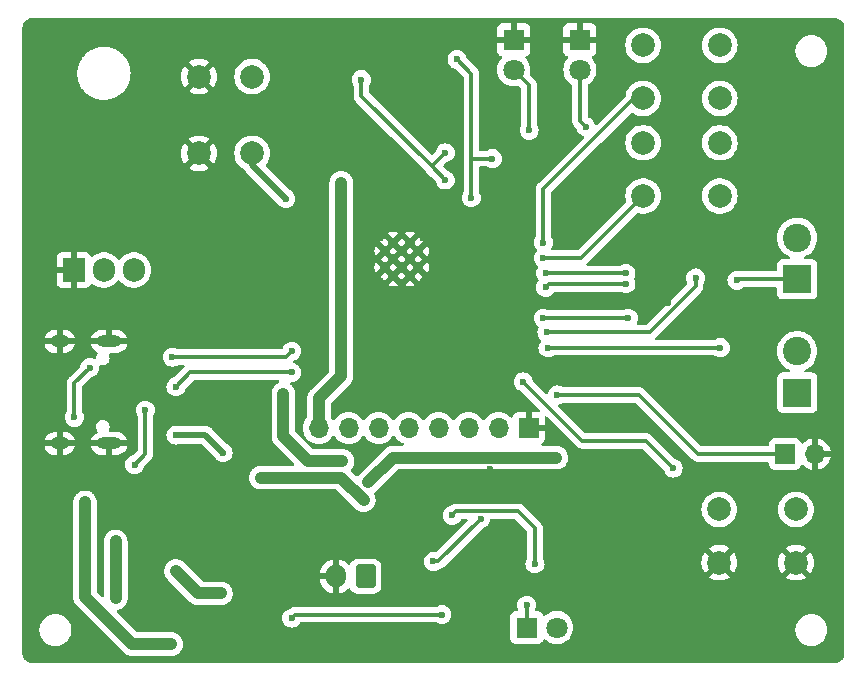
<source format=gbr>
%TF.GenerationSoftware,KiCad,Pcbnew,7.0.8*%
%TF.CreationDate,2024-01-31T02:26:52-05:00*%
%TF.ProjectId,AT01_no_ftdi,41543031-5f6e-46f5-9f66-7464692e6b69,rev?*%
%TF.SameCoordinates,PX6ea0500PY7735940*%
%TF.FileFunction,Copper,L2,Bot*%
%TF.FilePolarity,Positive*%
%FSLAX46Y46*%
G04 Gerber Fmt 4.6, Leading zero omitted, Abs format (unit mm)*
G04 Created by KiCad (PCBNEW 7.0.8) date 2024-01-31 02:26:52*
%MOMM*%
%LPD*%
G01*
G04 APERTURE LIST*
G04 Aperture macros list*
%AMRoundRect*
0 Rectangle with rounded corners*
0 $1 Rounding radius*
0 $2 $3 $4 $5 $6 $7 $8 $9 X,Y pos of 4 corners*
0 Add a 4 corners polygon primitive as box body*
4,1,4,$2,$3,$4,$5,$6,$7,$8,$9,$2,$3,0*
0 Add four circle primitives for the rounded corners*
1,1,$1+$1,$2,$3*
1,1,$1+$1,$4,$5*
1,1,$1+$1,$6,$7*
1,1,$1+$1,$8,$9*
0 Add four rect primitives between the rounded corners*
20,1,$1+$1,$2,$3,$4,$5,0*
20,1,$1+$1,$4,$5,$6,$7,0*
20,1,$1+$1,$6,$7,$8,$9,0*
20,1,$1+$1,$8,$9,$2,$3,0*%
G04 Aperture macros list end*
%TA.AperFunction,ComponentPad*%
%ADD10R,1.700000X1.700000*%
%TD*%
%TA.AperFunction,ComponentPad*%
%ADD11O,1.700000X1.700000*%
%TD*%
%TA.AperFunction,ComponentPad*%
%ADD12R,1.800000X1.800000*%
%TD*%
%TA.AperFunction,ComponentPad*%
%ADD13C,1.800000*%
%TD*%
%TA.AperFunction,ComponentPad*%
%ADD14C,2.000000*%
%TD*%
%TA.AperFunction,ComponentPad*%
%ADD15O,2.100000X1.000000*%
%TD*%
%TA.AperFunction,ComponentPad*%
%ADD16O,1.600000X1.000000*%
%TD*%
%TA.AperFunction,ComponentPad*%
%ADD17R,2.400000X2.400000*%
%TD*%
%TA.AperFunction,ComponentPad*%
%ADD18C,2.400000*%
%TD*%
%TA.AperFunction,HeatsinkPad*%
%ADD19C,0.800000*%
%TD*%
%TA.AperFunction,ComponentPad*%
%ADD20R,1.905000X2.000000*%
%TD*%
%TA.AperFunction,ComponentPad*%
%ADD21O,1.905000X2.000000*%
%TD*%
%TA.AperFunction,ComponentPad*%
%ADD22RoundRect,0.250000X0.600000X0.750000X-0.600000X0.750000X-0.600000X-0.750000X0.600000X-0.750000X0*%
%TD*%
%TA.AperFunction,ComponentPad*%
%ADD23O,1.700000X2.000000*%
%TD*%
%TA.AperFunction,ViaPad*%
%ADD24C,0.600000*%
%TD*%
%TA.AperFunction,ViaPad*%
%ADD25C,1.000000*%
%TD*%
%TA.AperFunction,Conductor*%
%ADD26C,1.000000*%
%TD*%
%TA.AperFunction,Conductor*%
%ADD27C,0.520000*%
%TD*%
%TA.AperFunction,Conductor*%
%ADD28C,0.300000*%
%TD*%
G04 APERTURE END LIST*
D10*
%TO.P,J6,1,Pin_1*%
%TO.N,Net-(J6-Pin_1)*%
X64760000Y17900000D03*
D11*
%TO.P,J6,2,Pin_2*%
%TO.N,GND*%
X67300000Y17900000D03*
%TD*%
D12*
%TO.P,D5,1,K*%
%TO.N,GND*%
X41800000Y52975000D03*
D13*
%TO.P,D5,2,A*%
%TO.N,Net-(D5-A)*%
X41800000Y50435000D03*
%TD*%
D14*
%TO.P,SW1,1,1*%
%TO.N,3V3*%
X52750000Y52500000D03*
X59250000Y52500000D03*
%TO.P,SW1,2,2*%
%TO.N,Net-(U6-IO42)*%
X52750000Y48000000D03*
X59250000Y48000000D03*
%TD*%
D15*
%TO.P,J2,S1,SHIELD*%
%TO.N,GND*%
X7530000Y27430000D03*
D16*
X3350000Y27430000D03*
D15*
X7530000Y18790000D03*
D16*
X3350000Y18790000D03*
%TD*%
D17*
%TO.P,J4,1,Pin_1*%
%TO.N,Net-(J4-Pin_1)*%
X65800000Y32700000D03*
D18*
%TO.P,J4,2,Pin_2*%
%TO.N,Net-(J4-Pin_2)*%
X65800000Y36200000D03*
%TD*%
D19*
%TO.P,U6,41,GND*%
%TO.N,GND*%
X30900000Y35100000D03*
X30900000Y33700000D03*
X31600000Y35800000D03*
X31600000Y34400000D03*
X31600000Y33000000D03*
X32300000Y35100000D03*
X32300000Y33700000D03*
X33000000Y35800000D03*
X33000000Y34400000D03*
X33000000Y33000000D03*
X33700000Y35100000D03*
X33700000Y33700000D03*
%TD*%
D14*
%TO.P,SW2,1,1*%
%TO.N,Net-(U6-IO0)*%
X59200000Y13200000D03*
X65700000Y13200000D03*
%TO.P,SW2,2,2*%
%TO.N,GND*%
X59200000Y8700000D03*
X65700000Y8700000D03*
%TD*%
D10*
%TO.P,J3,1,Pin_1*%
%TO.N,GND*%
X43060000Y20100000D03*
D11*
%TO.P,J3,2,Pin_2*%
%TO.N,DC_SCREEN*%
X40520000Y20100000D03*
%TO.P,J3,3,Pin_3*%
%TO.N,RST_SCREEN*%
X37980000Y20100000D03*
%TO.P,J3,4,Pin_4*%
%TO.N,SCK*%
X35440000Y20100000D03*
%TO.P,J3,5,Pin_5*%
%TO.N,MOSI*%
X32900000Y20100000D03*
%TO.P,J3,6,Pin_6*%
%TO.N,CS*%
X30360000Y20100000D03*
%TO.P,J3,7,Pin_7*%
%TO.N,BL_SCREEN*%
X27820000Y20100000D03*
%TO.P,J3,8,Pin_8*%
%TO.N,3V3*%
X25280000Y20100000D03*
%TD*%
D14*
%TO.P,SW3,1,1*%
%TO.N,Net-(U6-EN)*%
X19650000Y49850000D03*
X19650000Y43350000D03*
%TO.P,SW3,2,2*%
%TO.N,GND*%
X15150000Y49850000D03*
X15150000Y43350000D03*
%TD*%
D12*
%TO.P,D10,1,K*%
%TO.N,Net-(D10-K)*%
X42900000Y3200000D03*
D13*
%TO.P,D10,2,A*%
%TO.N,Net-(D10-A)*%
X45440000Y3200000D03*
%TD*%
D20*
%TO.P,U4,1,GND*%
%TO.N,GND*%
X4560000Y33470000D03*
D21*
%TO.P,U4,2,VO*%
%TO.N,3V3*%
X7100000Y33470000D03*
%TO.P,U4,3,VI*%
%TO.N,Net-(D1-K)*%
X9640000Y33470000D03*
%TD*%
D22*
%TO.P,J1,1,Pin_1*%
%TO.N,VBAT*%
X29250000Y7532500D03*
D23*
%TO.P,J1,2,Pin_2*%
%TO.N,GND*%
X26750000Y7532500D03*
%TD*%
D14*
%TO.P,SW4,1,1*%
%TO.N,3V3*%
X52750000Y44250000D03*
X59250000Y44250000D03*
%TO.P,SW4,2,2*%
%TO.N,Net-(U6-IO41)*%
X52750000Y39750000D03*
X59250000Y39750000D03*
%TD*%
D12*
%TO.P,D4,1,K*%
%TO.N,GND*%
X47400000Y52975000D03*
D13*
%TO.P,D4,2,A*%
%TO.N,Net-(D4-A)*%
X47400000Y50435000D03*
%TD*%
D17*
%TO.P,J5,1,Pin_1*%
%TO.N,Net-(J5-Pin_1)*%
X65800000Y23100000D03*
D18*
%TO.P,J5,2,Pin_2*%
%TO.N,Net-(J5-Pin_2)*%
X65800000Y26600000D03*
%TD*%
D24*
%TO.N,GND*%
X14100000Y32800000D03*
D25*
%TO.N,Net-(K1-Pad2)*%
X29100000Y14000000D03*
X20400000Y15900000D03*
%TO.N,3V3*%
X27200000Y40850000D03*
D24*
%TO.N,GND*%
X10600000Y28500000D03*
X57500000Y21300000D03*
X36300000Y16000000D03*
X57200000Y2400000D03*
X54500000Y23300000D03*
X52100000Y9900000D03*
X13000000Y25000000D03*
X48000000Y5500000D03*
X22600000Y30100000D03*
X42500000Y43500000D03*
X18900000Y34262500D03*
X57600000Y23300000D03*
X1700000Y16500000D03*
X39800000Y16600000D03*
X62400000Y5200000D03*
X49800000Y9900000D03*
X68500000Y13900000D03*
X59100000Y5200000D03*
X16600000Y38700000D03*
X8400000Y30000000D03*
X24700000Y53618750D03*
X60200000Y36500000D03*
X49900000Y42900000D03*
X14900000Y53000000D03*
X67900000Y40300000D03*
X66300000Y44700000D03*
X54900000Y30700000D03*
X38200000Y9400000D03*
X67900000Y43200000D03*
X62100000Y51600000D03*
X14800000Y39000000D03*
X31200000Y53400000D03*
X54800000Y36900000D03*
X55500000Y5100000D03*
X54600000Y11400000D03*
X16000000Y40800000D03*
X25000000Y43200000D03*
X2800000Y7600000D03*
X14000000Y40800000D03*
X60700000Y2400000D03*
X28600000Y53400000D03*
X50700000Y11700000D03*
X1600000Y9000000D03*
X10300000Y13600000D03*
X25100000Y48500000D03*
X34000000Y53400000D03*
X17300000Y32462500D03*
X19100000Y21600000D03*
X21900000Y6100000D03*
X36800000Y53400000D03*
X54200000Y2400000D03*
X12100000Y5100000D03*
X60500000Y21400000D03*
X59100000Y19900000D03*
X16300000Y53000000D03*
X68500000Y8300000D03*
X66300000Y47100000D03*
X16100000Y28700000D03*
X33900000Y1800000D03*
X6300000Y1600000D03*
X49900000Y40400000D03*
X3200000Y31400000D03*
X66300000Y41900000D03*
X13200000Y21900000D03*
X68000000Y46000000D03*
X13500000Y53000000D03*
X63300000Y2400000D03*
X62100000Y44700000D03*
X68500000Y11100000D03*
X16300000Y17300000D03*
%TO.N,VBAT*%
X43600000Y8600000D03*
D25*
X45400000Y17600000D03*
D24*
X36590825Y12700000D03*
D25*
X29500000Y15500000D03*
X22300000Y23000000D03*
X27300000Y17300000D03*
D24*
%TO.N,VBUS*%
X4600000Y21000000D03*
X13200000Y19500000D03*
X17200000Y18000000D03*
X5900000Y25200000D03*
D25*
%TO.N,Net-(D7-A)*%
X12800000Y1800000D03*
X5500000Y13800000D03*
D24*
%TO.N,Net-(J4-Pin_1)*%
X60700000Y32600000D03*
%TO.N,SCL*%
X40000000Y42900000D03*
X37000000Y51300000D03*
X38200000Y39600000D03*
%TO.N,SDA*%
X28900000Y49600000D03*
X36000000Y43400000D03*
X36000000Y41100000D03*
%TO.N,DRV_SLEEP*%
X44700000Y26900000D03*
X59300000Y26900000D03*
%TO.N,DRV_FAULT*%
X57200000Y32800000D03*
X44600000Y28200000D03*
%TO.N,SOLENOID_PIN_1*%
X51300000Y33200000D03*
X44500000Y33200000D03*
%TO.N,SOLENOID_PIN_2*%
X44500000Y32000000D03*
X51300000Y32300000D03*
%TO.N,MOTOR_PIN_2*%
X44300000Y29400000D03*
X51500000Y29400000D03*
%TO.N,Net-(D4-A)*%
X47900000Y45600000D03*
%TO.N,Net-(D5-A)*%
X43100000Y45300000D03*
%TO.N,Net-(J2-CC2)*%
X9700000Y17000000D03*
X10600000Y21600000D03*
%TO.N,Net-(U6-EN)*%
X22500000Y39500000D03*
%TO.N,Net-(U6-IO42)*%
X44300000Y35800000D03*
%TO.N,Net-(U6-IO0)*%
X55300000Y16700000D03*
X42600000Y24000000D03*
%TO.N,Net-(U6-IO41)*%
X44300000Y34500000D03*
D25*
%TO.N,Net-(D7-K)*%
X17000000Y6100000D03*
X13200000Y8000000D03*
D24*
%TO.N,Net-(D10-A)*%
X23000000Y4000000D03*
X35700000Y4300000D03*
%TO.N,Net-(D10-K)*%
X42900000Y5100000D03*
D25*
%TO.N,Net-(U2-FB)*%
X8100000Y10500000D03*
X8100000Y5700000D03*
D24*
%TO.N,Net-(U3-SENSE)*%
X39000000Y12400000D03*
X35000000Y8800000D03*
%TO.N,Net-(J6-Pin_1)*%
X45500000Y22900000D03*
%TO.N,Net-(D2-K)*%
X23000000Y24800000D03*
X13200000Y23600000D03*
%TO.N,Net-(D12-A)*%
X23000000Y26600000D03*
X12900000Y26100000D03*
%TD*%
D26*
%TO.N,3V3*%
X25320000Y22620000D02*
X25320000Y20140000D01*
X27200000Y24500000D02*
X25320000Y22620000D01*
X27200000Y40850000D02*
X27200000Y24500000D01*
X25320000Y20140000D02*
X25280000Y20100000D01*
%TO.N,Net-(K1-Pad2)*%
X27200000Y15900000D02*
X20400000Y15900000D01*
X29100000Y14000000D02*
X27200000Y15900000D01*
D27*
%TO.N,VBUS*%
X15700000Y19500000D02*
X17200000Y18000000D01*
X13200000Y19500000D02*
X15700000Y19500000D01*
D26*
%TO.N,VBAT*%
X31600000Y17600000D02*
X45400000Y17600000D01*
X27300000Y17300000D02*
X24400000Y17300000D01*
X22300000Y19400000D02*
X22300000Y23000000D01*
D28*
X42150000Y13050000D02*
X36940825Y13050000D01*
X43600000Y8600000D02*
X43600000Y11600000D01*
X43600000Y11600000D02*
X42150000Y13050000D01*
D26*
X24400000Y17300000D02*
X22300000Y19400000D01*
X29500000Y15500000D02*
X31600000Y17600000D01*
D28*
X36940825Y13050000D02*
X36590825Y12700000D01*
%TO.N,VBUS*%
X4600000Y23900000D02*
X4600000Y21000000D01*
X5900000Y25200000D02*
X4600000Y23900000D01*
D26*
%TO.N,Net-(D7-A)*%
X5500000Y5800000D02*
X5500000Y13800000D01*
X12800000Y1800000D02*
X9500000Y1800000D01*
X9500000Y1800000D02*
X5500000Y5800000D01*
D28*
%TO.N,Net-(J4-Pin_1)*%
X60700000Y32600000D02*
X60800000Y32700000D01*
X60800000Y32700000D02*
X65800000Y32700000D01*
%TO.N,SCL*%
X38200000Y42900000D02*
X38200000Y39600000D01*
X40000000Y42900000D02*
X38200000Y42900000D01*
X38200000Y50100000D02*
X38200000Y42900000D01*
X37000000Y51300000D02*
X38200000Y50100000D01*
%TO.N,SDA*%
X36000000Y43400000D02*
X34850000Y42250000D01*
X28900000Y48200000D02*
X34850000Y42250000D01*
X34850000Y42250000D02*
X36000000Y41100000D01*
X28900000Y49600000D02*
X28900000Y48200000D01*
%TO.N,DRV_SLEEP*%
X59300000Y26900000D02*
X44700000Y26900000D01*
%TO.N,DRV_FAULT*%
X53319239Y28200000D02*
X44600000Y28200000D01*
X57200000Y32080761D02*
X53319239Y28200000D01*
X57200000Y32800000D02*
X57200000Y32080761D01*
%TO.N,SOLENOID_PIN_1*%
X44500000Y33200000D02*
X51300000Y33200000D01*
%TO.N,SOLENOID_PIN_2*%
X51300000Y32300000D02*
X44800000Y32300000D01*
X44800000Y32300000D02*
X44500000Y32000000D01*
%TO.N,MOTOR_PIN_2*%
X51500000Y29400000D02*
X44300000Y29400000D01*
%TO.N,Net-(D4-A)*%
X47400000Y46100000D02*
X47400000Y50435000D01*
X47900000Y45600000D02*
X47400000Y46100000D01*
%TO.N,Net-(D5-A)*%
X43100000Y49135000D02*
X41800000Y50435000D01*
X43100000Y45300000D02*
X43100000Y49135000D01*
%TO.N,Net-(J2-CC2)*%
X10600000Y17900000D02*
X9700000Y17000000D01*
X10600000Y21600000D02*
X10600000Y17900000D01*
D27*
%TO.N,Net-(U6-EN)*%
X22500000Y39500000D02*
X19650000Y42350000D01*
X19650000Y42350000D02*
X19650000Y43350000D01*
D28*
%TO.N,Net-(U6-IO42)*%
X44300000Y35800000D02*
X44300000Y40300000D01*
X52000000Y48000000D02*
X52750000Y48000000D01*
X44300000Y40300000D02*
X52000000Y48000000D01*
%TO.N,Net-(U6-IO0)*%
X42600000Y24000000D02*
X47600000Y19000000D01*
X47600000Y19000000D02*
X53000000Y19000000D01*
X53000000Y19000000D02*
X55250000Y16750000D01*
%TO.N,Net-(U6-IO41)*%
X47500000Y34500000D02*
X52750000Y39750000D01*
X44300000Y34500000D02*
X47500000Y34500000D01*
D26*
%TO.N,Net-(D7-K)*%
X13200000Y8000000D02*
X15100000Y6100000D01*
X15100000Y6100000D02*
X17000000Y6100000D01*
D28*
%TO.N,Net-(D10-A)*%
X23000000Y4000000D02*
X23300000Y4300000D01*
X23300000Y4300000D02*
X35700000Y4300000D01*
%TO.N,Net-(D10-K)*%
X42900000Y5100000D02*
X42900000Y3200000D01*
D26*
%TO.N,Net-(U2-FB)*%
X8100000Y5700000D02*
X8100000Y10500000D01*
D28*
%TO.N,Net-(U3-SENSE)*%
X35400000Y8800000D02*
X35000000Y8800000D01*
X39000000Y12400000D02*
X35400000Y8800000D01*
%TO.N,Net-(J6-Pin_1)*%
X57400000Y17900000D02*
X64760000Y17900000D01*
X52400000Y22900000D02*
X57400000Y17900000D01*
X45500000Y22900000D02*
X52400000Y22900000D01*
%TO.N,Net-(D2-K)*%
X14400000Y24800000D02*
X23000000Y24800000D01*
X13200000Y23600000D02*
X14400000Y24800000D01*
%TO.N,Net-(D12-A)*%
X22500000Y26100000D02*
X12900000Y26100000D01*
X23000000Y26600000D02*
X22500000Y26100000D01*
%TD*%
%TA.AperFunction,Conductor*%
%TO.N,GND*%
G36*
X69003032Y54799201D02*
G01*
X69054522Y54794131D01*
X69143824Y54785335D01*
X69167652Y54780596D01*
X69294277Y54742185D01*
X69316725Y54732886D01*
X69433406Y54670518D01*
X69453616Y54657014D01*
X69555891Y54573080D01*
X69573079Y54555892D01*
X69657012Y54453619D01*
X69670517Y54433407D01*
X69732883Y54316729D01*
X69742186Y54294272D01*
X69780593Y54167662D01*
X69785335Y54143820D01*
X69799201Y54003033D01*
X69799500Y53996952D01*
X69799500Y1003049D01*
X69799201Y996968D01*
X69785335Y856181D01*
X69780593Y832339D01*
X69742186Y705729D01*
X69732883Y683272D01*
X69670517Y566594D01*
X69657012Y546382D01*
X69573079Y444109D01*
X69555891Y426921D01*
X69453618Y342988D01*
X69433406Y329483D01*
X69316728Y267117D01*
X69294271Y257814D01*
X69167661Y219407D01*
X69143819Y214665D01*
X69003033Y200799D01*
X68996952Y200500D01*
X1003048Y200500D01*
X996967Y200799D01*
X856180Y214665D01*
X832340Y219407D01*
X705728Y257814D01*
X683271Y267117D01*
X566593Y329483D01*
X546381Y342988D01*
X444108Y426921D01*
X426920Y444109D01*
X342986Y546384D01*
X329482Y566594D01*
X267116Y683272D01*
X257815Y705723D01*
X219404Y832348D01*
X214665Y856176D01*
X204037Y964090D01*
X200799Y996969D01*
X200500Y1003049D01*
X200500Y3000000D01*
X1644341Y3000000D01*
X1664936Y2764597D01*
X1664938Y2764587D01*
X1726094Y2536345D01*
X1726096Y2536341D01*
X1726097Y2536337D01*
X1776031Y2429254D01*
X1825964Y2322172D01*
X1825965Y2322170D01*
X1961505Y2128598D01*
X2128597Y1961506D01*
X2322169Y1825966D01*
X2322171Y1825965D01*
X2536337Y1726097D01*
X2536343Y1726096D01*
X2536344Y1726095D01*
X2543719Y1724119D01*
X2764592Y1664937D01*
X2941034Y1649500D01*
X3058966Y1649500D01*
X3235408Y1664937D01*
X3463663Y1726097D01*
X3677829Y1825965D01*
X3871401Y1961505D01*
X4038495Y2128599D01*
X4174035Y2322170D01*
X4273903Y2536337D01*
X4335063Y2764592D01*
X4355659Y3000000D01*
X4335063Y3235408D01*
X4273903Y3463663D01*
X4174035Y3677829D01*
X4174034Y3677831D01*
X4038494Y3871403D01*
X3871402Y4038495D01*
X3677830Y4174035D01*
X3677828Y4174036D01*
X3568874Y4224842D01*
X3463663Y4273903D01*
X3463659Y4273904D01*
X3463655Y4273906D01*
X3235413Y4335062D01*
X3235403Y4335064D01*
X3058966Y4350500D01*
X2941034Y4350500D01*
X2764596Y4335064D01*
X2764586Y4335062D01*
X2536344Y4273906D01*
X2536335Y4273902D01*
X2322171Y4174036D01*
X2322169Y4174035D01*
X2128597Y4038495D01*
X1961506Y3871403D01*
X1961501Y3871396D01*
X1825967Y3677835D01*
X1825965Y3677831D01*
X1726098Y3463665D01*
X1726094Y3463656D01*
X1664938Y3235414D01*
X1664936Y3235404D01*
X1644341Y3000001D01*
X1644341Y3000000D01*
X200500Y3000000D01*
X200500Y13800001D01*
X4494659Y13800001D01*
X4499201Y13753881D01*
X4499500Y13747800D01*
X4499500Y5812717D01*
X4497243Y5723638D01*
X4497243Y5723630D01*
X4508064Y5663261D01*
X4508718Y5658596D01*
X4514925Y5597570D01*
X4514927Y5597556D01*
X4525208Y5564787D01*
X4527079Y5557163D01*
X4533142Y5523348D01*
X4533142Y5523345D01*
X4555894Y5466388D01*
X4557474Y5461949D01*
X4575841Y5403412D01*
X4575844Y5403405D01*
X4592509Y5373381D01*
X4595879Y5366286D01*
X4608622Y5334386D01*
X4608627Y5334376D01*
X4642377Y5283167D01*
X4644818Y5279137D01*
X4674588Y5225502D01*
X4674589Y5225501D01*
X4674591Y5225498D01*
X4696968Y5199433D01*
X4701693Y5193165D01*
X4710630Y5179606D01*
X4720598Y5164481D01*
X4763978Y5121101D01*
X4767169Y5117657D01*
X4807131Y5071108D01*
X4807130Y5071108D01*
X4834299Y5050077D01*
X4840186Y5044893D01*
X8783547Y1101533D01*
X8844941Y1036947D01*
X8844944Y1036945D01*
X8844947Y1036942D01*
X8879053Y1013205D01*
X8895303Y1001894D01*
X8899044Y999074D01*
X8946593Y960302D01*
X8977045Y944396D01*
X8983756Y940329D01*
X9011951Y920705D01*
X9068332Y896510D01*
X9072567Y894499D01*
X9126951Y866091D01*
X9159973Y856644D01*
X9167365Y854011D01*
X9198940Y840461D01*
X9198941Y840460D01*
X9212054Y837766D01*
X9259055Y828108D01*
X9263595Y826994D01*
X9322582Y810114D01*
X9356841Y807506D01*
X9364609Y806415D01*
X9398255Y799500D01*
X9398259Y799500D01*
X9459601Y799500D01*
X9464308Y799322D01*
X9500651Y796554D01*
X9525475Y794663D01*
X9525475Y794664D01*
X9525476Y794663D01*
X9559559Y799004D01*
X9567389Y799500D01*
X12747800Y799500D01*
X12753881Y799201D01*
X12763930Y798212D01*
X12800000Y794659D01*
X12831510Y797763D01*
X12845999Y799189D01*
X12848941Y799409D01*
X12850723Y799500D01*
X12850742Y799500D01*
X12899663Y804475D01*
X12996132Y813976D01*
X12996150Y813982D01*
X12996391Y814029D01*
X13002230Y814905D01*
X13002438Y814926D01*
X13094992Y843966D01*
X13184727Y871186D01*
X13184729Y871188D01*
X13191463Y873977D01*
X13196533Y875819D01*
X13196576Y875838D01*
X13196588Y875841D01*
X13278648Y921388D01*
X13358538Y964090D01*
X13358544Y964096D01*
X13363604Y967475D01*
X13363740Y967271D01*
X13374215Y974392D01*
X13374494Y974588D01*
X13374502Y974591D01*
X13443304Y1033657D01*
X13510883Y1089117D01*
X13511103Y1089386D01*
X13526198Y1104820D01*
X13528895Y1107134D01*
X13582454Y1176327D01*
X13635910Y1241462D01*
X13637766Y1244937D01*
X13649076Y1262395D01*
X13653448Y1268042D01*
X13665670Y1292960D01*
X13690588Y1343758D01*
X13728811Y1415268D01*
X13728814Y1415273D01*
X13731000Y1422483D01*
X13738330Y1441088D01*
X13743060Y1450729D01*
X13763400Y1529288D01*
X13786024Y1603868D01*
X13787113Y1614935D01*
X13790473Y1633852D01*
X13794063Y1647715D01*
X13797938Y1724139D01*
X13798154Y1727033D01*
X13805341Y1800000D01*
X13803899Y1814631D01*
X13803462Y1833063D01*
X13804369Y1850936D01*
X13793291Y1923246D01*
X13792878Y1926536D01*
X13786024Y1996132D01*
X13780713Y2013639D01*
X13776809Y2030833D01*
X13773556Y2052071D01*
X13749320Y2117506D01*
X13748135Y2121031D01*
X13745840Y2128598D01*
X13728814Y2184727D01*
X13716518Y2207730D01*
X13713055Y2215428D01*
X13702887Y2242884D01*
X13702886Y2242887D01*
X13697125Y2252130D01*
X41499500Y2252130D01*
X41499501Y2252124D01*
X41505908Y2192517D01*
X41556202Y2057672D01*
X41556206Y2057665D01*
X41642452Y1942456D01*
X41642455Y1942453D01*
X41757664Y1856207D01*
X41757671Y1856203D01*
X41892517Y1805909D01*
X41892516Y1805909D01*
X41899444Y1805165D01*
X41952127Y1799500D01*
X43847872Y1799501D01*
X43907483Y1805909D01*
X44042331Y1856204D01*
X44157546Y1942454D01*
X44243796Y2057669D01*
X44243798Y2057674D01*
X44272455Y2134507D01*
X44314326Y2190441D01*
X44379790Y2214859D01*
X44448063Y2200008D01*
X44479866Y2175157D01*
X44487302Y2167080D01*
X44488215Y2166088D01*
X44488222Y2166082D01*
X44671365Y2023536D01*
X44671371Y2023532D01*
X44671374Y2023530D01*
X44875497Y1913064D01*
X44989487Y1873932D01*
X45095015Y1837703D01*
X45095017Y1837703D01*
X45095019Y1837702D01*
X45323951Y1799500D01*
X45323952Y1799500D01*
X45556048Y1799500D01*
X45556049Y1799500D01*
X45784981Y1837702D01*
X46004503Y1913064D01*
X46208626Y2023530D01*
X46391784Y2166087D01*
X46548979Y2336847D01*
X46675924Y2531151D01*
X46769157Y2743700D01*
X46826134Y2968695D01*
X46828728Y3000000D01*
X65644341Y3000000D01*
X65664936Y2764597D01*
X65664938Y2764587D01*
X65726094Y2536345D01*
X65726096Y2536341D01*
X65726097Y2536337D01*
X65776031Y2429254D01*
X65825964Y2322172D01*
X65825965Y2322170D01*
X65961505Y2128598D01*
X66128597Y1961506D01*
X66322169Y1825966D01*
X66322171Y1825965D01*
X66536337Y1726097D01*
X66536343Y1726096D01*
X66536344Y1726095D01*
X66543719Y1724119D01*
X66764592Y1664937D01*
X66941034Y1649500D01*
X67058966Y1649500D01*
X67235408Y1664937D01*
X67463663Y1726097D01*
X67677829Y1825965D01*
X67871401Y1961505D01*
X68038495Y2128599D01*
X68174035Y2322170D01*
X68273903Y2536337D01*
X68335063Y2764592D01*
X68355659Y3000000D01*
X68335063Y3235408D01*
X68273903Y3463663D01*
X68174035Y3677829D01*
X68174034Y3677831D01*
X68038494Y3871403D01*
X67871402Y4038495D01*
X67677830Y4174035D01*
X67677828Y4174036D01*
X67568874Y4224842D01*
X67463663Y4273903D01*
X67463659Y4273904D01*
X67463655Y4273906D01*
X67235413Y4335062D01*
X67235403Y4335064D01*
X67058966Y4350500D01*
X66941034Y4350500D01*
X66764596Y4335064D01*
X66764586Y4335062D01*
X66536344Y4273906D01*
X66536335Y4273902D01*
X66322171Y4174036D01*
X66322169Y4174035D01*
X66128597Y4038495D01*
X65961506Y3871403D01*
X65961501Y3871396D01*
X65825967Y3677835D01*
X65825965Y3677831D01*
X65726098Y3463665D01*
X65726094Y3463656D01*
X65664938Y3235414D01*
X65664936Y3235404D01*
X65644341Y3000001D01*
X65644341Y3000000D01*
X46828728Y3000000D01*
X46845300Y3200000D01*
X46845300Y3200007D01*
X46826135Y3431298D01*
X46826133Y3431309D01*
X46769157Y3656301D01*
X46675924Y3868849D01*
X46548983Y4063148D01*
X46548980Y4063151D01*
X46548979Y4063153D01*
X46391784Y4233913D01*
X46391779Y4233917D01*
X46391777Y4233919D01*
X46208634Y4376465D01*
X46208628Y4376469D01*
X46004504Y4486936D01*
X46004495Y4486939D01*
X45784984Y4562298D01*
X45594450Y4594092D01*
X45556049Y4600500D01*
X45323951Y4600500D01*
X45285550Y4594092D01*
X45095015Y4562298D01*
X44875504Y4486939D01*
X44875495Y4486936D01*
X44671371Y4376469D01*
X44671365Y4376465D01*
X44488222Y4233919D01*
X44488218Y4233915D01*
X44479866Y4224842D01*
X44419979Y4188852D01*
X44350141Y4190953D01*
X44292525Y4230478D01*
X44272455Y4265493D01*
X44243797Y4342329D01*
X44243793Y4342336D01*
X44157547Y4457545D01*
X44157544Y4457548D01*
X44042335Y4543794D01*
X44042328Y4543798D01*
X43907482Y4594092D01*
X43907483Y4594092D01*
X43847883Y4600499D01*
X43847881Y4600500D01*
X43847873Y4600500D01*
X43847865Y4600500D01*
X43748072Y4600500D01*
X43681033Y4620185D01*
X43635278Y4672989D01*
X43625334Y4742147D01*
X43631030Y4765454D01*
X43685367Y4920743D01*
X43685368Y4920745D01*
X43686982Y4935071D01*
X43705565Y5099997D01*
X43705565Y5100004D01*
X43685369Y5279250D01*
X43685368Y5279255D01*
X43657250Y5359611D01*
X43625789Y5449522D01*
X43623245Y5453570D01*
X43560054Y5554139D01*
X43529816Y5602262D01*
X43402262Y5729816D01*
X43398657Y5732081D01*
X43249523Y5825789D01*
X43079254Y5885369D01*
X43079249Y5885370D01*
X42900004Y5905565D01*
X42899996Y5905565D01*
X42720750Y5885370D01*
X42720745Y5885369D01*
X42550476Y5825789D01*
X42397737Y5729816D01*
X42270184Y5602263D01*
X42174211Y5449524D01*
X42114631Y5279255D01*
X42114630Y5279250D01*
X42094435Y5100004D01*
X42094435Y5099997D01*
X42114630Y4920751D01*
X42114632Y4920743D01*
X42168970Y4765454D01*
X42172531Y4695676D01*
X42137802Y4635048D01*
X42075809Y4602821D01*
X42051929Y4600500D01*
X41952130Y4600500D01*
X41952123Y4600499D01*
X41892516Y4594092D01*
X41757671Y4543798D01*
X41757664Y4543794D01*
X41642455Y4457548D01*
X41642452Y4457545D01*
X41556206Y4342336D01*
X41556202Y4342329D01*
X41505908Y4207483D01*
X41499501Y4147884D01*
X41499500Y4147865D01*
X41499500Y2252130D01*
X13697125Y2252130D01*
X13667756Y2299249D01*
X13665702Y2302801D01*
X13635910Y2358538D01*
X13635909Y2358540D01*
X13617225Y2381306D01*
X13612534Y2387844D01*
X13595252Y2415571D01*
X13551802Y2461280D01*
X13548840Y2464632D01*
X13510883Y2510883D01*
X13510881Y2510885D01*
X13510880Y2510886D01*
X13485500Y2531715D01*
X13479894Y2536927D01*
X13455059Y2563053D01*
X13406088Y2597139D01*
X13402184Y2600091D01*
X13358538Y2635910D01*
X13358535Y2635912D01*
X13358531Y2635915D01*
X13326602Y2652981D01*
X13320406Y2656775D01*
X13288051Y2679294D01*
X13236328Y2701491D01*
X13231552Y2703787D01*
X13184727Y2728814D01*
X13184721Y2728817D01*
X13146841Y2740308D01*
X13140388Y2742663D01*
X13101061Y2759539D01*
X13101059Y2759540D01*
X13101058Y2759540D01*
X13049218Y2770194D01*
X13043708Y2771593D01*
X12996139Y2786023D01*
X12996128Y2786025D01*
X12953368Y2790237D01*
X12946962Y2791208D01*
X12901743Y2800500D01*
X12901741Y2800500D01*
X12852200Y2800500D01*
X12846119Y2800799D01*
X12800000Y2805341D01*
X12753881Y2800799D01*
X12747800Y2800500D01*
X9965783Y2800500D01*
X9898744Y2820185D01*
X9878102Y2836819D01*
X8714924Y3999997D01*
X22194435Y3999997D01*
X22214630Y3820751D01*
X22214631Y3820746D01*
X22274211Y3650477D01*
X22359569Y3514632D01*
X22370184Y3497738D01*
X22497738Y3370184D01*
X22650478Y3274211D01*
X22761371Y3235408D01*
X22820745Y3214632D01*
X22820750Y3214631D01*
X22999996Y3194435D01*
X23000000Y3194435D01*
X23000004Y3194435D01*
X23179249Y3214631D01*
X23179252Y3214632D01*
X23179255Y3214632D01*
X23349522Y3274211D01*
X23502262Y3370184D01*
X23629816Y3497738D01*
X23688713Y3591472D01*
X23741048Y3637763D01*
X23793707Y3649500D01*
X35194932Y3649500D01*
X35260904Y3630494D01*
X35350477Y3574211D01*
X35350481Y3574210D01*
X35520737Y3514634D01*
X35520743Y3514633D01*
X35520745Y3514632D01*
X35520746Y3514632D01*
X35520750Y3514631D01*
X35699996Y3494435D01*
X35700000Y3494435D01*
X35700004Y3494435D01*
X35879249Y3514631D01*
X35879252Y3514632D01*
X35879255Y3514632D01*
X36049522Y3574211D01*
X36202262Y3670184D01*
X36329816Y3797738D01*
X36425789Y3950478D01*
X36485368Y4120745D01*
X36488424Y4147865D01*
X36505565Y4299997D01*
X36505565Y4300004D01*
X36485369Y4479250D01*
X36485368Y4479255D01*
X36477366Y4502124D01*
X36425789Y4649522D01*
X36396788Y4695676D01*
X36361824Y4751322D01*
X36329816Y4802262D01*
X36202262Y4929816D01*
X36183385Y4941677D01*
X36049523Y5025789D01*
X35879254Y5085369D01*
X35879249Y5085370D01*
X35700004Y5105565D01*
X35699996Y5105565D01*
X35520750Y5085370D01*
X35520737Y5085367D01*
X35350481Y5025791D01*
X35350477Y5025790D01*
X35260904Y4969506D01*
X35194932Y4950500D01*
X23385505Y4950500D01*
X23369494Y4952268D01*
X23369472Y4952026D01*
X23361705Y4952760D01*
X23361704Y4952760D01*
X23289797Y4950500D01*
X23259075Y4950500D01*
X23259071Y4950500D01*
X23259061Y4950499D01*
X23251793Y4949581D01*
X23245976Y4949124D01*
X23197436Y4947598D01*
X23197425Y4947596D01*
X23177049Y4941677D01*
X23158008Y4937734D01*
X23136953Y4935074D01*
X23136937Y4935070D01*
X23091771Y4917188D01*
X23086244Y4915296D01*
X23039599Y4901744D01*
X23021327Y4890938D01*
X23003861Y4882381D01*
X22984128Y4874568D01*
X22944830Y4846017D01*
X22939953Y4842814D01*
X22928155Y4835837D01*
X22898130Y4818079D01*
X22891967Y4813298D01*
X22890298Y4815450D01*
X22840420Y4788231D01*
X22827988Y4786185D01*
X22820752Y4785370D01*
X22820744Y4785368D01*
X22650478Y4725790D01*
X22497737Y4629816D01*
X22370184Y4502263D01*
X22274211Y4349524D01*
X22214631Y4179255D01*
X22214630Y4179250D01*
X22194435Y4000004D01*
X22194435Y3999997D01*
X8714924Y3999997D01*
X8212797Y4502124D01*
X8179312Y4563447D01*
X8184296Y4633139D01*
X8226168Y4689072D01*
X8288329Y4713208D01*
X8296132Y4713976D01*
X8313632Y4719286D01*
X8330837Y4723192D01*
X8352071Y4726444D01*
X8417515Y4750683D01*
X8421019Y4751862D01*
X8484727Y4771186D01*
X8507730Y4783483D01*
X8515421Y4786943D01*
X8542887Y4797114D01*
X8542891Y4797117D01*
X8542894Y4797118D01*
X8599238Y4832238D01*
X8602801Y4834299D01*
X8658538Y4864090D01*
X8681310Y4882780D01*
X8687840Y4887465D01*
X8715571Y4904748D01*
X8761288Y4948207D01*
X8764631Y4951161D01*
X8810883Y4989117D01*
X8831717Y5014505D01*
X8836915Y5020096D01*
X8863053Y5044941D01*
X8897143Y5093921D01*
X8900088Y5097815D01*
X8935910Y5141462D01*
X8952989Y5173418D01*
X8956770Y5179590D01*
X8979295Y5211951D01*
X9001504Y5263707D01*
X9003783Y5268446D01*
X9028814Y5315273D01*
X9040309Y5353172D01*
X9042656Y5359602D01*
X9059540Y5398942D01*
X9070196Y5450799D01*
X9071587Y5456277D01*
X9086024Y5503868D01*
X9090237Y5546655D01*
X9091202Y5553018D01*
X9100500Y5598259D01*
X9100500Y5647800D01*
X9100799Y5653881D01*
X9105341Y5700001D01*
X9100799Y5746122D01*
X9100500Y5752202D01*
X9100500Y7999996D01*
X12194659Y7999996D01*
X12197876Y7967323D01*
X12198155Y7959672D01*
X12197243Y7923640D01*
X12197243Y7923628D01*
X12207766Y7864919D01*
X12208440Y7860058D01*
X12213975Y7803871D01*
X12213976Y7803868D01*
X12224489Y7769209D01*
X12226188Y7762144D01*
X12233140Y7723352D01*
X12233141Y7723349D01*
X12254021Y7671077D01*
X12255776Y7666073D01*
X12271186Y7615272D01*
X12289849Y7580354D01*
X12292748Y7574123D01*
X12308622Y7534385D01*
X12337745Y7490196D01*
X12340656Y7485305D01*
X12345420Y7476391D01*
X12364091Y7441461D01*
X12391348Y7408248D01*
X12395192Y7403030D01*
X12420600Y7364478D01*
X12455631Y7329447D01*
X12459720Y7324936D01*
X12489118Y7289116D01*
X12524934Y7259723D01*
X12529435Y7255644D01*
X13462984Y6322095D01*
X14383566Y5401513D01*
X14444938Y5336950D01*
X14444941Y5336947D01*
X14495281Y5301908D01*
X14499043Y5299072D01*
X14546587Y5260306D01*
X14546590Y5260305D01*
X14546593Y5260302D01*
X14577045Y5244396D01*
X14583758Y5240328D01*
X14611951Y5220705D01*
X14668329Y5196511D01*
X14672578Y5194493D01*
X14726951Y5166091D01*
X14754489Y5158212D01*
X14759974Y5156642D01*
X14767368Y5154010D01*
X14798942Y5140460D01*
X14798945Y5140460D01*
X14798946Y5140459D01*
X14859022Y5128113D01*
X14863600Y5126990D01*
X14877501Y5123013D01*
X14922582Y5110113D01*
X14956839Y5107505D01*
X14964614Y5106414D01*
X14998255Y5099500D01*
X14998259Y5099500D01*
X15059599Y5099500D01*
X15064305Y5099322D01*
X15099063Y5096675D01*
X15125476Y5094663D01*
X15125476Y5094664D01*
X15125477Y5094663D01*
X15159560Y5099004D01*
X15167390Y5099500D01*
X16947800Y5099500D01*
X16953881Y5099201D01*
X16963930Y5098212D01*
X17000000Y5094659D01*
X17032186Y5097829D01*
X17045999Y5099189D01*
X17048941Y5099409D01*
X17050723Y5099500D01*
X17050742Y5099500D01*
X17099663Y5104475D01*
X17196132Y5113976D01*
X17196150Y5113982D01*
X17196391Y5114029D01*
X17202230Y5114905D01*
X17202438Y5114926D01*
X17294992Y5143966D01*
X17328094Y5154007D01*
X17384724Y5171185D01*
X17384724Y5171186D01*
X17384727Y5171186D01*
X17384729Y5171188D01*
X17391463Y5173977D01*
X17396533Y5175819D01*
X17396576Y5175838D01*
X17396588Y5175841D01*
X17478648Y5221388D01*
X17558538Y5264090D01*
X17558544Y5264096D01*
X17563604Y5267475D01*
X17563740Y5267271D01*
X17574215Y5274392D01*
X17574494Y5274588D01*
X17574502Y5274591D01*
X17643304Y5333657D01*
X17710883Y5389117D01*
X17711103Y5389386D01*
X17726198Y5404820D01*
X17728895Y5407134D01*
X17782454Y5476327D01*
X17835910Y5541462D01*
X17837766Y5544937D01*
X17849076Y5562395D01*
X17850928Y5564787D01*
X17853448Y5568042D01*
X17870234Y5602263D01*
X17890588Y5643758D01*
X17928811Y5715268D01*
X17928814Y5715273D01*
X17931000Y5722483D01*
X17938330Y5741088D01*
X17943060Y5750729D01*
X17963400Y5829288D01*
X17986024Y5903868D01*
X17987113Y5914935D01*
X17990473Y5933852D01*
X17994063Y5947715D01*
X17997938Y6024139D01*
X17998154Y6027033D01*
X18005341Y6100000D01*
X18003899Y6114631D01*
X18003462Y6133063D01*
X18004369Y6150936D01*
X17993291Y6223246D01*
X17992878Y6226536D01*
X17986024Y6296128D01*
X17986024Y6296132D01*
X17980713Y6313639D01*
X17976809Y6330833D01*
X17973556Y6352071D01*
X17949320Y6417506D01*
X17948135Y6421031D01*
X17928814Y6484727D01*
X17916518Y6507730D01*
X17913055Y6515428D01*
X17911308Y6520144D01*
X17902886Y6542887D01*
X17867756Y6599249D01*
X17865702Y6602801D01*
X17835910Y6658538D01*
X17835909Y6658540D01*
X17817225Y6681306D01*
X17812534Y6687844D01*
X17795252Y6715571D01*
X17751802Y6761280D01*
X17748840Y6764632D01*
X17710883Y6810883D01*
X17710881Y6810885D01*
X17710880Y6810886D01*
X17685500Y6831715D01*
X17679894Y6836927D01*
X17655059Y6863053D01*
X17606088Y6897139D01*
X17602184Y6900091D01*
X17558538Y6935910D01*
X17558535Y6935912D01*
X17558531Y6935915D01*
X17526602Y6952981D01*
X17520406Y6956775D01*
X17488051Y6979294D01*
X17436328Y7001491D01*
X17431552Y7003787D01*
X17384727Y7028814D01*
X17384721Y7028817D01*
X17346841Y7040308D01*
X17340388Y7042663D01*
X17301061Y7059539D01*
X17301059Y7059540D01*
X17301058Y7059540D01*
X17249218Y7070194D01*
X17243708Y7071593D01*
X17196139Y7086023D01*
X17196128Y7086025D01*
X17153368Y7090237D01*
X17146962Y7091208D01*
X17101743Y7100500D01*
X17101741Y7100500D01*
X17052200Y7100500D01*
X17046119Y7100799D01*
X17000000Y7105341D01*
X16953881Y7100799D01*
X16947800Y7100500D01*
X15565782Y7100500D01*
X15498743Y7120185D01*
X15478101Y7136819D01*
X15332420Y7282500D01*
X25403592Y7282500D01*
X25415430Y7147185D01*
X25415432Y7147174D01*
X25476566Y6919017D01*
X25476570Y6919008D01*
X25576399Y6704923D01*
X25576400Y6704921D01*
X25711886Y6511427D01*
X25711891Y6511421D01*
X25878917Y6344395D01*
X26072421Y6208900D01*
X26286507Y6109071D01*
X26286516Y6109067D01*
X26500000Y6051866D01*
X26500000Y7096999D01*
X26607685Y7047820D01*
X26714237Y7032500D01*
X26785763Y7032500D01*
X26892315Y7047820D01*
X27000000Y7096999D01*
X27000000Y6051867D01*
X27213483Y6109067D01*
X27213492Y6109071D01*
X27427577Y6208900D01*
X27427579Y6208901D01*
X27621073Y6344387D01*
X27621079Y6344392D01*
X27768331Y6491643D01*
X27829654Y6525128D01*
X27899346Y6520144D01*
X27955279Y6478272D01*
X27961551Y6469059D01*
X27965186Y6463166D01*
X28057288Y6313844D01*
X28181344Y6189788D01*
X28330666Y6097686D01*
X28497203Y6042501D01*
X28599991Y6032000D01*
X29900008Y6032001D01*
X30002797Y6042501D01*
X30169334Y6097686D01*
X30318656Y6189788D01*
X30442712Y6313844D01*
X30534814Y6463166D01*
X30589999Y6629703D01*
X30600500Y6732491D01*
X30600499Y8332508D01*
X30597682Y8360080D01*
X30589999Y8435297D01*
X30589998Y8435300D01*
X30586757Y8445080D01*
X30534814Y8601834D01*
X30442712Y8751156D01*
X30393871Y8799997D01*
X34194435Y8799997D01*
X34214630Y8620751D01*
X34214631Y8620746D01*
X34274211Y8450477D01*
X34348340Y8332502D01*
X34370184Y8297738D01*
X34497738Y8170184D01*
X34650478Y8074211D01*
X34769681Y8032500D01*
X34820745Y8014632D01*
X34820750Y8014631D01*
X34999996Y7994435D01*
X35000000Y7994435D01*
X35000004Y7994435D01*
X35179249Y8014631D01*
X35179252Y8014632D01*
X35179255Y8014632D01*
X35349522Y8074211D01*
X35443986Y8133568D01*
X35495178Y8149190D01*
X35494863Y8151182D01*
X35502561Y8152402D01*
X35502563Y8152403D01*
X35502569Y8152403D01*
X35522956Y8158327D01*
X35541996Y8162269D01*
X35563058Y8164929D01*
X35608235Y8182817D01*
X35613735Y8184700D01*
X35660398Y8198256D01*
X35678665Y8209061D01*
X35696136Y8217620D01*
X35715871Y8225432D01*
X35755177Y8253990D01*
X35760043Y8257187D01*
X35801865Y8281919D01*
X35816870Y8296925D01*
X35831668Y8309564D01*
X35847500Y8321066D01*
X35848837Y8322037D01*
X35879809Y8359478D01*
X35883723Y8363779D01*
X39098223Y11578280D01*
X39159544Y11611763D01*
X39172020Y11613817D01*
X39179255Y11614632D01*
X39349522Y11674211D01*
X39502262Y11770184D01*
X39629816Y11897738D01*
X39725789Y12050478D01*
X39785368Y12220745D01*
X39791506Y12275215D01*
X39793102Y12289383D01*
X39820168Y12353797D01*
X39877763Y12393352D01*
X39916322Y12399500D01*
X41829192Y12399500D01*
X41896231Y12379815D01*
X41916873Y12363181D01*
X42913181Y11366873D01*
X42946666Y11305550D01*
X42949500Y11279192D01*
X42949500Y9105069D01*
X42930494Y9039097D01*
X42874211Y8949523D01*
X42874209Y8949519D01*
X42814633Y8779263D01*
X42814630Y8779250D01*
X42794435Y8600004D01*
X42794435Y8599997D01*
X42814630Y8420751D01*
X42814631Y8420746D01*
X42874211Y8250477D01*
X42951764Y8127053D01*
X42970184Y8097738D01*
X43097738Y7970184D01*
X43250478Y7874211D01*
X43376489Y7830118D01*
X43420745Y7814632D01*
X43420750Y7814631D01*
X43599996Y7794435D01*
X43600000Y7794435D01*
X43600004Y7794435D01*
X43779249Y7814631D01*
X43779252Y7814632D01*
X43779255Y7814632D01*
X43949522Y7874211D01*
X44102262Y7970184D01*
X44229816Y8097738D01*
X44325789Y8250478D01*
X44385368Y8420745D01*
X44387008Y8435300D01*
X44405565Y8599997D01*
X44405565Y8600004D01*
X44394299Y8699995D01*
X57694859Y8699995D01*
X57715385Y8452271D01*
X57715387Y8452262D01*
X57776412Y8211283D01*
X57876266Y7983636D01*
X57976564Y7830118D01*
X58674070Y8527624D01*
X58676884Y8514085D01*
X58746442Y8379844D01*
X58849638Y8269348D01*
X58978819Y8190791D01*
X59030002Y8176451D01*
X58329942Y7476391D01*
X58376768Y7439945D01*
X58376770Y7439944D01*
X58595385Y7321636D01*
X58595396Y7321631D01*
X58830506Y7240917D01*
X59075707Y7200000D01*
X59324293Y7200000D01*
X59569493Y7240917D01*
X59804603Y7321631D01*
X59804614Y7321636D01*
X60023228Y7439943D01*
X60023231Y7439945D01*
X60070056Y7476391D01*
X59371568Y8174879D01*
X59488458Y8225651D01*
X59605739Y8321066D01*
X59692928Y8444585D01*
X59723354Y8530198D01*
X60423434Y7830118D01*
X60523731Y7983631D01*
X60623587Y8211283D01*
X60684612Y8452262D01*
X60684614Y8452271D01*
X60705141Y8699995D01*
X64194859Y8699995D01*
X64215385Y8452271D01*
X64215387Y8452262D01*
X64276412Y8211283D01*
X64376266Y7983636D01*
X64476564Y7830118D01*
X65174070Y8527624D01*
X65176884Y8514085D01*
X65246442Y8379844D01*
X65349638Y8269348D01*
X65478819Y8190791D01*
X65530002Y8176451D01*
X64829942Y7476391D01*
X64876768Y7439945D01*
X64876770Y7439944D01*
X65095385Y7321636D01*
X65095396Y7321631D01*
X65330506Y7240917D01*
X65575707Y7200000D01*
X65824293Y7200000D01*
X66069493Y7240917D01*
X66304603Y7321631D01*
X66304614Y7321636D01*
X66523228Y7439943D01*
X66523231Y7439945D01*
X66570056Y7476391D01*
X65871568Y8174879D01*
X65988458Y8225651D01*
X66105739Y8321066D01*
X66192928Y8444585D01*
X66223354Y8530198D01*
X66923434Y7830118D01*
X67023731Y7983631D01*
X67123587Y8211283D01*
X67184612Y8452262D01*
X67184614Y8452271D01*
X67205141Y8699995D01*
X67205141Y8700006D01*
X67184614Y8947730D01*
X67184612Y8947739D01*
X67123587Y9188718D01*
X67023731Y9416370D01*
X66923434Y9569884D01*
X66225929Y8872378D01*
X66223116Y8885915D01*
X66153558Y9020156D01*
X66050362Y9130652D01*
X65921181Y9209209D01*
X65869997Y9223550D01*
X66570057Y9923610D01*
X66570056Y9923611D01*
X66523229Y9960057D01*
X66304614Y10078365D01*
X66304603Y10078370D01*
X66069493Y10159084D01*
X65824293Y10200000D01*
X65575707Y10200000D01*
X65330506Y10159084D01*
X65095396Y10078370D01*
X65095390Y10078368D01*
X64876761Y9960051D01*
X64829942Y9923612D01*
X64829942Y9923610D01*
X65528431Y9225122D01*
X65411542Y9174349D01*
X65294261Y9078934D01*
X65207072Y8955415D01*
X65176645Y8869803D01*
X64476564Y9569884D01*
X64376267Y9416368D01*
X64276412Y9188718D01*
X64215387Y8947739D01*
X64215385Y8947730D01*
X64194859Y8700006D01*
X64194859Y8699995D01*
X60705141Y8699995D01*
X60705141Y8700006D01*
X60684614Y8947730D01*
X60684612Y8947739D01*
X60623587Y9188718D01*
X60523731Y9416370D01*
X60423434Y9569884D01*
X59725929Y8872378D01*
X59723116Y8885915D01*
X59653558Y9020156D01*
X59550362Y9130652D01*
X59421181Y9209209D01*
X59369997Y9223550D01*
X60070057Y9923610D01*
X60070056Y9923611D01*
X60023229Y9960057D01*
X59804614Y10078365D01*
X59804603Y10078370D01*
X59569493Y10159084D01*
X59324293Y10200000D01*
X59075707Y10200000D01*
X58830506Y10159084D01*
X58595396Y10078370D01*
X58595390Y10078368D01*
X58376761Y9960051D01*
X58329942Y9923612D01*
X58329942Y9923610D01*
X59028431Y9225122D01*
X58911542Y9174349D01*
X58794261Y9078934D01*
X58707072Y8955415D01*
X58676645Y8869803D01*
X57976564Y9569884D01*
X57876267Y9416368D01*
X57776412Y9188718D01*
X57715387Y8947739D01*
X57715385Y8947730D01*
X57694859Y8700006D01*
X57694859Y8699995D01*
X44394299Y8699995D01*
X44385369Y8779250D01*
X44385366Y8779263D01*
X44325790Y8949519D01*
X44325789Y8949522D01*
X44302361Y8986808D01*
X44269506Y9039097D01*
X44250500Y9105069D01*
X44250500Y11514497D01*
X44252268Y11530509D01*
X44252026Y11530531D01*
X44252760Y11538294D01*
X44250500Y11610218D01*
X44250500Y11640922D01*
X44250500Y11640925D01*
X44249579Y11648208D01*
X44249123Y11654013D01*
X44247598Y11702569D01*
X44241676Y11722950D01*
X44237731Y11742005D01*
X44235072Y11763051D01*
X44235071Y11763052D01*
X44235071Y11763058D01*
X44217189Y11808221D01*
X44215300Y11813741D01*
X44213044Y11821506D01*
X44201745Y11860398D01*
X44201142Y11861417D01*
X44190936Y11878676D01*
X44182378Y11896145D01*
X44174568Y11915871D01*
X44146006Y11955182D01*
X44142818Y11960036D01*
X44118081Y12001865D01*
X44103075Y12016871D01*
X44090435Y12031670D01*
X44077961Y12048840D01*
X44040528Y12079806D01*
X44036206Y12083740D01*
X42919951Y13199995D01*
X57694357Y13199995D01*
X57714890Y12952188D01*
X57714892Y12952176D01*
X57775936Y12711119D01*
X57875826Y12483394D01*
X58011833Y12275218D01*
X58011836Y12275215D01*
X58180256Y12092262D01*
X58376491Y11939526D01*
X58595190Y11821172D01*
X58830386Y11740429D01*
X59075665Y11699500D01*
X59324335Y11699500D01*
X59569614Y11740429D01*
X59804810Y11821172D01*
X60023509Y11939526D01*
X60219744Y12092262D01*
X60388164Y12275215D01*
X60524173Y12483393D01*
X60624063Y12711119D01*
X60685108Y12952179D01*
X60688628Y12994660D01*
X60705643Y13199995D01*
X64194357Y13199995D01*
X64214890Y12952188D01*
X64214892Y12952176D01*
X64275936Y12711119D01*
X64375826Y12483394D01*
X64511833Y12275218D01*
X64511836Y12275215D01*
X64680256Y12092262D01*
X64876491Y11939526D01*
X65095190Y11821172D01*
X65330386Y11740429D01*
X65575665Y11699500D01*
X65824335Y11699500D01*
X66069614Y11740429D01*
X66304810Y11821172D01*
X66523509Y11939526D01*
X66719744Y12092262D01*
X66888164Y12275215D01*
X67024173Y12483393D01*
X67124063Y12711119D01*
X67185108Y12952179D01*
X67188628Y12994660D01*
X67205643Y13199995D01*
X67205643Y13200006D01*
X67185109Y13447813D01*
X67185107Y13447825D01*
X67124063Y13688882D01*
X67024173Y13916607D01*
X66888166Y14124783D01*
X66832986Y14184724D01*
X66719744Y14307738D01*
X66523509Y14460474D01*
X66523507Y14460475D01*
X66523506Y14460476D01*
X66304811Y14578828D01*
X66304802Y14578831D01*
X66069616Y14659571D01*
X65824335Y14700500D01*
X65575665Y14700500D01*
X65330383Y14659571D01*
X65095197Y14578831D01*
X65095188Y14578828D01*
X64876493Y14460476D01*
X64680257Y14307739D01*
X64511833Y14124783D01*
X64375826Y13916607D01*
X64275936Y13688882D01*
X64214892Y13447825D01*
X64214890Y13447813D01*
X64194357Y13200006D01*
X64194357Y13199995D01*
X60705643Y13199995D01*
X60705643Y13200006D01*
X60685109Y13447813D01*
X60685107Y13447825D01*
X60624063Y13688882D01*
X60524173Y13916607D01*
X60388166Y14124783D01*
X60332986Y14184724D01*
X60219744Y14307738D01*
X60023509Y14460474D01*
X60023507Y14460475D01*
X60023506Y14460476D01*
X59804811Y14578828D01*
X59804802Y14578831D01*
X59569616Y14659571D01*
X59324335Y14700500D01*
X59075665Y14700500D01*
X58830383Y14659571D01*
X58595197Y14578831D01*
X58595188Y14578828D01*
X58376493Y14460476D01*
X58180257Y14307739D01*
X58011833Y14124783D01*
X57875826Y13916607D01*
X57775936Y13688882D01*
X57714892Y13447825D01*
X57714890Y13447813D01*
X57694357Y13200006D01*
X57694357Y13199995D01*
X42919951Y13199995D01*
X42670434Y13449512D01*
X42660361Y13462086D01*
X42660174Y13461930D01*
X42655201Y13467941D01*
X42602756Y13517190D01*
X42581035Y13538911D01*
X42575240Y13543406D01*
X42570798Y13547201D01*
X42535396Y13580446D01*
X42535388Y13580452D01*
X42516792Y13590675D01*
X42500531Y13601356D01*
X42483763Y13614363D01*
X42460180Y13624568D01*
X42439178Y13633657D01*
X42433956Y13636214D01*
X42391368Y13659627D01*
X42391365Y13659628D01*
X42370801Y13664908D01*
X42352396Y13671210D01*
X42332927Y13679635D01*
X42332921Y13679637D01*
X42284951Y13687234D01*
X42279236Y13688418D01*
X42262772Y13692645D01*
X42232180Y13700500D01*
X42232177Y13700500D01*
X42210955Y13700500D01*
X42191555Y13702027D01*
X42170596Y13705347D01*
X42170595Y13705347D01*
X42146786Y13703097D01*
X42122230Y13700775D01*
X42116392Y13700500D01*
X37026331Y13700500D01*
X37010320Y13702268D01*
X37010298Y13702026D01*
X37002531Y13702761D01*
X36930608Y13700500D01*
X36899900Y13700500D01*
X36899896Y13700500D01*
X36899885Y13700499D01*
X36892629Y13699583D01*
X36886811Y13699125D01*
X36838258Y13697599D01*
X36823698Y13693370D01*
X36817865Y13691675D01*
X36798821Y13687731D01*
X36777767Y13685071D01*
X36777765Y13685071D01*
X36732606Y13667192D01*
X36727080Y13665300D01*
X36680426Y13651746D01*
X36662150Y13640937D01*
X36644685Y13632381D01*
X36624949Y13624567D01*
X36585649Y13596014D01*
X36580767Y13592807D01*
X36538961Y13568083D01*
X36523949Y13553071D01*
X36509161Y13540442D01*
X36491992Y13527968D01*
X36486306Y13522627D01*
X36485043Y13523972D01*
X36435392Y13490445D01*
X36411658Y13485379D01*
X36411577Y13485370D01*
X36411571Y13485369D01*
X36411570Y13485368D01*
X36361764Y13467940D01*
X36241303Y13425790D01*
X36088562Y13329816D01*
X35961009Y13202263D01*
X35865036Y13049524D01*
X35805456Y12879255D01*
X35805455Y12879250D01*
X35785260Y12700004D01*
X35785260Y12699997D01*
X35805455Y12520751D01*
X35805456Y12520746D01*
X35865036Y12350477D01*
X35912325Y12275218D01*
X35961009Y12197738D01*
X36088563Y12070184D01*
X36241303Y11974211D01*
X36340427Y11939526D01*
X36411570Y11914632D01*
X36411575Y11914631D01*
X36590821Y11894435D01*
X36590825Y11894435D01*
X36590829Y11894435D01*
X36770074Y11914631D01*
X36770077Y11914632D01*
X36770080Y11914632D01*
X36940347Y11974211D01*
X37093087Y12070184D01*
X37220641Y12197738D01*
X37310955Y12341473D01*
X37363290Y12387763D01*
X37415949Y12399500D01*
X37780192Y12399500D01*
X37847231Y12379815D01*
X37892986Y12327011D01*
X37902930Y12257853D01*
X37873905Y12194297D01*
X37867873Y12187819D01*
X35297868Y9617816D01*
X35236545Y9584331D01*
X35182593Y9584606D01*
X35179248Y9585370D01*
X35000004Y9605565D01*
X34999996Y9605565D01*
X34820750Y9585370D01*
X34820745Y9585369D01*
X34650476Y9525789D01*
X34497737Y9429816D01*
X34370184Y9302263D01*
X34274211Y9149524D01*
X34214631Y8979255D01*
X34214630Y8979250D01*
X34194435Y8800004D01*
X34194435Y8799997D01*
X30393871Y8799997D01*
X30318656Y8875212D01*
X30201070Y8947739D01*
X30169336Y8967313D01*
X30169331Y8967315D01*
X30167862Y8967802D01*
X30002797Y9022499D01*
X30002795Y9022500D01*
X29900010Y9033000D01*
X28599998Y9033000D01*
X28599981Y9032999D01*
X28497203Y9022500D01*
X28497200Y9022499D01*
X28330668Y8967315D01*
X28330663Y8967313D01*
X28181342Y8875211D01*
X28057288Y8751157D01*
X28057285Y8751153D01*
X27961550Y8595942D01*
X27909602Y8549217D01*
X27840640Y8537996D01*
X27776558Y8565839D01*
X27768331Y8573357D01*
X27621078Y8720609D01*
X27427578Y8856101D01*
X27213492Y8955930D01*
X27213486Y8955933D01*
X27000000Y9013136D01*
X27000000Y7968002D01*
X26892315Y8017180D01*
X26785763Y8032500D01*
X26714237Y8032500D01*
X26607685Y8017180D01*
X26500000Y7968002D01*
X26500000Y9013136D01*
X26499999Y9013136D01*
X26286513Y8955933D01*
X26286507Y8955930D01*
X26072422Y8856101D01*
X26072420Y8856100D01*
X25878926Y8720614D01*
X25878920Y8720609D01*
X25711891Y8553580D01*
X25711886Y8553574D01*
X25576400Y8360080D01*
X25576399Y8360078D01*
X25476570Y8145993D01*
X25476566Y8145984D01*
X25415432Y7917827D01*
X25415430Y7917816D01*
X25403592Y7782501D01*
X25403593Y7782500D01*
X26316314Y7782500D01*
X26290507Y7742344D01*
X26250000Y7604389D01*
X26250000Y7460611D01*
X26290507Y7322656D01*
X26316314Y7282500D01*
X25403592Y7282500D01*
X15332420Y7282500D01*
X14740708Y7874212D01*
X13944361Y8670559D01*
X13940282Y8675060D01*
X13910885Y8710881D01*
X13910883Y8710883D01*
X13875124Y8740230D01*
X13872907Y8742140D01*
X13871593Y8743327D01*
X13871580Y8743340D01*
X13833422Y8774454D01*
X13758538Y8835910D01*
X13758532Y8835915D01*
X13758298Y8836071D01*
X13753573Y8839564D01*
X13753415Y8839693D01*
X13753405Y8839699D01*
X13667407Y8884621D01*
X13664986Y8885915D01*
X13584727Y8928814D01*
X13584726Y8928815D01*
X13584725Y8928815D01*
X13577967Y8931615D01*
X13573093Y8933892D01*
X13573052Y8933908D01*
X13518484Y8949522D01*
X13482827Y8959725D01*
X13396138Y8986023D01*
X13390164Y8987211D01*
X13390210Y8987447D01*
X13377479Y8989876D01*
X13377414Y8989888D01*
X13287010Y8996772D01*
X13200001Y9005341D01*
X13200000Y9005341D01*
X13199634Y9005305D01*
X13178075Y9005067D01*
X13174527Y9005338D01*
X13087739Y8994285D01*
X13003868Y8986024D01*
X13003861Y8986023D01*
X13000076Y8984875D01*
X12979787Y8980538D01*
X12972677Y8979632D01*
X12972668Y8979630D01*
X12892877Y8952356D01*
X12815273Y8928814D01*
X12815265Y8928811D01*
X12808615Y8925257D01*
X12790298Y8917294D01*
X12780133Y8913819D01*
X12780131Y8913818D01*
X12710193Y8872649D01*
X12641464Y8835912D01*
X12641462Y8835911D01*
X12632860Y8828852D01*
X12617115Y8817857D01*
X12604776Y8810593D01*
X12548006Y8759304D01*
X12545775Y8757383D01*
X12489113Y8710880D01*
X12479789Y8699519D01*
X12467074Y8686185D01*
X12453791Y8674184D01*
X12453788Y8674181D01*
X12410496Y8615227D01*
X12408450Y8612593D01*
X12364094Y8558544D01*
X12364092Y8558541D01*
X12355469Y8542410D01*
X12346063Y8527479D01*
X12333352Y8510170D01*
X12304216Y8446763D01*
X12302559Y8443425D01*
X12271184Y8384723D01*
X12263614Y8359771D01*
X12260621Y8351880D01*
X12248396Y8325271D01*
X12248393Y8325263D01*
X12233383Y8260585D01*
X12232318Y8256604D01*
X12213978Y8196143D01*
X12213975Y8196128D01*
X12211088Y8166819D01*
X12209781Y8158878D01*
X12202396Y8127055D01*
X12202396Y8127053D01*
X12200799Y8064032D01*
X12200520Y8059526D01*
X12194659Y8000003D01*
X12194659Y7999996D01*
X9100500Y7999996D01*
X9100500Y10447800D01*
X9100799Y10453881D01*
X9101871Y10464770D01*
X9105341Y10500000D01*
X9100806Y10546039D01*
X9100589Y10548966D01*
X9100500Y10550717D01*
X9100500Y10550742D01*
X9095525Y10599664D01*
X9086024Y10696132D01*
X9086022Y10696137D01*
X9086022Y10696143D01*
X9085967Y10696421D01*
X9085093Y10702249D01*
X9085074Y10702438D01*
X9056034Y10794993D01*
X9042262Y10840393D01*
X9028814Y10884728D01*
X9026021Y10891468D01*
X9024174Y10896552D01*
X9024160Y10896583D01*
X9024159Y10896588D01*
X8978612Y10978649D01*
X8935910Y11058538D01*
X8935906Y11058543D01*
X8932527Y11063600D01*
X8932729Y11063736D01*
X8925522Y11074339D01*
X8925410Y11074500D01*
X8925409Y11074502D01*
X8898287Y11106095D01*
X8866343Y11143306D01*
X8831714Y11185500D01*
X8810883Y11210883D01*
X8810881Y11210885D01*
X8810880Y11210886D01*
X8810606Y11211111D01*
X8795185Y11226194D01*
X8792865Y11228896D01*
X8723673Y11282455D01*
X8658539Y11335910D01*
X8658536Y11335911D01*
X8655064Y11337767D01*
X8637607Y11349075D01*
X8631959Y11353447D01*
X8631958Y11353448D01*
X8602787Y11367757D01*
X8556242Y11390589D01*
X8484727Y11428815D01*
X8477521Y11431000D01*
X8458909Y11438333D01*
X8449271Y11443060D01*
X8370712Y11463401D01*
X8345852Y11470942D01*
X8296134Y11486024D01*
X8285054Y11487116D01*
X8266149Y11490474D01*
X8252285Y11494063D01*
X8175875Y11497940D01*
X8172941Y11498159D01*
X8100003Y11505341D01*
X8099996Y11505341D01*
X8085369Y11503901D01*
X8066945Y11503463D01*
X8049068Y11504369D01*
X8049058Y11504369D01*
X7976784Y11493297D01*
X7973474Y11492881D01*
X7903872Y11486025D01*
X7903866Y11486024D01*
X7886367Y11480716D01*
X7869163Y11476810D01*
X7847932Y11473557D01*
X7847921Y11473554D01*
X7782510Y11449328D01*
X7778975Y11448138D01*
X7715276Y11428816D01*
X7715272Y11428814D01*
X7692275Y11416522D01*
X7684576Y11413058D01*
X7657113Y11402886D01*
X7657109Y11402884D01*
X7600751Y11367757D01*
X7597195Y11365702D01*
X7566091Y11349075D01*
X7541467Y11335913D01*
X7541454Y11335905D01*
X7524737Y11322185D01*
X7518689Y11317223D01*
X7512154Y11312534D01*
X7484429Y11295253D01*
X7484427Y11295251D01*
X7438732Y11251816D01*
X7435349Y11248827D01*
X7389114Y11210882D01*
X7368282Y11185500D01*
X7363071Y11179895D01*
X7336947Y11155061D01*
X7302866Y11106095D01*
X7299905Y11102182D01*
X7264092Y11058543D01*
X7264089Y11058537D01*
X7247018Y11026601D01*
X7243225Y11020407D01*
X7220706Y10988052D01*
X7220705Y10988050D01*
X7198504Y10936320D01*
X7196209Y10931544D01*
X7171186Y10884728D01*
X7171184Y10884724D01*
X7163458Y10859254D01*
X7159692Y10846841D01*
X7157339Y10840393D01*
X7140461Y10801063D01*
X7129806Y10749222D01*
X7128406Y10743706D01*
X7113975Y10696130D01*
X7109763Y10653368D01*
X7108792Y10646962D01*
X7099500Y10601743D01*
X7099500Y10552202D01*
X7099201Y10546122D01*
X7094659Y10500001D01*
X7099201Y10453881D01*
X7099500Y10447800D01*
X7099500Y5914783D01*
X7079815Y5847744D01*
X7027011Y5801989D01*
X6957853Y5792045D01*
X6894297Y5821070D01*
X6887819Y5827102D01*
X6536819Y6178102D01*
X6503334Y6239425D01*
X6500500Y6265783D01*
X6500500Y13747800D01*
X6500799Y13753881D01*
X6501871Y13764770D01*
X6505341Y13800000D01*
X6500806Y13846039D01*
X6500589Y13848966D01*
X6500500Y13850717D01*
X6500500Y13850742D01*
X6495525Y13899664D01*
X6486024Y13996132D01*
X6486022Y13996137D01*
X6486022Y13996143D01*
X6485967Y13996421D01*
X6485093Y14002249D01*
X6485074Y14002438D01*
X6456034Y14094993D01*
X6454193Y14101063D01*
X6428814Y14184728D01*
X6426021Y14191468D01*
X6424174Y14196552D01*
X6424160Y14196583D01*
X6424159Y14196588D01*
X6378612Y14278649D01*
X6373586Y14288052D01*
X6335913Y14358533D01*
X6335911Y14358536D01*
X6335910Y14358538D01*
X6335906Y14358543D01*
X6332527Y14363600D01*
X6332729Y14363736D01*
X6325522Y14374339D01*
X6325410Y14374500D01*
X6325409Y14374502D01*
X6298287Y14406095D01*
X6266343Y14443306D01*
X6231714Y14485500D01*
X6210883Y14510883D01*
X6210881Y14510885D01*
X6210880Y14510886D01*
X6210606Y14511111D01*
X6195185Y14526194D01*
X6192865Y14528896D01*
X6123673Y14582455D01*
X6058539Y14635910D01*
X6058536Y14635911D01*
X6055064Y14637767D01*
X6037607Y14649075D01*
X6031959Y14653447D01*
X6031958Y14653448D01*
X6002787Y14667757D01*
X5956242Y14690589D01*
X5884727Y14728815D01*
X5877521Y14731000D01*
X5858909Y14738333D01*
X5849271Y14743060D01*
X5770712Y14763401D01*
X5745852Y14770942D01*
X5696134Y14786024D01*
X5685054Y14787116D01*
X5666149Y14790474D01*
X5652285Y14794063D01*
X5575875Y14797940D01*
X5572941Y14798159D01*
X5500003Y14805341D01*
X5499996Y14805341D01*
X5485369Y14803901D01*
X5466945Y14803463D01*
X5449068Y14804369D01*
X5449058Y14804369D01*
X5376784Y14793297D01*
X5373474Y14792881D01*
X5303872Y14786025D01*
X5303866Y14786024D01*
X5286367Y14780716D01*
X5269163Y14776810D01*
X5247932Y14773557D01*
X5247921Y14773554D01*
X5182510Y14749328D01*
X5178975Y14748138D01*
X5115276Y14728816D01*
X5115272Y14728814D01*
X5092275Y14716522D01*
X5084576Y14713058D01*
X5057113Y14702886D01*
X5057109Y14702884D01*
X5000751Y14667757D01*
X4997195Y14665702D01*
X4967687Y14649928D01*
X4941467Y14635913D01*
X4941454Y14635905D01*
X4924737Y14622185D01*
X4918689Y14617223D01*
X4912154Y14612534D01*
X4884429Y14595253D01*
X4884427Y14595251D01*
X4838732Y14551816D01*
X4835349Y14548827D01*
X4789114Y14510882D01*
X4768282Y14485500D01*
X4763071Y14479895D01*
X4736947Y14455061D01*
X4702866Y14406095D01*
X4699905Y14402182D01*
X4664092Y14358543D01*
X4664089Y14358537D01*
X4647018Y14326601D01*
X4643225Y14320407D01*
X4620706Y14288052D01*
X4620705Y14288050D01*
X4598504Y14236320D01*
X4596209Y14231544D01*
X4571186Y14184728D01*
X4571184Y14184724D01*
X4563458Y14159254D01*
X4559692Y14146841D01*
X4557339Y14140393D01*
X4540461Y14101063D01*
X4529806Y14049222D01*
X4528406Y14043706D01*
X4513975Y13996130D01*
X4509763Y13953368D01*
X4508792Y13946962D01*
X4499500Y13901743D01*
X4499500Y13852202D01*
X4499201Y13846122D01*
X4494659Y13800001D01*
X200500Y13800001D01*
X200500Y16999997D01*
X8894435Y16999997D01*
X8914630Y16820751D01*
X8914631Y16820746D01*
X8974211Y16650477D01*
X9037658Y16549502D01*
X9070184Y16497738D01*
X9197738Y16370184D01*
X9288080Y16313418D01*
X9345216Y16277517D01*
X9350478Y16274211D01*
X9447433Y16240285D01*
X9520745Y16214632D01*
X9520750Y16214631D01*
X9699996Y16194435D01*
X9700000Y16194435D01*
X9700004Y16194435D01*
X9879249Y16214631D01*
X9879252Y16214632D01*
X9879255Y16214632D01*
X10049522Y16274211D01*
X10202262Y16370184D01*
X10329816Y16497738D01*
X10425789Y16650478D01*
X10485368Y16820745D01*
X10486182Y16827975D01*
X10513245Y16892389D01*
X10521712Y16901768D01*
X10999513Y17379569D01*
X11012079Y17389635D01*
X11011925Y17389822D01*
X11017937Y17394796D01*
X11017937Y17394797D01*
X11017940Y17394798D01*
X11067190Y17447245D01*
X11088911Y17468965D01*
X11093401Y17474755D01*
X11097183Y17479185D01*
X11130448Y17514607D01*
X11140674Y17533210D01*
X11151353Y17549467D01*
X11164362Y17566236D01*
X11183656Y17610825D01*
X11186212Y17616044D01*
X11209627Y17658632D01*
X11214905Y17679194D01*
X11221207Y17697601D01*
X11229635Y17717073D01*
X11237233Y17765047D01*
X11238414Y17770753D01*
X11250500Y17817823D01*
X11250500Y17839051D01*
X11252027Y17858451D01*
X11253271Y17866305D01*
X11255346Y17879405D01*
X11250775Y17927762D01*
X11250500Y17933600D01*
X11250500Y19499997D01*
X12394435Y19499997D01*
X12414630Y19320751D01*
X12414631Y19320746D01*
X12474211Y19150477D01*
X12543629Y19040000D01*
X12570184Y18997738D01*
X12697738Y18870184D01*
X12850478Y18774211D01*
X12969564Y18732541D01*
X13020745Y18714632D01*
X13020750Y18714631D01*
X13199996Y18694435D01*
X13200000Y18694435D01*
X13200004Y18694435D01*
X13379249Y18714631D01*
X13379251Y18714632D01*
X13379255Y18714632D01*
X13379258Y18714634D01*
X13379262Y18714634D01*
X13430438Y18732541D01*
X13471393Y18739500D01*
X15333629Y18739500D01*
X15400668Y18719815D01*
X15421309Y18703182D01*
X15943184Y18181306D01*
X16464666Y17659824D01*
X16481979Y17638115D01*
X16570184Y17497738D01*
X16697738Y17370184D01*
X16850478Y17274211D01*
X17018913Y17215273D01*
X17020745Y17214632D01*
X17020750Y17214631D01*
X17199996Y17194435D01*
X17200000Y17194435D01*
X17200004Y17194435D01*
X17379249Y17214631D01*
X17379252Y17214632D01*
X17379255Y17214632D01*
X17549522Y17274211D01*
X17702262Y17370184D01*
X17829816Y17497738D01*
X17925789Y17650478D01*
X17985368Y17820745D01*
X17985369Y17820751D01*
X18005565Y17999997D01*
X18005565Y18000004D01*
X17985369Y18179250D01*
X17985368Y18179255D01*
X17970828Y18220809D01*
X17925789Y18349522D01*
X17918212Y18361580D01*
X17857867Y18457619D01*
X17829816Y18502262D01*
X17702262Y18629816D01*
X17561883Y18718022D01*
X17540174Y18735335D01*
X16283314Y19992196D01*
X16271534Y20005827D01*
X16256933Y20025439D01*
X16216350Y20059493D01*
X16212375Y20063135D01*
X16206436Y20069074D01*
X16180351Y20089699D01*
X16120746Y20139714D01*
X16120741Y20139717D01*
X16114711Y20143683D01*
X16114735Y20143721D01*
X16108130Y20147929D01*
X16108107Y20147890D01*
X16101961Y20151681D01*
X16058625Y20171889D01*
X16031431Y20184570D01*
X15996654Y20202036D01*
X15961878Y20219501D01*
X15955099Y20221968D01*
X15955113Y20222010D01*
X15947707Y20224584D01*
X15947694Y20224542D01*
X15940837Y20226814D01*
X15916134Y20231915D01*
X15864620Y20242552D01*
X15788890Y20260500D01*
X15788882Y20260502D01*
X15781715Y20261339D01*
X15781720Y20261384D01*
X15773931Y20262180D01*
X15773928Y20262135D01*
X15766738Y20262765D01*
X15688930Y20260500D01*
X13471393Y20260500D01*
X13430438Y20267459D01*
X13379262Y20285367D01*
X13379249Y20285370D01*
X13200004Y20305565D01*
X13199996Y20305565D01*
X13020750Y20285370D01*
X13020745Y20285369D01*
X12850476Y20225789D01*
X12697737Y20129816D01*
X12570184Y20002263D01*
X12474211Y19849524D01*
X12414631Y19679255D01*
X12414630Y19679250D01*
X12394435Y19500004D01*
X12394435Y19499997D01*
X11250500Y19499997D01*
X11250500Y21094933D01*
X11269507Y21160906D01*
X11325788Y21250476D01*
X11334032Y21274036D01*
X11385368Y21420745D01*
X11386981Y21435062D01*
X11405565Y21599997D01*
X11405565Y21600004D01*
X11385369Y21779250D01*
X11385368Y21779255D01*
X11325788Y21949524D01*
X11229815Y22102263D01*
X11102262Y22229816D01*
X10949523Y22325789D01*
X10779254Y22385369D01*
X10779249Y22385370D01*
X10600004Y22405565D01*
X10599996Y22405565D01*
X10420750Y22385370D01*
X10420745Y22385369D01*
X10250476Y22325789D01*
X10097737Y22229816D01*
X9970184Y22102263D01*
X9874211Y21949524D01*
X9814631Y21779255D01*
X9814630Y21779250D01*
X9794435Y21600004D01*
X9794435Y21599997D01*
X9814630Y21420751D01*
X9814631Y21420746D01*
X9874211Y21250476D01*
X9930493Y21160906D01*
X9949500Y21094933D01*
X9949500Y18220809D01*
X9929815Y18153770D01*
X9913181Y18133128D01*
X9601775Y17821723D01*
X9540452Y17788238D01*
X9527988Y17786185D01*
X9520752Y17785370D01*
X9520744Y17785368D01*
X9350478Y17725790D01*
X9197737Y17629816D01*
X9070184Y17502263D01*
X8974211Y17349524D01*
X8914631Y17179255D01*
X8914630Y17179250D01*
X8894435Y17000004D01*
X8894435Y16999997D01*
X200500Y16999997D01*
X200500Y18540000D01*
X2076634Y18540000D01*
X2076931Y18538054D01*
X2076933Y18538048D01*
X2147562Y18347343D01*
X2147565Y18347336D01*
X2255149Y18174733D01*
X2395264Y18027332D01*
X2395266Y18027331D01*
X2562195Y17911144D01*
X2749092Y17830941D01*
X2948310Y17790000D01*
X3100000Y17790000D01*
X3100000Y18490000D01*
X3600000Y18490000D01*
X3600000Y17790000D01*
X3700713Y17790000D01*
X3852338Y17805419D01*
X4046381Y17866300D01*
X4046391Y17866305D01*
X4224215Y17965006D01*
X4224216Y17965006D01*
X4378530Y18097479D01*
X4378531Y18097480D01*
X4503018Y18258305D01*
X4592588Y18440907D01*
X4618246Y18540000D01*
X6006634Y18540000D01*
X6006931Y18538054D01*
X6006933Y18538048D01*
X6077562Y18347343D01*
X6077565Y18347336D01*
X6185149Y18174733D01*
X6325264Y18027332D01*
X6325266Y18027331D01*
X6492195Y17911144D01*
X6679092Y17830941D01*
X6878310Y17790000D01*
X7280000Y17790000D01*
X7280000Y18490000D01*
X7780000Y18490000D01*
X7780000Y17790000D01*
X8130713Y17790000D01*
X8282338Y17805419D01*
X8476381Y17866300D01*
X8476391Y17866305D01*
X8654215Y17965006D01*
X8654216Y17965006D01*
X8808530Y18097479D01*
X8808531Y18097480D01*
X8933018Y18258305D01*
X9022588Y18440907D01*
X9048246Y18540000D01*
X8246111Y18540000D01*
X8285610Y18564457D01*
X8353201Y18653962D01*
X8383895Y18761840D01*
X8373546Y18873521D01*
X8323552Y18973922D01*
X8251069Y19040000D01*
X9053366Y19040000D01*
X9053068Y19041947D01*
X9053066Y19041953D01*
X8982437Y19232658D01*
X8982434Y19232665D01*
X8874850Y19405268D01*
X8734735Y19552669D01*
X8734733Y19552670D01*
X8567804Y19668857D01*
X8380907Y19749060D01*
X8181690Y19790000D01*
X7630384Y19790000D01*
X7563345Y19809685D01*
X7517590Y19862489D01*
X7507646Y19931647D01*
X7515823Y19961453D01*
X7528557Y19992196D01*
X7560687Y20069764D01*
X7580466Y20220000D01*
X7580201Y20222010D01*
X7560687Y20370235D01*
X7560687Y20370236D01*
X7502698Y20510233D01*
X7410451Y20630451D01*
X7290233Y20722698D01*
X7290229Y20722700D01*
X7226801Y20748973D01*
X7150236Y20780687D01*
X7136171Y20782539D01*
X7037727Y20795500D01*
X7037720Y20795500D01*
X6962280Y20795500D01*
X6962272Y20795500D01*
X6849764Y20780687D01*
X6849763Y20780687D01*
X6709770Y20722700D01*
X6709767Y20722699D01*
X6709767Y20722698D01*
X6589549Y20630451D01*
X6508597Y20524952D01*
X6497300Y20510230D01*
X6439313Y20370237D01*
X6439312Y20370235D01*
X6419534Y20220001D01*
X6419534Y20220000D01*
X6439312Y20069766D01*
X6439313Y20069764D01*
X6497300Y19929770D01*
X6497302Y19929766D01*
X6527697Y19890156D01*
X6548926Y19862489D01*
X6551799Y19858746D01*
X6576994Y19793577D01*
X6562956Y19725132D01*
X6514143Y19675142D01*
X6513603Y19674841D01*
X6405788Y19614998D01*
X6405783Y19614995D01*
X6251469Y19482522D01*
X6251468Y19482521D01*
X6126981Y19321696D01*
X6037411Y19139094D01*
X6011754Y19040000D01*
X6813889Y19040000D01*
X6774390Y19015543D01*
X6706799Y18926038D01*
X6676105Y18818160D01*
X6686454Y18706479D01*
X6736448Y18606078D01*
X6808931Y18540000D01*
X6006634Y18540000D01*
X4618246Y18540000D01*
X3816111Y18540000D01*
X3855610Y18564457D01*
X3923201Y18653962D01*
X3953895Y18761840D01*
X3943546Y18873521D01*
X3893552Y18973922D01*
X3821069Y19040000D01*
X4623366Y19040000D01*
X4623068Y19041947D01*
X4623066Y19041953D01*
X4552437Y19232658D01*
X4552434Y19232665D01*
X4444850Y19405268D01*
X4304735Y19552669D01*
X4304733Y19552670D01*
X4137804Y19668857D01*
X3950907Y19749060D01*
X3751690Y19790000D01*
X3600000Y19790000D01*
X3600000Y19090000D01*
X3100000Y19090000D01*
X3100000Y19790000D01*
X2999287Y19790000D01*
X2847661Y19774582D01*
X2653618Y19713701D01*
X2653608Y19713696D01*
X2475784Y19614995D01*
X2475783Y19614995D01*
X2321469Y19482522D01*
X2321468Y19482521D01*
X2196981Y19321696D01*
X2107411Y19139094D01*
X2081754Y19040000D01*
X2883889Y19040000D01*
X2844390Y19015543D01*
X2776799Y18926038D01*
X2746105Y18818160D01*
X2756454Y18706479D01*
X2806448Y18606078D01*
X2878931Y18540000D01*
X2076634Y18540000D01*
X200500Y18540000D01*
X200500Y20999997D01*
X3794435Y20999997D01*
X3814630Y20820751D01*
X3814631Y20820746D01*
X3874211Y20650477D01*
X3928765Y20563656D01*
X3970184Y20497738D01*
X4097738Y20370184D01*
X4129861Y20350000D01*
X4232721Y20285368D01*
X4250478Y20274211D01*
X4340957Y20242551D01*
X4420745Y20214632D01*
X4420750Y20214631D01*
X4599996Y20194435D01*
X4600000Y20194435D01*
X4600004Y20194435D01*
X4779249Y20214631D01*
X4779252Y20214632D01*
X4779255Y20214632D01*
X4949522Y20274211D01*
X5102262Y20370184D01*
X5229816Y20497738D01*
X5325789Y20650478D01*
X5385368Y20820745D01*
X5402343Y20971403D01*
X5405565Y20999997D01*
X5405565Y21000004D01*
X5385369Y21179250D01*
X5385366Y21179263D01*
X5325790Y21349519D01*
X5325789Y21349522D01*
X5304008Y21384186D01*
X5269506Y21439097D01*
X5250500Y21505069D01*
X5250500Y23579193D01*
X5270185Y23646232D01*
X5286815Y23666870D01*
X5998224Y24378280D01*
X6059545Y24411763D01*
X6072019Y24413817D01*
X6079255Y24414632D01*
X6249522Y24474211D01*
X6402262Y24570184D01*
X6529816Y24697738D01*
X6625789Y24850478D01*
X6685368Y25020745D01*
X6696911Y25123192D01*
X6705565Y25199997D01*
X6705565Y25200003D01*
X6693636Y25305873D01*
X6705690Y25374695D01*
X6753039Y25426075D01*
X6820649Y25443699D01*
X6848952Y25439531D01*
X6849755Y25439317D01*
X6849764Y25439313D01*
X6962280Y25424500D01*
X6962287Y25424500D01*
X7037713Y25424500D01*
X7037720Y25424500D01*
X7150236Y25439313D01*
X7290233Y25497302D01*
X7410451Y25589549D01*
X7502698Y25709767D01*
X7560687Y25849764D01*
X7580466Y26000000D01*
X7567301Y26099997D01*
X12094435Y26099997D01*
X12114630Y25920751D01*
X12114631Y25920746D01*
X12174211Y25750477D01*
X12254916Y25622037D01*
X12270184Y25597738D01*
X12397738Y25470184D01*
X12446869Y25439313D01*
X12549909Y25374568D01*
X12550478Y25374211D01*
X12635959Y25344300D01*
X12720745Y25314632D01*
X12720750Y25314631D01*
X12899996Y25294435D01*
X12900000Y25294435D01*
X12900004Y25294435D01*
X13079249Y25314631D01*
X13079251Y25314632D01*
X13079255Y25314632D01*
X13079258Y25314634D01*
X13079262Y25314634D01*
X13169377Y25346168D01*
X13249522Y25374211D01*
X13339096Y25430495D01*
X13405068Y25449500D01*
X13829556Y25449500D01*
X13896595Y25429815D01*
X13942350Y25377011D01*
X13952294Y25307853D01*
X13925090Y25246447D01*
X13920188Y25240524D01*
X13916260Y25236207D01*
X13101775Y24421723D01*
X13040452Y24388238D01*
X13027988Y24386185D01*
X13020752Y24385370D01*
X13020744Y24385368D01*
X12850478Y24325790D01*
X12697737Y24229816D01*
X12570184Y24102263D01*
X12474211Y23949524D01*
X12414631Y23779255D01*
X12414630Y23779250D01*
X12394435Y23600004D01*
X12394435Y23599997D01*
X12414630Y23420751D01*
X12414631Y23420746D01*
X12474211Y23250477D01*
X12543961Y23139472D01*
X12570184Y23097738D01*
X12697738Y22970184D01*
X12850478Y22874211D01*
X12894909Y22858664D01*
X13020745Y22814632D01*
X13020750Y22814631D01*
X13199996Y22794435D01*
X13200000Y22794435D01*
X13200004Y22794435D01*
X13379249Y22814631D01*
X13379252Y22814632D01*
X13379255Y22814632D01*
X13549522Y22874211D01*
X13702262Y22970184D01*
X13829816Y23097738D01*
X13925789Y23250478D01*
X13985368Y23420745D01*
X13986182Y23427975D01*
X14013245Y23492389D01*
X14021712Y23501768D01*
X14633127Y24113181D01*
X14694450Y24146666D01*
X14720808Y24149500D01*
X21831145Y24149500D01*
X21898184Y24129815D01*
X21943939Y24077011D01*
X21953883Y24007853D01*
X21924858Y23944297D01*
X21874213Y23909220D01*
X21857118Y23902889D01*
X21857109Y23902884D01*
X21800751Y23867757D01*
X21797195Y23865702D01*
X21774272Y23853448D01*
X21741467Y23835913D01*
X21741454Y23835905D01*
X21724737Y23822185D01*
X21718689Y23817223D01*
X21712154Y23812534D01*
X21684429Y23795253D01*
X21684427Y23795251D01*
X21638732Y23751816D01*
X21635349Y23748827D01*
X21589114Y23710882D01*
X21568282Y23685500D01*
X21563071Y23679895D01*
X21536947Y23655061D01*
X21502866Y23606095D01*
X21499905Y23602182D01*
X21464092Y23558543D01*
X21464089Y23558537D01*
X21447018Y23526601D01*
X21443225Y23520407D01*
X21420706Y23488052D01*
X21420705Y23488050D01*
X21398504Y23436320D01*
X21396209Y23431544D01*
X21371186Y23384728D01*
X21371184Y23384724D01*
X21366774Y23370184D01*
X21359692Y23346841D01*
X21357339Y23340393D01*
X21340461Y23301063D01*
X21329806Y23249222D01*
X21328406Y23243706D01*
X21313975Y23196130D01*
X21309763Y23153368D01*
X21308792Y23146962D01*
X21299500Y23101743D01*
X21299500Y23052202D01*
X21299201Y23046122D01*
X21294659Y23000001D01*
X21299201Y22953881D01*
X21299500Y22947800D01*
X21299500Y19412717D01*
X21297243Y19323638D01*
X21297243Y19323630D01*
X21308064Y19263261D01*
X21308718Y19258596D01*
X21314925Y19197570D01*
X21314927Y19197556D01*
X21325208Y19164787D01*
X21327079Y19157163D01*
X21333142Y19123348D01*
X21333142Y19123345D01*
X21346462Y19090000D01*
X21353012Y19073601D01*
X21355894Y19066388D01*
X21357474Y19061949D01*
X21375841Y19003412D01*
X21375844Y19003405D01*
X21392509Y18973381D01*
X21395879Y18966286D01*
X21408622Y18934386D01*
X21408627Y18934376D01*
X21442377Y18883167D01*
X21444818Y18879137D01*
X21474588Y18825502D01*
X21474589Y18825501D01*
X21474591Y18825498D01*
X21496968Y18799433D01*
X21501693Y18793165D01*
X21505392Y18787553D01*
X21520598Y18764481D01*
X21563978Y18721101D01*
X21567169Y18717657D01*
X21607131Y18671108D01*
X21607134Y18671105D01*
X21625828Y18656635D01*
X21634294Y18650082D01*
X21640190Y18644889D01*
X23172898Y17112181D01*
X23206383Y17050858D01*
X23201399Y16981166D01*
X23159527Y16925233D01*
X23094063Y16900816D01*
X23085217Y16900500D01*
X20452200Y16900500D01*
X20446119Y16900799D01*
X20400000Y16905341D01*
X20354001Y16900811D01*
X20351062Y16900592D01*
X20349260Y16900501D01*
X20300336Y16895526D01*
X20203860Y16886024D01*
X20203558Y16885963D01*
X20197767Y16885096D01*
X20197576Y16885077D01*
X20197551Y16885072D01*
X20105007Y16856035D01*
X20015271Y16828815D01*
X20008515Y16826016D01*
X20003460Y16824180D01*
X20003413Y16824160D01*
X19921351Y16778613D01*
X19841461Y16735910D01*
X19836402Y16732529D01*
X19836268Y16732730D01*
X19825566Y16725458D01*
X19825504Y16725414D01*
X19756694Y16666344D01*
X19689118Y16610886D01*
X19689109Y16610877D01*
X19688864Y16610577D01*
X19673821Y16595199D01*
X19671111Y16592872D01*
X19671106Y16592868D01*
X19617545Y16523674D01*
X19564094Y16458545D01*
X19564085Y16458531D01*
X19562224Y16455049D01*
X19550937Y16437626D01*
X19546555Y16431965D01*
X19546554Y16431963D01*
X19509412Y16356243D01*
X19471184Y16284725D01*
X19468998Y16277517D01*
X19461672Y16258921D01*
X19456943Y16249279D01*
X19456939Y16249269D01*
X19455113Y16242216D01*
X19436824Y16171580D01*
X19436599Y16170712D01*
X19413976Y16096134D01*
X19412885Y16085062D01*
X19409527Y16066152D01*
X19405937Y16052285D01*
X19402060Y15975877D01*
X19401841Y15972943D01*
X19394659Y15900005D01*
X19394659Y15899997D01*
X19396099Y15885370D01*
X19396537Y15866947D01*
X19395631Y15849064D01*
X19404095Y15793807D01*
X19406703Y15776786D01*
X19407119Y15773476D01*
X19413975Y15703869D01*
X19419282Y15686374D01*
X19423189Y15669169D01*
X19426443Y15647932D01*
X19426445Y15647925D01*
X19450670Y15582517D01*
X19451860Y15578981D01*
X19471186Y15515272D01*
X19483478Y15492276D01*
X19486943Y15484574D01*
X19491832Y15471373D01*
X19497114Y15457113D01*
X19497115Y15457112D01*
X19497116Y15457108D01*
X19521364Y15418207D01*
X19532243Y15400753D01*
X19534299Y15397194D01*
X19564090Y15341462D01*
X19582776Y15318692D01*
X19587469Y15312150D01*
X19604748Y15284429D01*
X19648194Y15238724D01*
X19651172Y15235353D01*
X19689117Y15189117D01*
X19714502Y15168283D01*
X19720093Y15163086D01*
X19744941Y15136947D01*
X19793918Y15102857D01*
X19797810Y15099914D01*
X19841462Y15064090D01*
X19873399Y15047020D01*
X19879585Y15043233D01*
X19899563Y15029327D01*
X19911950Y15020705D01*
X19911952Y15020704D01*
X19963683Y14998505D01*
X19968446Y14996216D01*
X20015273Y14971186D01*
X20053166Y14959692D01*
X20059599Y14957344D01*
X20098942Y14940460D01*
X20150776Y14929808D01*
X20156296Y14928407D01*
X20203868Y14913976D01*
X20246644Y14909764D01*
X20253026Y14908796D01*
X20267700Y14905781D01*
X20298256Y14899500D01*
X20298259Y14899500D01*
X20347800Y14899500D01*
X20353881Y14899201D01*
X20363930Y14898212D01*
X20400000Y14894659D01*
X20436069Y14898212D01*
X20446119Y14899201D01*
X20452200Y14899500D01*
X26734217Y14899500D01*
X26801256Y14879815D01*
X26821898Y14863181D01*
X28355641Y13329438D01*
X28359720Y13324937D01*
X28389117Y13289117D01*
X28424828Y13259809D01*
X28427058Y13257889D01*
X28428416Y13256662D01*
X28466704Y13225442D01*
X28541461Y13164091D01*
X28541693Y13163936D01*
X28546423Y13160441D01*
X28546593Y13160302D01*
X28546594Y13160302D01*
X28546596Y13160300D01*
X28609665Y13127356D01*
X28632592Y13115380D01*
X28715273Y13071186D01*
X28715276Y13071186D01*
X28722027Y13068388D01*
X28726901Y13066112D01*
X28726947Y13066093D01*
X28726951Y13066091D01*
X28817172Y13040276D01*
X28903868Y13013976D01*
X28903870Y13013976D01*
X28903873Y13013975D01*
X28909842Y13012787D01*
X28909794Y13012549D01*
X28922365Y13010152D01*
X28922580Y13010114D01*
X28922582Y13010113D01*
X28967785Y13006671D01*
X29012987Y13003229D01*
X29025150Y13002032D01*
X29100000Y12994659D01*
X29100346Y12994694D01*
X29121921Y12994934D01*
X29125477Y12994663D01*
X29212263Y13005716D01*
X29296132Y13013976D01*
X29299896Y13015119D01*
X29320228Y13019466D01*
X29327328Y13020370D01*
X29345313Y13026518D01*
X29407122Y13047644D01*
X29458285Y13063165D01*
X29484727Y13071186D01*
X29491372Y13074739D01*
X29509712Y13082712D01*
X29519872Y13086184D01*
X29569469Y13115380D01*
X29589814Y13127356D01*
X29622090Y13144609D01*
X29658538Y13164090D01*
X29667125Y13171139D01*
X29682883Y13182144D01*
X29695227Y13189409D01*
X29752025Y13240726D01*
X29754211Y13242609D01*
X29810883Y13289117D01*
X29820211Y13300484D01*
X29832923Y13313815D01*
X29846213Y13325821D01*
X29889526Y13384808D01*
X29891540Y13387398D01*
X29892812Y13388949D01*
X29935910Y13441462D01*
X29944527Y13457586D01*
X29953933Y13472518D01*
X29966649Y13489833D01*
X29995786Y13553249D01*
X29997435Y13556569D01*
X30018178Y13595374D01*
X30028814Y13615273D01*
X30036383Y13640227D01*
X30039381Y13648129D01*
X30041043Y13651746D01*
X30051605Y13674731D01*
X30066623Y13739453D01*
X30067669Y13743366D01*
X30086024Y13803868D01*
X30088911Y13833194D01*
X30090216Y13841119D01*
X30097603Y13872946D01*
X30099200Y13935982D01*
X30099478Y13940474D01*
X30100748Y13953368D01*
X30105341Y14000000D01*
X30102122Y14032678D01*
X30101843Y14040337D01*
X30101929Y14043706D01*
X30102757Y14076363D01*
X30092229Y14135098D01*
X30091557Y14139953D01*
X30086024Y14196132D01*
X30075509Y14230793D01*
X30073810Y14237862D01*
X30073624Y14238899D01*
X30066858Y14276653D01*
X30045977Y14328926D01*
X30044223Y14333929D01*
X30028814Y14384727D01*
X30028812Y14384730D01*
X30028812Y14384732D01*
X30028811Y14384733D01*
X30019484Y14402182D01*
X30010148Y14419648D01*
X30007258Y14425862D01*
X29991378Y14465617D01*
X29986953Y14472330D01*
X29966497Y14539137D01*
X29985407Y14606399D01*
X30032038Y14649927D01*
X30058538Y14664090D01*
X30091764Y14691360D01*
X30096957Y14695185D01*
X30135519Y14720598D01*
X30170562Y14755643D01*
X30175063Y14759721D01*
X30179547Y14763401D01*
X30210883Y14789117D01*
X30240279Y14824938D01*
X30244357Y14829438D01*
X31978102Y16563181D01*
X32039425Y16596666D01*
X32065783Y16599500D01*
X45347800Y16599500D01*
X45353881Y16599201D01*
X45363930Y16598212D01*
X45400000Y16594659D01*
X45431510Y16597763D01*
X45445999Y16599189D01*
X45448941Y16599409D01*
X45450723Y16599500D01*
X45450742Y16599500D01*
X45499663Y16604475D01*
X45596132Y16613976D01*
X45596150Y16613982D01*
X45596391Y16614029D01*
X45602230Y16614905D01*
X45602438Y16614926D01*
X45694992Y16643966D01*
X45784727Y16671186D01*
X45784729Y16671188D01*
X45791463Y16673977D01*
X45796533Y16675819D01*
X45796576Y16675838D01*
X45796588Y16675841D01*
X45878648Y16721388D01*
X45958538Y16764090D01*
X45958544Y16764096D01*
X45963604Y16767475D01*
X45963740Y16767271D01*
X45974215Y16774392D01*
X45974494Y16774588D01*
X45974502Y16774591D01*
X46043304Y16833657D01*
X46110883Y16889117D01*
X46111103Y16889386D01*
X46126198Y16904820D01*
X46128895Y16907134D01*
X46182454Y16976327D01*
X46235910Y17041462D01*
X46237766Y17044937D01*
X46249076Y17062395D01*
X46253448Y17068042D01*
X46265670Y17092960D01*
X46290588Y17143758D01*
X46328811Y17215268D01*
X46328814Y17215273D01*
X46331000Y17222483D01*
X46338330Y17241088D01*
X46343060Y17250729D01*
X46363400Y17329288D01*
X46386024Y17403868D01*
X46387113Y17414935D01*
X46390473Y17433852D01*
X46394063Y17447715D01*
X46397938Y17524139D01*
X46398154Y17527033D01*
X46405341Y17600000D01*
X46403899Y17614631D01*
X46403462Y17633063D01*
X46404369Y17650936D01*
X46393291Y17723246D01*
X46392878Y17726536D01*
X46388801Y17767933D01*
X46386024Y17796132D01*
X46380713Y17813639D01*
X46376809Y17830833D01*
X46373556Y17852071D01*
X46349320Y17917506D01*
X46348135Y17921031D01*
X46328814Y17984727D01*
X46316518Y18007730D01*
X46313055Y18015428D01*
X46308646Y18027332D01*
X46302886Y18042887D01*
X46267756Y18099249D01*
X46265702Y18102801D01*
X46240473Y18150001D01*
X46235911Y18158537D01*
X46235909Y18158540D01*
X46217225Y18181306D01*
X46212534Y18187844D01*
X46195252Y18215571D01*
X46151802Y18261280D01*
X46148840Y18264632D01*
X46110883Y18310883D01*
X46110881Y18310885D01*
X46110880Y18310886D01*
X46085500Y18331715D01*
X46079894Y18336927D01*
X46055059Y18363053D01*
X46054435Y18363487D01*
X46006090Y18397137D01*
X46002184Y18400091D01*
X45958538Y18435910D01*
X45958535Y18435912D01*
X45958531Y18435915D01*
X45926602Y18452981D01*
X45920406Y18456775D01*
X45888051Y18479294D01*
X45836328Y18501491D01*
X45831552Y18503787D01*
X45784727Y18528814D01*
X45784721Y18528817D01*
X45746841Y18540308D01*
X45740388Y18542663D01*
X45701061Y18559539D01*
X45701059Y18559540D01*
X45701058Y18559540D01*
X45649218Y18570194D01*
X45643708Y18571593D01*
X45596139Y18586023D01*
X45596128Y18586025D01*
X45553368Y18590237D01*
X45546962Y18591208D01*
X45501743Y18600500D01*
X45501741Y18600500D01*
X45452200Y18600500D01*
X45446119Y18600799D01*
X45400000Y18605341D01*
X45353881Y18600799D01*
X45347800Y18600500D01*
X44249269Y18600500D01*
X44182230Y18620185D01*
X44136475Y18672989D01*
X44126531Y18742147D01*
X44155556Y18805703D01*
X44174958Y18823766D01*
X44267187Y18892810D01*
X44267190Y18892813D01*
X44353350Y19007907D01*
X44353354Y19007914D01*
X44403596Y19142621D01*
X44403598Y19142628D01*
X44409999Y19202156D01*
X44410000Y19202173D01*
X44410000Y19850000D01*
X43493686Y19850000D01*
X43519493Y19890156D01*
X43560000Y20028111D01*
X43560000Y20171889D01*
X43519493Y20309844D01*
X43493686Y20350000D01*
X44410000Y20350000D01*
X44410000Y20970693D01*
X44429685Y21037732D01*
X44482489Y21083487D01*
X44551647Y21093431D01*
X44615203Y21064406D01*
X44621673Y21058382D01*
X44859304Y20820751D01*
X47079564Y18600491D01*
X47089640Y18587914D01*
X47089827Y18588068D01*
X47094795Y18582063D01*
X47094797Y18582061D01*
X47094798Y18582060D01*
X47128406Y18550500D01*
X47147260Y18532795D01*
X47168961Y18511093D01*
X47168965Y18511090D01*
X47168966Y18511089D01*
X47174759Y18506596D01*
X47179191Y18502810D01*
X47214607Y18469552D01*
X47221517Y18465753D01*
X47233207Y18459326D01*
X47249468Y18448645D01*
X47266237Y18435637D01*
X47310827Y18416342D01*
X47316056Y18413780D01*
X47358632Y18390373D01*
X47379193Y18385095D01*
X47397597Y18378793D01*
X47417074Y18370364D01*
X47454927Y18364370D01*
X47465054Y18362765D01*
X47470764Y18361583D01*
X47517823Y18349500D01*
X47539045Y18349500D01*
X47558442Y18347974D01*
X47579405Y18344653D01*
X47624104Y18348879D01*
X47627770Y18349225D01*
X47633608Y18349500D01*
X52679192Y18349500D01*
X52746231Y18329815D01*
X52766873Y18313181D01*
X54478277Y16601777D01*
X54511762Y16540454D01*
X54513815Y16527988D01*
X54514630Y16520754D01*
X54514632Y16520745D01*
X54574210Y16350479D01*
X54643450Y16240285D01*
X54670184Y16197738D01*
X54797738Y16070184D01*
X54826224Y16052285D01*
X54947826Y15975877D01*
X54950478Y15974211D01*
X55096313Y15923181D01*
X55120745Y15914632D01*
X55120750Y15914631D01*
X55299996Y15894435D01*
X55300000Y15894435D01*
X55300004Y15894435D01*
X55479249Y15914631D01*
X55479252Y15914632D01*
X55479255Y15914632D01*
X55649522Y15974211D01*
X55802262Y16070184D01*
X55929816Y16197738D01*
X56025789Y16350478D01*
X56085368Y16520745D01*
X56085369Y16520754D01*
X56105565Y16699997D01*
X56105565Y16700004D01*
X56085369Y16879250D01*
X56085368Y16879255D01*
X56075612Y16907137D01*
X56025789Y17049522D01*
X56017700Y17062395D01*
X55972791Y17133867D01*
X55929816Y17202262D01*
X55802262Y17329816D01*
X55792996Y17335638D01*
X55649521Y17425790D01*
X55479255Y17485368D01*
X55479246Y17485370D01*
X55472012Y17486185D01*
X55407600Y17513256D01*
X55398223Y17521723D01*
X53520434Y19399512D01*
X53510361Y19412086D01*
X53510174Y19411930D01*
X53505201Y19417941D01*
X53478978Y19442566D01*
X53452755Y19467191D01*
X53431035Y19488911D01*
X53425235Y19493411D01*
X53420798Y19497201D01*
X53385396Y19530446D01*
X53385388Y19530452D01*
X53366792Y19540675D01*
X53350531Y19551356D01*
X53333763Y19564363D01*
X53310295Y19574518D01*
X53289178Y19583657D01*
X53283956Y19586214D01*
X53241368Y19609627D01*
X53241365Y19609628D01*
X53220801Y19614908D01*
X53202396Y19621210D01*
X53182927Y19629635D01*
X53182921Y19629637D01*
X53134951Y19637234D01*
X53129236Y19638418D01*
X53105546Y19644500D01*
X53082180Y19650500D01*
X53082177Y19650500D01*
X53060955Y19650500D01*
X53041555Y19652027D01*
X53020596Y19655347D01*
X53020595Y19655347D01*
X52996786Y19653097D01*
X52972230Y19650775D01*
X52966392Y19650500D01*
X47920808Y19650500D01*
X47853769Y19670185D01*
X47833127Y19686819D01*
X45614867Y21905079D01*
X45581382Y21966402D01*
X45586366Y22036094D01*
X45628238Y22092027D01*
X45674966Y22113653D01*
X45679259Y22114633D01*
X45792385Y22154218D01*
X45849522Y22174211D01*
X45939096Y22230495D01*
X46005068Y22249500D01*
X52079192Y22249500D01*
X52146231Y22229815D01*
X52166873Y22213181D01*
X56879564Y17500491D01*
X56889640Y17487914D01*
X56889827Y17488068D01*
X56894795Y17482063D01*
X56894797Y17482061D01*
X56894798Y17482060D01*
X56908743Y17468965D01*
X56947260Y17432795D01*
X56968961Y17411093D01*
X56968965Y17411090D01*
X56968966Y17411089D01*
X56974759Y17406596D01*
X56979191Y17402810D01*
X57014607Y17369552D01*
X57021517Y17365753D01*
X57033207Y17359326D01*
X57049468Y17348645D01*
X57066237Y17335637D01*
X57110827Y17316342D01*
X57116056Y17313780D01*
X57158632Y17290373D01*
X57179193Y17285095D01*
X57197597Y17278793D01*
X57217074Y17270364D01*
X57254927Y17264370D01*
X57265054Y17262765D01*
X57270764Y17261583D01*
X57317823Y17249500D01*
X57339045Y17249500D01*
X57358442Y17247974D01*
X57379405Y17244653D01*
X57424104Y17248879D01*
X57427770Y17249225D01*
X57433608Y17249500D01*
X63285501Y17249500D01*
X63352540Y17229815D01*
X63398295Y17177011D01*
X63409501Y17125500D01*
X63409501Y17002124D01*
X63415908Y16942517D01*
X63466202Y16807672D01*
X63466206Y16807665D01*
X63552452Y16692456D01*
X63552455Y16692453D01*
X63667664Y16606207D01*
X63667671Y16606203D01*
X63802517Y16555909D01*
X63802516Y16555909D01*
X63809444Y16555165D01*
X63862127Y16549500D01*
X65657872Y16549501D01*
X65717483Y16555909D01*
X65852331Y16606204D01*
X65967546Y16692454D01*
X66053796Y16807669D01*
X66103002Y16939599D01*
X66144872Y16995532D01*
X66210337Y17019950D01*
X66278610Y17005099D01*
X66306865Y16983947D01*
X66428917Y16861895D01*
X66622421Y16726400D01*
X66836507Y16626571D01*
X66836516Y16626567D01*
X67050000Y16569366D01*
X67050000Y17464499D01*
X67157685Y17415320D01*
X67264237Y17400000D01*
X67335763Y17400000D01*
X67442315Y17415320D01*
X67550000Y17464499D01*
X67550000Y16569367D01*
X67763483Y16626567D01*
X67763492Y16626571D01*
X67977578Y16726400D01*
X68171082Y16861895D01*
X68338105Y17028918D01*
X68473600Y17222422D01*
X68573429Y17436508D01*
X68573432Y17436514D01*
X68630636Y17650000D01*
X67733686Y17650000D01*
X67759493Y17690156D01*
X67800000Y17828111D01*
X67800000Y17971889D01*
X67759493Y18109844D01*
X67733686Y18150000D01*
X68630636Y18150000D01*
X68630635Y18150001D01*
X68573432Y18363487D01*
X68573429Y18363493D01*
X68473600Y18577578D01*
X68473599Y18577580D01*
X68338113Y18771074D01*
X68338108Y18771080D01*
X68171082Y18938106D01*
X67977578Y19073601D01*
X67763492Y19173430D01*
X67763486Y19173433D01*
X67550000Y19230636D01*
X67550000Y18335502D01*
X67442315Y18384680D01*
X67335763Y18400000D01*
X67264237Y18400000D01*
X67157685Y18384680D01*
X67050000Y18335502D01*
X67050000Y19230636D01*
X67049999Y19230636D01*
X66836513Y19173433D01*
X66836507Y19173430D01*
X66622422Y19073601D01*
X66622420Y19073600D01*
X66428926Y18938114D01*
X66306865Y18816053D01*
X66245542Y18782569D01*
X66175850Y18787553D01*
X66119917Y18829425D01*
X66103002Y18860402D01*
X66096014Y18879137D01*
X66063510Y18966286D01*
X66053797Y18992329D01*
X66053793Y18992336D01*
X65967547Y19107545D01*
X65967544Y19107548D01*
X65852335Y19193794D01*
X65852328Y19193798D01*
X65717482Y19244092D01*
X65717483Y19244092D01*
X65657883Y19250499D01*
X65657881Y19250500D01*
X65657873Y19250500D01*
X65657864Y19250500D01*
X63862129Y19250500D01*
X63862123Y19250499D01*
X63802516Y19244092D01*
X63667671Y19193798D01*
X63667664Y19193794D01*
X63552455Y19107548D01*
X63552452Y19107545D01*
X63466206Y18992336D01*
X63466202Y18992329D01*
X63415908Y18857483D01*
X63409501Y18797884D01*
X63409500Y18797865D01*
X63409500Y18674500D01*
X63389815Y18607461D01*
X63337011Y18561706D01*
X63285500Y18550500D01*
X57720808Y18550500D01*
X57653769Y18570185D01*
X57633127Y18586819D01*
X52920434Y23299512D01*
X52910361Y23312086D01*
X52910174Y23311930D01*
X52905201Y23317941D01*
X52852756Y23367190D01*
X52831035Y23388911D01*
X52830977Y23388956D01*
X52825235Y23393411D01*
X52820798Y23397201D01*
X52785396Y23430446D01*
X52785388Y23430452D01*
X52766792Y23440675D01*
X52750531Y23451356D01*
X52733763Y23464363D01*
X52700749Y23478649D01*
X52689178Y23483657D01*
X52683956Y23486214D01*
X52641368Y23509627D01*
X52641365Y23509628D01*
X52620801Y23514908D01*
X52602396Y23521210D01*
X52582927Y23529635D01*
X52582921Y23529637D01*
X52534951Y23537234D01*
X52529236Y23538418D01*
X52512772Y23542645D01*
X52482180Y23550500D01*
X52482177Y23550500D01*
X52460955Y23550500D01*
X52441555Y23552027D01*
X52420596Y23555347D01*
X52420595Y23555347D01*
X52396786Y23553097D01*
X52372230Y23550775D01*
X52366392Y23550500D01*
X46005068Y23550500D01*
X45939096Y23569506D01*
X45849522Y23625790D01*
X45849518Y23625791D01*
X45679262Y23685367D01*
X45679249Y23685370D01*
X45500004Y23705565D01*
X45499996Y23705565D01*
X45320750Y23685370D01*
X45320745Y23685369D01*
X45150476Y23625789D01*
X44997737Y23529816D01*
X44870184Y23402263D01*
X44774211Y23249524D01*
X44714631Y23079254D01*
X44713650Y23074954D01*
X44679540Y23013976D01*
X44617877Y22981120D01*
X44548240Y22986816D01*
X44505078Y23014868D01*
X43421722Y24098224D01*
X43388237Y24159547D01*
X43386182Y24172027D01*
X43385368Y24179255D01*
X43325789Y24349522D01*
X43307720Y24378278D01*
X43253656Y24464321D01*
X43229816Y24502262D01*
X43102262Y24629816D01*
X43058127Y24657548D01*
X42949523Y24725789D01*
X42779254Y24785369D01*
X42779249Y24785370D01*
X42600004Y24805565D01*
X42599996Y24805565D01*
X42420750Y24785370D01*
X42420745Y24785369D01*
X42250476Y24725789D01*
X42097737Y24629816D01*
X41970184Y24502263D01*
X41874211Y24349524D01*
X41814631Y24179255D01*
X41814630Y24179250D01*
X41794435Y24000004D01*
X41794435Y23999997D01*
X41814630Y23820751D01*
X41814631Y23820746D01*
X41874211Y23650477D01*
X41955940Y23520407D01*
X41970184Y23497738D01*
X42097738Y23370184D01*
X42140124Y23343551D01*
X42217403Y23294993D01*
X42250478Y23274211D01*
X42420745Y23214632D01*
X42427974Y23213818D01*
X42492388Y23186754D01*
X42501776Y23178278D01*
X44018373Y21661681D01*
X44051858Y21600358D01*
X44046874Y21530666D01*
X44005002Y21474733D01*
X43939538Y21450316D01*
X43930692Y21450000D01*
X43310000Y21450000D01*
X43310000Y20535502D01*
X43202315Y20584680D01*
X43095763Y20600000D01*
X43024237Y20600000D01*
X42917685Y20584680D01*
X42810000Y20535502D01*
X42810000Y21450000D01*
X42162155Y21450000D01*
X42102627Y21443599D01*
X42102620Y21443597D01*
X41967913Y21393355D01*
X41967906Y21393351D01*
X41852812Y21307191D01*
X41852809Y21307188D01*
X41766649Y21192094D01*
X41766645Y21192087D01*
X41717578Y21060530D01*
X41675707Y21004596D01*
X41610242Y20980179D01*
X41541969Y20995031D01*
X41513715Y21016181D01*
X41465490Y21064406D01*
X41391401Y21138495D01*
X41391397Y21138498D01*
X41391396Y21138499D01*
X41197834Y21274033D01*
X41197830Y21274035D01*
X41126727Y21307191D01*
X40983663Y21373903D01*
X40983659Y21373904D01*
X40983655Y21373906D01*
X40755413Y21435062D01*
X40755403Y21435064D01*
X40520001Y21455659D01*
X40519999Y21455659D01*
X40284596Y21435064D01*
X40284586Y21435062D01*
X40056344Y21373906D01*
X40056335Y21373902D01*
X39842171Y21274036D01*
X39842169Y21274035D01*
X39648597Y21138495D01*
X39481505Y20971403D01*
X39351575Y20785842D01*
X39296998Y20742217D01*
X39227500Y20735023D01*
X39165145Y20766546D01*
X39148425Y20785842D01*
X39018494Y20971403D01*
X38851402Y21138494D01*
X38851395Y21138499D01*
X38657834Y21274033D01*
X38657830Y21274035D01*
X38586727Y21307191D01*
X38443663Y21373903D01*
X38443659Y21373904D01*
X38443655Y21373906D01*
X38215413Y21435062D01*
X38215403Y21435064D01*
X37980001Y21455659D01*
X37979999Y21455659D01*
X37744596Y21435064D01*
X37744586Y21435062D01*
X37516344Y21373906D01*
X37516335Y21373902D01*
X37302171Y21274036D01*
X37302169Y21274035D01*
X37108597Y21138495D01*
X36941505Y20971403D01*
X36811575Y20785842D01*
X36756998Y20742217D01*
X36687500Y20735023D01*
X36625145Y20766546D01*
X36608425Y20785842D01*
X36478494Y20971403D01*
X36311402Y21138494D01*
X36311395Y21138499D01*
X36117834Y21274033D01*
X36117830Y21274035D01*
X36046727Y21307191D01*
X35903663Y21373903D01*
X35903659Y21373904D01*
X35903655Y21373906D01*
X35675413Y21435062D01*
X35675403Y21435064D01*
X35440001Y21455659D01*
X35439999Y21455659D01*
X35204596Y21435064D01*
X35204586Y21435062D01*
X34976344Y21373906D01*
X34976335Y21373902D01*
X34762171Y21274036D01*
X34762169Y21274035D01*
X34568597Y21138495D01*
X34401505Y20971403D01*
X34271575Y20785842D01*
X34216998Y20742217D01*
X34147500Y20735023D01*
X34085145Y20766546D01*
X34068425Y20785842D01*
X33938494Y20971403D01*
X33771402Y21138494D01*
X33771395Y21138499D01*
X33577834Y21274033D01*
X33577830Y21274035D01*
X33506727Y21307191D01*
X33363663Y21373903D01*
X33363659Y21373904D01*
X33363655Y21373906D01*
X33135413Y21435062D01*
X33135403Y21435064D01*
X32900001Y21455659D01*
X32899999Y21455659D01*
X32664596Y21435064D01*
X32664586Y21435062D01*
X32436344Y21373906D01*
X32436335Y21373902D01*
X32222171Y21274036D01*
X32222169Y21274035D01*
X32028597Y21138495D01*
X31861505Y20971403D01*
X31731575Y20785842D01*
X31676998Y20742217D01*
X31607500Y20735023D01*
X31545145Y20766546D01*
X31528425Y20785842D01*
X31398494Y20971403D01*
X31231402Y21138494D01*
X31231395Y21138499D01*
X31037834Y21274033D01*
X31037830Y21274035D01*
X30966727Y21307191D01*
X30823663Y21373903D01*
X30823659Y21373904D01*
X30823655Y21373906D01*
X30595413Y21435062D01*
X30595403Y21435064D01*
X30360001Y21455659D01*
X30359999Y21455659D01*
X30124596Y21435064D01*
X30124586Y21435062D01*
X29896344Y21373906D01*
X29896335Y21373902D01*
X29682171Y21274036D01*
X29682169Y21274035D01*
X29488597Y21138495D01*
X29321505Y20971403D01*
X29191575Y20785842D01*
X29136998Y20742217D01*
X29067500Y20735023D01*
X29005145Y20766546D01*
X28988425Y20785842D01*
X28858494Y20971403D01*
X28691402Y21138494D01*
X28691395Y21138499D01*
X28497834Y21274033D01*
X28497830Y21274035D01*
X28426727Y21307191D01*
X28283663Y21373903D01*
X28283659Y21373904D01*
X28283655Y21373906D01*
X28055413Y21435062D01*
X28055403Y21435064D01*
X27820001Y21455659D01*
X27819999Y21455659D01*
X27584596Y21435064D01*
X27584586Y21435062D01*
X27356344Y21373906D01*
X27356335Y21373902D01*
X27142171Y21274036D01*
X27142169Y21274035D01*
X26948597Y21138495D01*
X26781508Y20971406D01*
X26651574Y20785840D01*
X26596997Y20742216D01*
X26527498Y20735023D01*
X26465144Y20766545D01*
X26448429Y20785836D01*
X26342925Y20936512D01*
X26320597Y21002719D01*
X26320500Y21007635D01*
X26320500Y22154218D01*
X26340185Y22221257D01*
X26356814Y22241894D01*
X27898487Y23783567D01*
X27963053Y23844941D01*
X27998119Y23895325D01*
X28000912Y23899028D01*
X28039697Y23946592D01*
X28055604Y23977048D01*
X28059666Y23983752D01*
X28079295Y24011951D01*
X28103497Y24068350D01*
X28105500Y24072569D01*
X28133909Y24126951D01*
X28143357Y24159978D01*
X28145988Y24167367D01*
X28159540Y24198942D01*
X28171894Y24259064D01*
X28173006Y24263596D01*
X28189886Y24322582D01*
X28192493Y24356834D01*
X28193585Y24364614D01*
X28196393Y24378278D01*
X28200500Y24398259D01*
X28200500Y24459612D01*
X28200679Y24464321D01*
X28203568Y24502263D01*
X28205336Y24525476D01*
X28200997Y24559551D01*
X28200500Y24567390D01*
X28200500Y29399997D01*
X43494435Y29399997D01*
X43514630Y29220751D01*
X43514631Y29220746D01*
X43574211Y29050477D01*
X43670184Y28897738D01*
X43797740Y28770182D01*
X43846974Y28739247D01*
X43893266Y28686913D01*
X43903915Y28617859D01*
X43885999Y28568285D01*
X43874210Y28549522D01*
X43814633Y28379263D01*
X43814630Y28379250D01*
X43794435Y28200004D01*
X43794435Y28199997D01*
X43814630Y28020751D01*
X43814631Y28020746D01*
X43874211Y27850477D01*
X43970184Y27697738D01*
X44080240Y27587682D01*
X44113725Y27526359D01*
X44108741Y27456667D01*
X44080243Y27412323D01*
X44070187Y27402268D01*
X44070186Y27402266D01*
X43974211Y27249524D01*
X43914631Y27079255D01*
X43914630Y27079250D01*
X43894435Y26900004D01*
X43894435Y26899997D01*
X43914630Y26720751D01*
X43914631Y26720746D01*
X43974211Y26550477D01*
X44037646Y26449522D01*
X44070184Y26397738D01*
X44197738Y26270184D01*
X44350478Y26174211D01*
X44520739Y26114634D01*
X44520745Y26114632D01*
X44520750Y26114631D01*
X44699996Y26094435D01*
X44700000Y26094435D01*
X44700004Y26094435D01*
X44879249Y26114631D01*
X44879251Y26114632D01*
X44879255Y26114632D01*
X44879258Y26114634D01*
X44879262Y26114634D01*
X44969377Y26146168D01*
X45049522Y26174211D01*
X45139096Y26230495D01*
X45205068Y26249500D01*
X58794932Y26249500D01*
X58860904Y26230494D01*
X58950477Y26174211D01*
X58950481Y26174210D01*
X59120737Y26114634D01*
X59120743Y26114633D01*
X59120745Y26114632D01*
X59120746Y26114632D01*
X59120750Y26114631D01*
X59299996Y26094435D01*
X59300000Y26094435D01*
X59300004Y26094435D01*
X59479249Y26114631D01*
X59479252Y26114632D01*
X59479255Y26114632D01*
X59649522Y26174211D01*
X59802262Y26270184D01*
X59929816Y26397738D01*
X60025789Y26550478D01*
X60043116Y26599996D01*
X64094732Y26599996D01*
X64113777Y26345846D01*
X64169890Y26099997D01*
X64170492Y26097363D01*
X64263607Y25860112D01*
X64391041Y25639388D01*
X64549950Y25440123D01*
X64736783Y25266768D01*
X64947366Y25123195D01*
X64947371Y25123193D01*
X64947372Y25123192D01*
X64947373Y25123191D01*
X65072126Y25063114D01*
X65127972Y25036220D01*
X65179832Y24989398D01*
X65198145Y24921971D01*
X65177097Y24855347D01*
X65123371Y24810679D01*
X65074171Y24800500D01*
X64552129Y24800500D01*
X64552123Y24800499D01*
X64492516Y24794092D01*
X64357671Y24743798D01*
X64357664Y24743794D01*
X64242455Y24657548D01*
X64242452Y24657545D01*
X64156206Y24542336D01*
X64156202Y24542329D01*
X64105908Y24407483D01*
X64099677Y24349522D01*
X64099501Y24347877D01*
X64099500Y24347865D01*
X64099500Y21852130D01*
X64099501Y21852124D01*
X64105908Y21792517D01*
X64156202Y21657672D01*
X64156206Y21657665D01*
X64242452Y21542456D01*
X64242455Y21542453D01*
X64357664Y21456207D01*
X64357671Y21456203D01*
X64492517Y21405909D01*
X64492516Y21405909D01*
X64499444Y21405165D01*
X64552127Y21399500D01*
X67047872Y21399501D01*
X67107483Y21405909D01*
X67242331Y21456204D01*
X67357546Y21542454D01*
X67443796Y21657669D01*
X67494091Y21792517D01*
X67500500Y21852127D01*
X67500499Y24347872D01*
X67494091Y24407483D01*
X67493540Y24408959D01*
X67443797Y24542329D01*
X67443793Y24542336D01*
X67357547Y24657545D01*
X67357544Y24657548D01*
X67242335Y24743794D01*
X67242328Y24743798D01*
X67107482Y24794092D01*
X67107483Y24794092D01*
X67047883Y24800499D01*
X67047881Y24800500D01*
X67047873Y24800500D01*
X67047865Y24800500D01*
X66525829Y24800500D01*
X66458790Y24820185D01*
X66413035Y24872989D01*
X66403091Y24942147D01*
X66432116Y25005703D01*
X66472027Y25036220D01*
X66652634Y25123195D01*
X66863217Y25266768D01*
X67050050Y25440123D01*
X67208959Y25639388D01*
X67336393Y25860112D01*
X67429508Y26097363D01*
X67486222Y26345843D01*
X67505268Y26600000D01*
X67505098Y26602262D01*
X67488348Y26825791D01*
X67486222Y26854157D01*
X67429508Y27102637D01*
X67336393Y27339888D01*
X67208959Y27560612D01*
X67050050Y27759877D01*
X66863217Y27933232D01*
X66652634Y28076805D01*
X66652630Y28076807D01*
X66652627Y28076809D01*
X66652626Y28076810D01*
X66423006Y28187388D01*
X66423008Y28187388D01*
X66179466Y28262511D01*
X66179462Y28262512D01*
X66179458Y28262513D01*
X66058231Y28280786D01*
X65927440Y28300500D01*
X65927435Y28300500D01*
X65672565Y28300500D01*
X65672559Y28300500D01*
X65515609Y28276843D01*
X65420542Y28262513D01*
X65420539Y28262512D01*
X65420533Y28262511D01*
X65176992Y28187388D01*
X64947373Y28076810D01*
X64947372Y28076809D01*
X64736782Y27933232D01*
X64549952Y27759879D01*
X64549950Y27759877D01*
X64391041Y27560612D01*
X64263608Y27339891D01*
X64170492Y27102638D01*
X64170490Y27102631D01*
X64113777Y26854155D01*
X64094732Y26600005D01*
X64094732Y26599996D01*
X60043116Y26599996D01*
X60085368Y26720745D01*
X60086390Y26729816D01*
X60105565Y26899997D01*
X60105565Y26900004D01*
X60085369Y27079250D01*
X60085368Y27079255D01*
X60084790Y27080907D01*
X60025789Y27249522D01*
X59997865Y27293962D01*
X59940431Y27385368D01*
X59929816Y27402262D01*
X59802262Y27529816D01*
X59769344Y27550500D01*
X59649523Y27625789D01*
X59479254Y27685369D01*
X59479249Y27685370D01*
X59300004Y27705565D01*
X59299996Y27705565D01*
X59120750Y27685370D01*
X59120737Y27685367D01*
X58950481Y27625791D01*
X58950477Y27625790D01*
X58860904Y27569506D01*
X58794932Y27550500D01*
X53889681Y27550500D01*
X53822642Y27570185D01*
X53776887Y27622989D01*
X53766943Y27692147D01*
X53794124Y27753524D01*
X53795974Y27755762D01*
X53799038Y27759466D01*
X53802959Y27763776D01*
X57599513Y31560330D01*
X57612079Y31570396D01*
X57611925Y31570583D01*
X57617937Y31575557D01*
X57617937Y31575558D01*
X57617940Y31575559D01*
X57667190Y31628006D01*
X57688911Y31649726D01*
X57693401Y31655516D01*
X57697183Y31659946D01*
X57730448Y31695368D01*
X57740674Y31713972D01*
X57751347Y31730220D01*
X57764363Y31746998D01*
X57783652Y31791574D01*
X57786224Y31796825D01*
X57796013Y31814631D01*
X57809627Y31839393D01*
X57814904Y31859953D01*
X57821206Y31878358D01*
X57829636Y31897835D01*
X57837235Y31945816D01*
X57838417Y31951527D01*
X57850500Y31998584D01*
X57850500Y32019806D01*
X57852027Y32039206D01*
X57855347Y32060166D01*
X57850775Y32108531D01*
X57850500Y32114369D01*
X57850500Y32294933D01*
X57869507Y32360906D01*
X57925788Y32450476D01*
X57925789Y32450478D01*
X57978108Y32599997D01*
X59894435Y32599997D01*
X59914630Y32420751D01*
X59914631Y32420746D01*
X59974211Y32250477D01*
X60044047Y32139335D01*
X60070184Y32097738D01*
X60197738Y31970184D01*
X60268852Y31925500D01*
X60312880Y31897835D01*
X60350478Y31874211D01*
X60391251Y31859944D01*
X60520745Y31814632D01*
X60520750Y31814631D01*
X60699996Y31794435D01*
X60700000Y31794435D01*
X60700004Y31794435D01*
X60879249Y31814631D01*
X60879252Y31814632D01*
X60879255Y31814632D01*
X61049522Y31874211D01*
X61202262Y31970184D01*
X61245259Y32013181D01*
X61306582Y32046666D01*
X61332940Y32049500D01*
X63975501Y32049500D01*
X64042540Y32029815D01*
X64088295Y31977011D01*
X64099501Y31925500D01*
X64099501Y31452124D01*
X64105908Y31392517D01*
X64156202Y31257672D01*
X64156206Y31257665D01*
X64242452Y31142456D01*
X64242455Y31142453D01*
X64357664Y31056207D01*
X64357671Y31056203D01*
X64492517Y31005909D01*
X64492516Y31005909D01*
X64499444Y31005165D01*
X64552127Y30999500D01*
X67047872Y30999501D01*
X67107483Y31005909D01*
X67242331Y31056204D01*
X67357546Y31142454D01*
X67443796Y31257669D01*
X67494091Y31392517D01*
X67500500Y31452127D01*
X67500499Y33947872D01*
X67494091Y34007483D01*
X67489422Y34020000D01*
X67443797Y34142329D01*
X67443793Y34142336D01*
X67357547Y34257545D01*
X67357544Y34257548D01*
X67242335Y34343794D01*
X67242328Y34343798D01*
X67107482Y34394092D01*
X67107483Y34394092D01*
X67047883Y34400499D01*
X67047881Y34400500D01*
X67047873Y34400500D01*
X67047865Y34400500D01*
X66525829Y34400500D01*
X66458790Y34420185D01*
X66413035Y34472989D01*
X66403091Y34542147D01*
X66432116Y34605703D01*
X66472027Y34636220D01*
X66652634Y34723195D01*
X66863217Y34866768D01*
X67050050Y35040123D01*
X67208959Y35239388D01*
X67336393Y35460112D01*
X67429508Y35697363D01*
X67486222Y35945843D01*
X67501485Y36149522D01*
X67505268Y36199996D01*
X67505268Y36200005D01*
X67486222Y36454155D01*
X67455081Y36590591D01*
X67429508Y36702637D01*
X67336393Y36939888D01*
X67208959Y37160612D01*
X67050050Y37359877D01*
X66863217Y37533232D01*
X66652634Y37676805D01*
X66652630Y37676807D01*
X66652627Y37676809D01*
X66652626Y37676810D01*
X66423006Y37787388D01*
X66423008Y37787388D01*
X66179466Y37862511D01*
X66179462Y37862512D01*
X66179458Y37862513D01*
X66058231Y37880786D01*
X65927440Y37900500D01*
X65927435Y37900500D01*
X65672565Y37900500D01*
X65672559Y37900500D01*
X65515609Y37876843D01*
X65420542Y37862513D01*
X65420539Y37862512D01*
X65420533Y37862511D01*
X65176992Y37787388D01*
X64947373Y37676810D01*
X64947372Y37676809D01*
X64736782Y37533232D01*
X64549952Y37359879D01*
X64549950Y37359877D01*
X64391041Y37160612D01*
X64263608Y36939891D01*
X64170492Y36702638D01*
X64170490Y36702631D01*
X64113777Y36454155D01*
X64094732Y36200005D01*
X64094732Y36199996D01*
X64113777Y35945846D01*
X64157484Y35754351D01*
X64170492Y35697363D01*
X64263607Y35460112D01*
X64391041Y35239388D01*
X64549950Y35040123D01*
X64736783Y34866768D01*
X64947366Y34723195D01*
X64947371Y34723193D01*
X64947372Y34723192D01*
X64947373Y34723191D01*
X65067586Y34665300D01*
X65127972Y34636220D01*
X65179832Y34589398D01*
X65198145Y34521971D01*
X65177097Y34455347D01*
X65123371Y34410679D01*
X65074171Y34400500D01*
X64552129Y34400500D01*
X64552123Y34400499D01*
X64492516Y34394092D01*
X64357671Y34343798D01*
X64357664Y34343794D01*
X64242455Y34257548D01*
X64242452Y34257545D01*
X64156206Y34142336D01*
X64156202Y34142329D01*
X64105908Y34007483D01*
X64099501Y33947884D01*
X64099501Y33947877D01*
X64099500Y33947865D01*
X64099500Y33474500D01*
X64079815Y33407461D01*
X64027011Y33361706D01*
X63975500Y33350500D01*
X60999972Y33350500D01*
X60959017Y33357458D01*
X60879254Y33385369D01*
X60879249Y33385370D01*
X60700004Y33405565D01*
X60699996Y33405565D01*
X60520750Y33385370D01*
X60520745Y33385369D01*
X60350476Y33325789D01*
X60197737Y33229816D01*
X60070184Y33102263D01*
X59974211Y32949524D01*
X59914631Y32779255D01*
X59914630Y32779250D01*
X59894435Y32600004D01*
X59894435Y32599997D01*
X57978108Y32599997D01*
X57985368Y32620745D01*
X57985369Y32620751D01*
X58005565Y32799997D01*
X58005565Y32800004D01*
X57985369Y32979250D01*
X57985368Y32979255D01*
X57970848Y33020751D01*
X57925789Y33149522D01*
X57905052Y33182524D01*
X57829815Y33302263D01*
X57702262Y33429816D01*
X57549523Y33525789D01*
X57379254Y33585369D01*
X57379249Y33585370D01*
X57200004Y33605565D01*
X57199996Y33605565D01*
X57020750Y33585370D01*
X57020745Y33585369D01*
X56850476Y33525789D01*
X56697737Y33429816D01*
X56570184Y33302263D01*
X56474211Y33149524D01*
X56414631Y32979255D01*
X56414630Y32979250D01*
X56394435Y32800004D01*
X56394435Y32799997D01*
X56414630Y32620751D01*
X56414633Y32620738D01*
X56474209Y32450480D01*
X56489345Y32426391D01*
X56508344Y32359153D01*
X56487975Y32292319D01*
X56472031Y32272740D01*
X53086112Y28886819D01*
X53024789Y28853334D01*
X52998431Y28850500D01*
X52324496Y28850500D01*
X52257457Y28870185D01*
X52211702Y28922989D01*
X52201758Y28992147D01*
X52219503Y29040473D01*
X52225788Y29050476D01*
X52285368Y29220746D01*
X52285369Y29220751D01*
X52305565Y29399997D01*
X52305565Y29400004D01*
X52285369Y29579250D01*
X52285368Y29579255D01*
X52225788Y29749524D01*
X52129815Y29902263D01*
X52002262Y30029816D01*
X51849523Y30125789D01*
X51679254Y30185369D01*
X51679249Y30185370D01*
X51500004Y30205565D01*
X51499996Y30205565D01*
X51320750Y30185370D01*
X51320737Y30185367D01*
X51150481Y30125791D01*
X51150477Y30125790D01*
X51060904Y30069506D01*
X50994932Y30050500D01*
X44805068Y30050500D01*
X44739096Y30069506D01*
X44649522Y30125790D01*
X44649518Y30125791D01*
X44479262Y30185367D01*
X44479249Y30185370D01*
X44300004Y30205565D01*
X44299996Y30205565D01*
X44120750Y30185370D01*
X44120745Y30185369D01*
X43950476Y30125789D01*
X43797737Y30029816D01*
X43670184Y29902263D01*
X43574211Y29749524D01*
X43514631Y29579255D01*
X43514630Y29579250D01*
X43494435Y29400004D01*
X43494435Y29399997D01*
X28200500Y29399997D01*
X28200500Y32209411D01*
X31162961Y32209411D01*
X31320355Y32139335D01*
X31505406Y32100000D01*
X31694594Y32100000D01*
X31879646Y32139335D01*
X31879651Y32139337D01*
X32037036Y32209410D01*
X32037037Y32209411D01*
X32562961Y32209411D01*
X32720355Y32139335D01*
X32905406Y32100000D01*
X33094594Y32100000D01*
X33279646Y32139335D01*
X33279651Y32139337D01*
X33437036Y32209410D01*
X33437037Y32209411D01*
X33000001Y32646447D01*
X33000000Y32646447D01*
X32562961Y32209411D01*
X32037037Y32209411D01*
X31600001Y32646447D01*
X31600000Y32646447D01*
X31162961Y32209411D01*
X28200500Y32209411D01*
X28200500Y32909411D01*
X30462961Y32909411D01*
X30620356Y32839334D01*
X30642205Y32834690D01*
X30703687Y32801498D01*
X30734356Y32751718D01*
X30773278Y32631928D01*
X30773281Y32631921D01*
X30811745Y32565300D01*
X31200798Y32954351D01*
X31400000Y32954351D01*
X31439613Y32872095D01*
X31510992Y32815173D01*
X31577468Y32800000D01*
X31622532Y32800000D01*
X31689008Y32815173D01*
X31760387Y32872095D01*
X31800000Y32954351D01*
X31800000Y33000000D01*
X31953553Y33000000D01*
X32300000Y32653553D01*
X32600798Y32954351D01*
X32800000Y32954351D01*
X32839613Y32872095D01*
X32910992Y32815173D01*
X32977468Y32800000D01*
X33022532Y32800000D01*
X33089008Y32815173D01*
X33160387Y32872095D01*
X33200000Y32954351D01*
X33200000Y33000000D01*
X33353553Y33000000D01*
X33788253Y32565299D01*
X33826720Y32631926D01*
X33865643Y32751717D01*
X33905080Y32809393D01*
X33957795Y32834691D01*
X33979651Y32839337D01*
X34137036Y32909410D01*
X34137037Y32909411D01*
X33700000Y33346447D01*
X33353553Y33000000D01*
X33200000Y33000000D01*
X33200000Y33045649D01*
X33160387Y33127905D01*
X33089008Y33184827D01*
X33022532Y33200000D01*
X32977468Y33200000D01*
X32910992Y33184827D01*
X32839613Y33127905D01*
X32800000Y33045649D01*
X32800000Y32954351D01*
X32600798Y32954351D01*
X32646447Y33000000D01*
X32300000Y33346447D01*
X31953553Y33000000D01*
X31800000Y33000000D01*
X31800000Y33045649D01*
X31760387Y33127905D01*
X31689008Y33184827D01*
X31622532Y33200000D01*
X31577468Y33200000D01*
X31510992Y33184827D01*
X31439613Y33127905D01*
X31400000Y33045649D01*
X31400000Y32954351D01*
X31200798Y32954351D01*
X31246447Y33000000D01*
X31246447Y33000001D01*
X30900001Y33346447D01*
X30900000Y33346447D01*
X30462961Y32909411D01*
X28200500Y32909411D01*
X28200500Y33700000D01*
X29995043Y33700000D01*
X30014819Y33511846D01*
X30073278Y33331928D01*
X30073281Y33331921D01*
X30111745Y33265300D01*
X30500798Y33654351D01*
X30700000Y33654351D01*
X30739613Y33572095D01*
X30810992Y33515173D01*
X30877468Y33500000D01*
X30922532Y33500000D01*
X30989008Y33515173D01*
X31060387Y33572095D01*
X31100000Y33654351D01*
X31100000Y33700000D01*
X31253553Y33700000D01*
X31600000Y33353553D01*
X31900798Y33654351D01*
X32100000Y33654351D01*
X32139613Y33572095D01*
X32210992Y33515173D01*
X32277468Y33500000D01*
X32322532Y33500000D01*
X32389008Y33515173D01*
X32460387Y33572095D01*
X32500000Y33654351D01*
X32500000Y33700000D01*
X32653553Y33700000D01*
X33000000Y33353553D01*
X33300798Y33654351D01*
X33500000Y33654351D01*
X33539613Y33572095D01*
X33610992Y33515173D01*
X33677468Y33500000D01*
X33722532Y33500000D01*
X33789008Y33515173D01*
X33860387Y33572095D01*
X33900000Y33654351D01*
X33900000Y33699999D01*
X34053553Y33699999D01*
X34488253Y33265299D01*
X34526720Y33331924D01*
X34585180Y33511846D01*
X34604956Y33700000D01*
X34585180Y33888155D01*
X34526721Y34068073D01*
X34526718Y34068080D01*
X34488253Y34134703D01*
X34053553Y33700001D01*
X34053553Y33699999D01*
X33900000Y33699999D01*
X33900000Y33745649D01*
X33860387Y33827905D01*
X33789008Y33884827D01*
X33722532Y33900000D01*
X33677468Y33900000D01*
X33610992Y33884827D01*
X33539613Y33827905D01*
X33500000Y33745649D01*
X33500000Y33654351D01*
X33300798Y33654351D01*
X33346447Y33700000D01*
X33000000Y34046447D01*
X32653553Y33700000D01*
X32500000Y33700000D01*
X32500000Y33745649D01*
X32460387Y33827905D01*
X32389008Y33884827D01*
X32322532Y33900000D01*
X32277468Y33900000D01*
X32210992Y33884827D01*
X32139613Y33827905D01*
X32100000Y33745649D01*
X32100000Y33654351D01*
X31900798Y33654351D01*
X31946447Y33700000D01*
X31600000Y34046447D01*
X31253553Y33700000D01*
X31100000Y33700000D01*
X31100000Y33745649D01*
X31060387Y33827905D01*
X30989008Y33884827D01*
X30922532Y33900000D01*
X30877468Y33900000D01*
X30810992Y33884827D01*
X30739613Y33827905D01*
X30700000Y33745649D01*
X30700000Y33654351D01*
X30500798Y33654351D01*
X30546447Y33700000D01*
X30111745Y34134702D01*
X30073279Y34068077D01*
X30014819Y33888155D01*
X29995043Y33700000D01*
X28200500Y33700000D01*
X28200500Y34400000D01*
X30553553Y34400000D01*
X30900000Y34053553D01*
X31200798Y34354351D01*
X31400000Y34354351D01*
X31439613Y34272095D01*
X31510992Y34215173D01*
X31577468Y34200000D01*
X31622532Y34200000D01*
X31689008Y34215173D01*
X31760387Y34272095D01*
X31800000Y34354351D01*
X31800000Y34400000D01*
X31953553Y34400000D01*
X32300000Y34053553D01*
X32600798Y34354351D01*
X32800000Y34354351D01*
X32839613Y34272095D01*
X32910992Y34215173D01*
X32977468Y34200000D01*
X33022532Y34200000D01*
X33089008Y34215173D01*
X33160387Y34272095D01*
X33200000Y34354351D01*
X33200000Y34400000D01*
X33353553Y34400000D01*
X33700000Y34053553D01*
X34046447Y34400000D01*
X33946450Y34499997D01*
X43494435Y34499997D01*
X43514630Y34320751D01*
X43514631Y34320746D01*
X43574211Y34150477D01*
X43670184Y33997738D01*
X43797740Y33870182D01*
X43820329Y33855989D01*
X43866621Y33803655D01*
X43877270Y33734601D01*
X43859352Y33685023D01*
X43774211Y33549524D01*
X43714631Y33379255D01*
X43714630Y33379250D01*
X43694435Y33200004D01*
X43694435Y33199997D01*
X43714630Y33020751D01*
X43714631Y33020746D01*
X43774211Y32850477D01*
X43870184Y32697738D01*
X43880241Y32687681D01*
X43913726Y32626358D01*
X43908742Y32556666D01*
X43880241Y32512319D01*
X43870184Y32502263D01*
X43774211Y32349524D01*
X43714631Y32179255D01*
X43714630Y32179250D01*
X43694435Y32000004D01*
X43694435Y31999997D01*
X43714630Y31820751D01*
X43714631Y31820746D01*
X43774211Y31650477D01*
X43859569Y31514632D01*
X43870184Y31497738D01*
X43997738Y31370184D01*
X44150478Y31274211D01*
X44197764Y31257665D01*
X44320745Y31214632D01*
X44320750Y31214631D01*
X44499996Y31194435D01*
X44500000Y31194435D01*
X44500004Y31194435D01*
X44679249Y31214631D01*
X44679252Y31214632D01*
X44679255Y31214632D01*
X44849522Y31274211D01*
X45002262Y31370184D01*
X45129816Y31497738D01*
X45188713Y31591472D01*
X45241048Y31637763D01*
X45293707Y31649500D01*
X50794932Y31649500D01*
X50860904Y31630494D01*
X50950477Y31574211D01*
X50950481Y31574210D01*
X51120737Y31514634D01*
X51120743Y31514633D01*
X51120745Y31514632D01*
X51120746Y31514632D01*
X51120750Y31514631D01*
X51299996Y31494435D01*
X51300000Y31494435D01*
X51300004Y31494435D01*
X51479249Y31514631D01*
X51479252Y31514632D01*
X51479255Y31514632D01*
X51649522Y31574211D01*
X51802262Y31670184D01*
X51929816Y31797738D01*
X52025789Y31950478D01*
X52085368Y32120745D01*
X52091960Y32179250D01*
X52105565Y32299997D01*
X52105565Y32300004D01*
X52085369Y32479250D01*
X52085368Y32479255D01*
X52025788Y32649525D01*
X52004108Y32684027D01*
X51985107Y32751263D01*
X52004108Y32815973D01*
X52025788Y32850476D01*
X52046410Y32909410D01*
X52085368Y33020745D01*
X52088174Y33045649D01*
X52105565Y33199997D01*
X52105565Y33200004D01*
X52085369Y33379250D01*
X52085368Y33379255D01*
X52037808Y33515173D01*
X52025789Y33549522D01*
X52011605Y33572095D01*
X51986582Y33611920D01*
X51929816Y33702262D01*
X51802262Y33829816D01*
X51769344Y33850500D01*
X51649523Y33925789D01*
X51479254Y33985369D01*
X51479249Y33985370D01*
X51300004Y34005565D01*
X51299996Y34005565D01*
X51120750Y33985370D01*
X51120737Y33985367D01*
X50950481Y33925791D01*
X50950477Y33925790D01*
X50860904Y33869506D01*
X50794932Y33850500D01*
X48070442Y33850500D01*
X48003403Y33870185D01*
X47957648Y33922989D01*
X47947704Y33992147D01*
X47974885Y34053524D01*
X47976735Y34055762D01*
X47979799Y34059466D01*
X47983720Y34063776D01*
X52199091Y38279147D01*
X52260412Y38312630D01*
X52327032Y38308746D01*
X52351520Y38300339D01*
X52380385Y38290429D01*
X52625665Y38249500D01*
X52874335Y38249500D01*
X53119614Y38290429D01*
X53354810Y38371172D01*
X53573509Y38489526D01*
X53769744Y38642262D01*
X53938164Y38825215D01*
X54074173Y39033393D01*
X54174063Y39261119D01*
X54235108Y39502179D01*
X54235109Y39502188D01*
X54255643Y39749995D01*
X57744357Y39749995D01*
X57764890Y39502188D01*
X57764892Y39502176D01*
X57825936Y39261119D01*
X57925826Y39033394D01*
X58061833Y38825218D01*
X58061836Y38825215D01*
X58230256Y38642262D01*
X58426491Y38489526D01*
X58645190Y38371172D01*
X58880386Y38290429D01*
X59125665Y38249500D01*
X59374335Y38249500D01*
X59619614Y38290429D01*
X59854810Y38371172D01*
X60073509Y38489526D01*
X60269744Y38642262D01*
X60438164Y38825215D01*
X60574173Y39033393D01*
X60674063Y39261119D01*
X60735108Y39502179D01*
X60735109Y39502188D01*
X60755643Y39749995D01*
X60755643Y39750006D01*
X60735109Y39997813D01*
X60735107Y39997825D01*
X60674063Y40238882D01*
X60574173Y40466607D01*
X60438166Y40674783D01*
X60393840Y40722934D01*
X60269744Y40857738D01*
X60073509Y41010474D01*
X60073507Y41010475D01*
X60073506Y41010476D01*
X59854811Y41128828D01*
X59854802Y41128831D01*
X59619616Y41209571D01*
X59374335Y41250500D01*
X59125665Y41250500D01*
X58880383Y41209571D01*
X58645197Y41128831D01*
X58645188Y41128828D01*
X58426493Y41010476D01*
X58230257Y40857739D01*
X58061833Y40674783D01*
X57925826Y40466607D01*
X57825936Y40238882D01*
X57764892Y39997825D01*
X57764890Y39997813D01*
X57744357Y39750006D01*
X57744357Y39749995D01*
X54255643Y39749995D01*
X54255643Y39750006D01*
X54235109Y39997813D01*
X54235107Y39997825D01*
X54174063Y40238882D01*
X54074173Y40466607D01*
X53938166Y40674783D01*
X53893840Y40722934D01*
X53769744Y40857738D01*
X53573509Y41010474D01*
X53573507Y41010475D01*
X53573506Y41010476D01*
X53354811Y41128828D01*
X53354802Y41128831D01*
X53119616Y41209571D01*
X52874335Y41250500D01*
X52625665Y41250500D01*
X52380383Y41209571D01*
X52145197Y41128831D01*
X52145188Y41128828D01*
X51926493Y41010476D01*
X51730257Y40857739D01*
X51561833Y40674783D01*
X51425826Y40466607D01*
X51325936Y40238882D01*
X51264892Y39997825D01*
X51264890Y39997813D01*
X51244357Y39750006D01*
X51244357Y39749995D01*
X51264890Y39502188D01*
X51264892Y39502176D01*
X51311719Y39317263D01*
X51309094Y39247443D01*
X51279194Y39199142D01*
X47266873Y35186819D01*
X47205550Y35153334D01*
X47179192Y35150500D01*
X45061661Y35150500D01*
X44994622Y35170185D01*
X44948867Y35222989D01*
X44938923Y35292147D01*
X44956668Y35340473D01*
X45025788Y35450476D01*
X45029160Y35460112D01*
X45085368Y35620745D01*
X45094001Y35697363D01*
X45105565Y35799997D01*
X45105565Y35800004D01*
X45085369Y35979250D01*
X45085366Y35979263D01*
X45025790Y36149519D01*
X45025789Y36149522D01*
X44994072Y36200000D01*
X44969506Y36239097D01*
X44950500Y36305069D01*
X44950500Y39979193D01*
X44970185Y40046232D01*
X44986814Y40066869D01*
X49169939Y44249995D01*
X51244357Y44249995D01*
X51264890Y44002188D01*
X51264892Y44002176D01*
X51325936Y43761119D01*
X51425826Y43533394D01*
X51561833Y43325218D01*
X51561836Y43325215D01*
X51730256Y43142262D01*
X51926491Y42989526D01*
X51960602Y42971066D01*
X52136913Y42875651D01*
X52145190Y42871172D01*
X52380386Y42790429D01*
X52625665Y42749500D01*
X52874335Y42749500D01*
X53119614Y42790429D01*
X53354810Y42871172D01*
X53573509Y42989526D01*
X53769744Y43142262D01*
X53938164Y43325215D01*
X54074173Y43533393D01*
X54174063Y43761119D01*
X54235108Y44002179D01*
X54245351Y44125789D01*
X54255643Y44249995D01*
X57744357Y44249995D01*
X57764890Y44002188D01*
X57764892Y44002176D01*
X57825936Y43761119D01*
X57925826Y43533394D01*
X58061833Y43325218D01*
X58061836Y43325215D01*
X58230256Y43142262D01*
X58426491Y42989526D01*
X58460602Y42971066D01*
X58636913Y42875651D01*
X58645190Y42871172D01*
X58880386Y42790429D01*
X59125665Y42749500D01*
X59374335Y42749500D01*
X59619614Y42790429D01*
X59854810Y42871172D01*
X60073509Y42989526D01*
X60269744Y43142262D01*
X60438164Y43325215D01*
X60574173Y43533393D01*
X60674063Y43761119D01*
X60735108Y44002179D01*
X60745351Y44125789D01*
X60755643Y44249995D01*
X60755643Y44250006D01*
X60735109Y44497813D01*
X60735107Y44497825D01*
X60674063Y44738882D01*
X60574173Y44966607D01*
X60438166Y45174783D01*
X60416557Y45198256D01*
X60269744Y45357738D01*
X60073509Y45510474D01*
X60073507Y45510475D01*
X60073506Y45510476D01*
X59854811Y45628828D01*
X59854802Y45628831D01*
X59619616Y45709571D01*
X59374335Y45750500D01*
X59125665Y45750500D01*
X58880383Y45709571D01*
X58645197Y45628831D01*
X58645188Y45628828D01*
X58426493Y45510476D01*
X58230257Y45357739D01*
X58061833Y45174783D01*
X57925826Y44966607D01*
X57825936Y44738882D01*
X57764892Y44497825D01*
X57764890Y44497813D01*
X57744357Y44250006D01*
X57744357Y44249995D01*
X54255643Y44249995D01*
X54255643Y44250006D01*
X54235109Y44497813D01*
X54235107Y44497825D01*
X54174063Y44738882D01*
X54074173Y44966607D01*
X53938166Y45174783D01*
X53916557Y45198256D01*
X53769744Y45357738D01*
X53573509Y45510474D01*
X53573507Y45510475D01*
X53573506Y45510476D01*
X53354811Y45628828D01*
X53354802Y45628831D01*
X53119616Y45709571D01*
X52874335Y45750500D01*
X52625665Y45750500D01*
X52380383Y45709571D01*
X52145197Y45628831D01*
X52145188Y45628828D01*
X51926493Y45510476D01*
X51730257Y45357739D01*
X51561833Y45174783D01*
X51425826Y44966607D01*
X51325936Y44738882D01*
X51264892Y44497825D01*
X51264890Y44497813D01*
X51244357Y44250006D01*
X51244357Y44249995D01*
X49169939Y44249995D01*
X51698910Y46778966D01*
X51760231Y46812449D01*
X51829923Y46807465D01*
X51862752Y46789136D01*
X51926491Y46739526D01*
X52145190Y46621172D01*
X52380386Y46540429D01*
X52625665Y46499500D01*
X52874335Y46499500D01*
X53119614Y46540429D01*
X53354810Y46621172D01*
X53573509Y46739526D01*
X53769744Y46892262D01*
X53938164Y47075215D01*
X54074173Y47283393D01*
X54174063Y47511119D01*
X54235108Y47752179D01*
X54235109Y47752188D01*
X54255643Y47999995D01*
X57744357Y47999995D01*
X57764890Y47752188D01*
X57764892Y47752176D01*
X57825936Y47511119D01*
X57925826Y47283394D01*
X58061833Y47075218D01*
X58061836Y47075215D01*
X58230256Y46892262D01*
X58426491Y46739526D01*
X58645190Y46621172D01*
X58880386Y46540429D01*
X59125665Y46499500D01*
X59374335Y46499500D01*
X59619614Y46540429D01*
X59854810Y46621172D01*
X60073509Y46739526D01*
X60269744Y46892262D01*
X60438164Y47075215D01*
X60574173Y47283393D01*
X60674063Y47511119D01*
X60735108Y47752179D01*
X60735109Y47752188D01*
X60755643Y47999995D01*
X60755643Y48000006D01*
X60735109Y48247813D01*
X60735107Y48247825D01*
X60674063Y48488882D01*
X60574173Y48716607D01*
X60438166Y48924783D01*
X60387226Y48980118D01*
X60269744Y49107738D01*
X60073509Y49260474D01*
X60073507Y49260475D01*
X60073506Y49260476D01*
X59854811Y49378828D01*
X59854802Y49378831D01*
X59619616Y49459571D01*
X59374335Y49500500D01*
X59125665Y49500500D01*
X58880383Y49459571D01*
X58645197Y49378831D01*
X58645188Y49378828D01*
X58426493Y49260476D01*
X58230257Y49107739D01*
X58061833Y48924783D01*
X57925826Y48716607D01*
X57825936Y48488882D01*
X57764892Y48247825D01*
X57764890Y48247813D01*
X57744357Y48000006D01*
X57744357Y47999995D01*
X54255643Y47999995D01*
X54255643Y48000006D01*
X54235109Y48247813D01*
X54235107Y48247825D01*
X54174063Y48488882D01*
X54074173Y48716607D01*
X53938166Y48924783D01*
X53887226Y48980118D01*
X53769744Y49107738D01*
X53573509Y49260474D01*
X53573507Y49260475D01*
X53573506Y49260476D01*
X53354811Y49378828D01*
X53354802Y49378831D01*
X53119616Y49459571D01*
X52874335Y49500500D01*
X52625665Y49500500D01*
X52380383Y49459571D01*
X52145197Y49378831D01*
X52145188Y49378828D01*
X51926493Y49260476D01*
X51730257Y49107739D01*
X51561833Y48924783D01*
X51425826Y48716607D01*
X51325936Y48488882D01*
X51264891Y48247820D01*
X51262954Y48224445D01*
X51237799Y48159261D01*
X51227059Y48147007D01*
X48869999Y45789947D01*
X48808676Y45756462D01*
X48738984Y45761446D01*
X48683051Y45803318D01*
X48665276Y45836674D01*
X48664251Y45839602D01*
X48625789Y45949522D01*
X48529816Y46102262D01*
X48402262Y46229816D01*
X48249523Y46325789D01*
X48133545Y46366371D01*
X48076769Y46407093D01*
X48051022Y46472046D01*
X48050500Y46483413D01*
X48050500Y49120716D01*
X48070185Y49187755D01*
X48115484Y49229771D01*
X48168619Y49258526D01*
X48168620Y49258528D01*
X48168626Y49258530D01*
X48171127Y49260476D01*
X48274315Y49340791D01*
X48351784Y49401087D01*
X48508979Y49571847D01*
X48635924Y49766151D01*
X48729157Y49978700D01*
X48786134Y50203695D01*
X48786273Y50205372D01*
X48805300Y50434994D01*
X48805300Y50435007D01*
X48786135Y50666298D01*
X48786133Y50666309D01*
X48729157Y50891301D01*
X48635924Y51103849D01*
X48508981Y51298151D01*
X48413832Y51401511D01*
X48382910Y51464165D01*
X48390770Y51533591D01*
X48434918Y51587747D01*
X48461730Y51601675D01*
X48542084Y51631645D01*
X48542093Y51631650D01*
X48657187Y51717810D01*
X48657190Y51717813D01*
X48743350Y51832907D01*
X48743354Y51832914D01*
X48793596Y51967621D01*
X48793598Y51967628D01*
X48799999Y52027156D01*
X48800000Y52027173D01*
X48800000Y52499995D01*
X51244357Y52499995D01*
X51264890Y52252188D01*
X51264892Y52252176D01*
X51325936Y52011119D01*
X51425826Y51783394D01*
X51561833Y51575218D01*
X51561836Y51575215D01*
X51730256Y51392262D01*
X51926491Y51239526D01*
X52145190Y51121172D01*
X52380386Y51040429D01*
X52625665Y50999500D01*
X52874335Y50999500D01*
X53119614Y51040429D01*
X53354810Y51121172D01*
X53573509Y51239526D01*
X53769744Y51392262D01*
X53938164Y51575215D01*
X54074173Y51783393D01*
X54174063Y52011119D01*
X54235108Y52252179D01*
X54237640Y52282730D01*
X54255643Y52499995D01*
X57744357Y52499995D01*
X57764890Y52252188D01*
X57764892Y52252176D01*
X57825936Y52011119D01*
X57925826Y51783394D01*
X58061833Y51575218D01*
X58061836Y51575215D01*
X58230256Y51392262D01*
X58426491Y51239526D01*
X58645190Y51121172D01*
X58880386Y51040429D01*
X59125665Y50999500D01*
X59374335Y50999500D01*
X59619614Y51040429D01*
X59854810Y51121172D01*
X60073509Y51239526D01*
X60269744Y51392262D01*
X60438164Y51575215D01*
X60574173Y51783393D01*
X60669186Y52000000D01*
X65644341Y52000000D01*
X65664936Y51764597D01*
X65664938Y51764587D01*
X65726094Y51536345D01*
X65726096Y51536341D01*
X65726097Y51536337D01*
X65757538Y51468913D01*
X65825964Y51322172D01*
X65825965Y51322170D01*
X65961505Y51128598D01*
X66128597Y50961506D01*
X66322169Y50825966D01*
X66322171Y50825965D01*
X66536337Y50726097D01*
X66536343Y50726096D01*
X66536344Y50726095D01*
X66582522Y50713722D01*
X66764592Y50664937D01*
X66941034Y50649500D01*
X67058966Y50649500D01*
X67235408Y50664937D01*
X67463663Y50726097D01*
X67677829Y50825965D01*
X67871401Y50961505D01*
X68038495Y51128599D01*
X68174035Y51322170D01*
X68273903Y51536337D01*
X68335063Y51764592D01*
X68355659Y52000000D01*
X68335063Y52235408D01*
X68273903Y52463663D01*
X68174035Y52677829D01*
X68174034Y52677831D01*
X68038494Y52871403D01*
X67871402Y53038495D01*
X67677830Y53174035D01*
X67677828Y53174036D01*
X67568535Y53225000D01*
X67463663Y53273903D01*
X67463659Y53273904D01*
X67463655Y53273906D01*
X67235413Y53335062D01*
X67235403Y53335064D01*
X67058966Y53350500D01*
X66941034Y53350500D01*
X66764596Y53335064D01*
X66764586Y53335062D01*
X66536344Y53273906D01*
X66536335Y53273902D01*
X66322171Y53174036D01*
X66322169Y53174035D01*
X66128597Y53038495D01*
X65961506Y52871403D01*
X65961501Y52871396D01*
X65825967Y52677835D01*
X65825965Y52677831D01*
X65726098Y52463665D01*
X65726094Y52463656D01*
X65664938Y52235414D01*
X65664936Y52235404D01*
X65644341Y52000001D01*
X65644341Y52000000D01*
X60669186Y52000000D01*
X60674063Y52011119D01*
X60735108Y52252179D01*
X60737640Y52282730D01*
X60755643Y52499995D01*
X60755643Y52500006D01*
X60735109Y52747813D01*
X60735107Y52747825D01*
X60674063Y52988882D01*
X60574173Y53216607D01*
X60438166Y53424783D01*
X60416557Y53448256D01*
X60269744Y53607738D01*
X60073509Y53760474D01*
X60073507Y53760475D01*
X60073506Y53760476D01*
X59854811Y53878828D01*
X59854802Y53878831D01*
X59619616Y53959571D01*
X59374335Y54000500D01*
X59125665Y54000500D01*
X58880383Y53959571D01*
X58645197Y53878831D01*
X58645188Y53878828D01*
X58426493Y53760476D01*
X58230257Y53607739D01*
X58061833Y53424783D01*
X57925826Y53216607D01*
X57825936Y52988882D01*
X57764892Y52747825D01*
X57764890Y52747813D01*
X57744357Y52500006D01*
X57744357Y52499995D01*
X54255643Y52499995D01*
X54255643Y52500006D01*
X54235109Y52747813D01*
X54235107Y52747825D01*
X54174063Y52988882D01*
X54074173Y53216607D01*
X53938166Y53424783D01*
X53916557Y53448256D01*
X53769744Y53607738D01*
X53573509Y53760474D01*
X53573507Y53760475D01*
X53573506Y53760476D01*
X53354811Y53878828D01*
X53354802Y53878831D01*
X53119616Y53959571D01*
X52874335Y54000500D01*
X52625665Y54000500D01*
X52380383Y53959571D01*
X52145197Y53878831D01*
X52145188Y53878828D01*
X51926493Y53760476D01*
X51730257Y53607739D01*
X51561833Y53424783D01*
X51425826Y53216607D01*
X51325936Y52988882D01*
X51264892Y52747825D01*
X51264890Y52747813D01*
X51244357Y52500006D01*
X51244357Y52499995D01*
X48800000Y52499995D01*
X48800000Y52725000D01*
X47775278Y52725000D01*
X47823625Y52808740D01*
X47853810Y52940992D01*
X47843673Y53076265D01*
X47794113Y53202541D01*
X47776203Y53225000D01*
X48800000Y53225000D01*
X48800000Y53922828D01*
X48799999Y53922845D01*
X48793598Y53982373D01*
X48793596Y53982380D01*
X48743354Y54117087D01*
X48743350Y54117094D01*
X48657190Y54232188D01*
X48657187Y54232191D01*
X48542093Y54318351D01*
X48542086Y54318355D01*
X48407379Y54368597D01*
X48407372Y54368599D01*
X48347844Y54375000D01*
X47650000Y54375000D01*
X47650000Y53349190D01*
X47597453Y53385016D01*
X47467827Y53425000D01*
X47366276Y53425000D01*
X47265862Y53409865D01*
X47150000Y53354069D01*
X47150000Y54375000D01*
X46452155Y54375000D01*
X46392627Y54368599D01*
X46392620Y54368597D01*
X46257913Y54318355D01*
X46257906Y54318351D01*
X46142812Y54232191D01*
X46142809Y54232188D01*
X46056649Y54117094D01*
X46056645Y54117087D01*
X46006403Y53982380D01*
X46006401Y53982373D01*
X46000000Y53922845D01*
X46000000Y53225000D01*
X47024722Y53225000D01*
X46976375Y53141260D01*
X46946190Y53009008D01*
X46956327Y52873735D01*
X47005887Y52747459D01*
X47023797Y52725000D01*
X46000000Y52725000D01*
X46000000Y52027156D01*
X46006401Y51967628D01*
X46006403Y51967621D01*
X46056645Y51832914D01*
X46056649Y51832907D01*
X46142809Y51717813D01*
X46142812Y51717810D01*
X46257906Y51631650D01*
X46257913Y51631646D01*
X46338270Y51601675D01*
X46394204Y51559804D01*
X46418621Y51494340D01*
X46403770Y51426067D01*
X46386168Y51401511D01*
X46291021Y51298153D01*
X46291019Y51298152D01*
X46291016Y51298147D01*
X46164075Y51103849D01*
X46070842Y50891301D01*
X46013866Y50666309D01*
X46013864Y50666298D01*
X45994700Y50435007D01*
X45994700Y50434994D01*
X46013864Y50203703D01*
X46013866Y50203692D01*
X46070842Y49978700D01*
X46164075Y49766152D01*
X46291016Y49571853D01*
X46291019Y49571849D01*
X46291021Y49571847D01*
X46448216Y49401087D01*
X46448219Y49401085D01*
X46448222Y49401082D01*
X46631365Y49258536D01*
X46631380Y49258526D01*
X46684516Y49229771D01*
X46734107Y49180553D01*
X46749500Y49120716D01*
X46749500Y46185506D01*
X46747732Y46169495D01*
X46747974Y46169472D01*
X46747240Y46161706D01*
X46749500Y46089797D01*
X46749500Y46059080D01*
X46749501Y46059060D01*
X46750418Y46051794D01*
X46750876Y46045976D01*
X46752402Y45997433D01*
X46752403Y45997430D01*
X46758323Y45977052D01*
X46762268Y45958004D01*
X46764928Y45936946D01*
X46764931Y45936936D01*
X46782813Y45891770D01*
X46784705Y45886242D01*
X46798254Y45839605D01*
X46798255Y45839603D01*
X46809060Y45821334D01*
X46817617Y45803866D01*
X46823129Y45789947D01*
X46825432Y45784128D01*
X46853983Y45744830D01*
X46857188Y45739951D01*
X46868503Y45720819D01*
X46875155Y45709571D01*
X46881919Y45698135D01*
X46881923Y45698131D01*
X46896923Y45683131D01*
X46909558Y45668338D01*
X46922037Y45651163D01*
X46922039Y45651162D01*
X46922041Y45651159D01*
X46959470Y45620195D01*
X46963781Y45616273D01*
X47069578Y45510476D01*
X47078277Y45501777D01*
X47111762Y45440454D01*
X47113815Y45427988D01*
X47114630Y45420754D01*
X47114632Y45420745D01*
X47174210Y45250479D01*
X47174211Y45250478D01*
X47270184Y45097738D01*
X47397738Y44970184D01*
X47550478Y44874211D01*
X47663326Y44834724D01*
X47720102Y44794002D01*
X47745850Y44729050D01*
X47732394Y44660488D01*
X47710053Y44630001D01*
X43900483Y40820431D01*
X43887910Y40810357D01*
X43888065Y40810170D01*
X43882059Y40805202D01*
X43857434Y40778979D01*
X43832809Y40752756D01*
X43821949Y40741896D01*
X43811088Y40731035D01*
X43811078Y40731023D01*
X43806587Y40725235D01*
X43802801Y40720803D01*
X43769552Y40685394D01*
X43759322Y40666787D01*
X43748646Y40650536D01*
X43735640Y40633768D01*
X43735636Y40633762D01*
X43716348Y40589189D01*
X43713777Y40583942D01*
X43690372Y40541370D01*
X43690372Y40541369D01*
X43685091Y40520801D01*
X43678791Y40502399D01*
X43670364Y40482927D01*
X43662766Y40434953D01*
X43661581Y40429230D01*
X43649500Y40382182D01*
X43649500Y40360956D01*
X43647973Y40341556D01*
X43644653Y40320597D01*
X43649225Y40272233D01*
X43649500Y40266394D01*
X43649500Y36305069D01*
X43630494Y36239097D01*
X43574211Y36149523D01*
X43574209Y36149519D01*
X43514633Y35979263D01*
X43514630Y35979250D01*
X43494435Y35800004D01*
X43494435Y35799997D01*
X43514630Y35620751D01*
X43514631Y35620746D01*
X43574211Y35450477D01*
X43670184Y35297738D01*
X43730241Y35237681D01*
X43763726Y35176358D01*
X43758742Y35106666D01*
X43730241Y35062319D01*
X43670184Y35002263D01*
X43574211Y34849524D01*
X43514631Y34679255D01*
X43514630Y34679250D01*
X43494435Y34500004D01*
X43494435Y34499997D01*
X33946450Y34499997D01*
X33700000Y34746447D01*
X33353553Y34400000D01*
X33200000Y34400000D01*
X33200000Y34445649D01*
X33160387Y34527905D01*
X33089008Y34584827D01*
X33022532Y34600000D01*
X32977468Y34600000D01*
X32910992Y34584827D01*
X32839613Y34527905D01*
X32800000Y34445649D01*
X32800000Y34354351D01*
X32600798Y34354351D01*
X32646447Y34400000D01*
X32300000Y34746447D01*
X31953553Y34400000D01*
X31800000Y34400000D01*
X31800000Y34445649D01*
X31760387Y34527905D01*
X31689008Y34584827D01*
X31622532Y34600000D01*
X31577468Y34600000D01*
X31510992Y34584827D01*
X31439613Y34527905D01*
X31400000Y34445649D01*
X31400000Y34354351D01*
X31200798Y34354351D01*
X31246447Y34400000D01*
X30900000Y34746447D01*
X30553553Y34400000D01*
X28200500Y34400000D01*
X28200500Y35100000D01*
X29995043Y35100000D01*
X30014819Y34911846D01*
X30073278Y34731928D01*
X30073281Y34731921D01*
X30111745Y34665300D01*
X30500798Y35054351D01*
X30700000Y35054351D01*
X30739613Y34972095D01*
X30810992Y34915173D01*
X30877468Y34900000D01*
X30922532Y34900000D01*
X30989008Y34915173D01*
X31060387Y34972095D01*
X31100000Y35054351D01*
X31100000Y35100000D01*
X31253553Y35100000D01*
X31600000Y34753553D01*
X31900798Y35054351D01*
X32100000Y35054351D01*
X32139613Y34972095D01*
X32210992Y34915173D01*
X32277468Y34900000D01*
X32322532Y34900000D01*
X32389008Y34915173D01*
X32460387Y34972095D01*
X32500000Y35054351D01*
X32500000Y35100000D01*
X32653553Y35100000D01*
X33000000Y34753553D01*
X33300798Y35054351D01*
X33500000Y35054351D01*
X33539613Y34972095D01*
X33610992Y34915173D01*
X33677468Y34900000D01*
X33722532Y34900000D01*
X33789008Y34915173D01*
X33860387Y34972095D01*
X33900000Y35054351D01*
X33900000Y35099999D01*
X34053553Y35099999D01*
X34488253Y34665299D01*
X34526720Y34731924D01*
X34585180Y34911846D01*
X34604956Y35100000D01*
X34585180Y35288155D01*
X34526721Y35468073D01*
X34526718Y35468080D01*
X34488253Y35534703D01*
X34053553Y35100001D01*
X34053553Y35099999D01*
X33900000Y35099999D01*
X33900000Y35145649D01*
X33860387Y35227905D01*
X33789008Y35284827D01*
X33722532Y35300000D01*
X33677468Y35300000D01*
X33610992Y35284827D01*
X33539613Y35227905D01*
X33500000Y35145649D01*
X33500000Y35054351D01*
X33300798Y35054351D01*
X33346447Y35100000D01*
X33000000Y35446447D01*
X32653553Y35100000D01*
X32500000Y35100000D01*
X32500000Y35145649D01*
X32460387Y35227905D01*
X32389008Y35284827D01*
X32322532Y35300000D01*
X32277468Y35300000D01*
X32210992Y35284827D01*
X32139613Y35227905D01*
X32100000Y35145649D01*
X32100000Y35054351D01*
X31900798Y35054351D01*
X31946447Y35100000D01*
X31600000Y35446447D01*
X31253553Y35100000D01*
X31100000Y35100000D01*
X31100000Y35145649D01*
X31060387Y35227905D01*
X30989008Y35284827D01*
X30922532Y35300000D01*
X30877468Y35300000D01*
X30810992Y35284827D01*
X30739613Y35227905D01*
X30700000Y35145649D01*
X30700000Y35054351D01*
X30500798Y35054351D01*
X30546447Y35100000D01*
X30111745Y35534702D01*
X30073279Y35468077D01*
X30014819Y35288155D01*
X29995043Y35100000D01*
X28200500Y35100000D01*
X28200500Y35890591D01*
X30462961Y35890591D01*
X30899999Y35453553D01*
X31200798Y35754351D01*
X31400000Y35754351D01*
X31439613Y35672095D01*
X31510992Y35615173D01*
X31577468Y35600000D01*
X31622532Y35600000D01*
X31689008Y35615173D01*
X31760387Y35672095D01*
X31800000Y35754351D01*
X31800000Y35800000D01*
X31953553Y35800000D01*
X32300000Y35453553D01*
X32600798Y35754351D01*
X32800000Y35754351D01*
X32839613Y35672095D01*
X32910992Y35615173D01*
X32977468Y35600000D01*
X33022532Y35600000D01*
X33089008Y35615173D01*
X33160387Y35672095D01*
X33200000Y35754351D01*
X33200000Y35800000D01*
X33353553Y35800000D01*
X33700000Y35453553D01*
X33700001Y35453553D01*
X34137037Y35890591D01*
X33979647Y35960665D01*
X33957791Y35965311D01*
X33896309Y35998505D01*
X33865643Y36048283D01*
X33826721Y36168074D01*
X33826718Y36168080D01*
X33788253Y36234703D01*
X33353553Y35800001D01*
X33353553Y35800000D01*
X33200000Y35800000D01*
X33200000Y35845649D01*
X33160387Y35927905D01*
X33089008Y35984827D01*
X33022532Y36000000D01*
X32977468Y36000000D01*
X32910992Y35984827D01*
X32839613Y35927905D01*
X32800000Y35845649D01*
X32800000Y35754351D01*
X32600798Y35754351D01*
X32646447Y35800000D01*
X32300000Y36146447D01*
X31953553Y35800000D01*
X31800000Y35800000D01*
X31800000Y35845649D01*
X31760387Y35927905D01*
X31689008Y35984827D01*
X31622532Y36000000D01*
X31577468Y36000000D01*
X31510992Y35984827D01*
X31439613Y35927905D01*
X31400000Y35845649D01*
X31400000Y35754351D01*
X31200798Y35754351D01*
X31246447Y35800000D01*
X30811745Y36234702D01*
X30773280Y36168078D01*
X30734356Y36048282D01*
X30694918Y35990607D01*
X30642208Y35965311D01*
X30620352Y35960666D01*
X30462961Y35890591D01*
X28200500Y35890591D01*
X28200500Y36590591D01*
X31162961Y36590591D01*
X31600000Y36153553D01*
X31600001Y36153553D01*
X32037037Y36590591D01*
X32562961Y36590591D01*
X33000000Y36153553D01*
X33000001Y36153553D01*
X33437037Y36590591D01*
X33279644Y36660666D01*
X33094594Y36700000D01*
X32905406Y36700000D01*
X32720355Y36660666D01*
X32562961Y36590591D01*
X32037037Y36590591D01*
X31879644Y36660666D01*
X31694594Y36700000D01*
X31505406Y36700000D01*
X31320355Y36660666D01*
X31162961Y36590591D01*
X28200500Y36590591D01*
X28200500Y40797800D01*
X28200799Y40803881D01*
X28202429Y40820431D01*
X28205341Y40850000D01*
X28200806Y40896039D01*
X28200589Y40898966D01*
X28200500Y40900717D01*
X28200500Y40900742D01*
X28195525Y40949664D01*
X28186024Y41046132D01*
X28186022Y41046137D01*
X28186022Y41046143D01*
X28185967Y41046421D01*
X28185093Y41052249D01*
X28185074Y41052438D01*
X28156034Y41144993D01*
X28142262Y41190393D01*
X28128814Y41234728D01*
X28126021Y41241468D01*
X28124174Y41246552D01*
X28124160Y41246583D01*
X28124159Y41246588D01*
X28078612Y41328649D01*
X28035910Y41408538D01*
X28035906Y41408543D01*
X28032527Y41413600D01*
X28032729Y41413736D01*
X28025522Y41424339D01*
X28025410Y41424500D01*
X28025409Y41424502D01*
X27998287Y41456095D01*
X27966343Y41493306D01*
X27931714Y41535500D01*
X27910883Y41560883D01*
X27910881Y41560885D01*
X27910880Y41560886D01*
X27910606Y41561111D01*
X27895185Y41576194D01*
X27892865Y41578896D01*
X27823673Y41632455D01*
X27758539Y41685910D01*
X27758536Y41685911D01*
X27755064Y41687767D01*
X27737607Y41699075D01*
X27731959Y41703447D01*
X27731958Y41703448D01*
X27702787Y41717757D01*
X27656242Y41740589D01*
X27584727Y41778815D01*
X27577521Y41781000D01*
X27558909Y41788333D01*
X27549271Y41793060D01*
X27470712Y41813401D01*
X27445852Y41820942D01*
X27396134Y41836024D01*
X27385054Y41837116D01*
X27366149Y41840474D01*
X27352285Y41844063D01*
X27275875Y41847940D01*
X27272941Y41848159D01*
X27200003Y41855341D01*
X27199996Y41855341D01*
X27185369Y41853901D01*
X27166945Y41853463D01*
X27149068Y41854369D01*
X27149058Y41854369D01*
X27076784Y41843297D01*
X27073474Y41842881D01*
X27003872Y41836025D01*
X27003866Y41836024D01*
X26986367Y41830716D01*
X26969163Y41826810D01*
X26947932Y41823557D01*
X26947921Y41823554D01*
X26882510Y41799328D01*
X26878975Y41798138D01*
X26815276Y41778816D01*
X26815272Y41778814D01*
X26792275Y41766522D01*
X26784576Y41763058D01*
X26757113Y41752886D01*
X26757109Y41752884D01*
X26700751Y41717757D01*
X26697195Y41715702D01*
X26666091Y41699075D01*
X26641467Y41685913D01*
X26641454Y41685905D01*
X26624737Y41672185D01*
X26618689Y41667223D01*
X26612154Y41662534D01*
X26584429Y41645253D01*
X26584427Y41645251D01*
X26538732Y41601816D01*
X26535349Y41598827D01*
X26489114Y41560882D01*
X26468282Y41535500D01*
X26463071Y41529895D01*
X26436947Y41505061D01*
X26402866Y41456095D01*
X26399905Y41452182D01*
X26364092Y41408543D01*
X26364089Y41408537D01*
X26347018Y41376601D01*
X26343225Y41370407D01*
X26320706Y41338052D01*
X26320705Y41338050D01*
X26298504Y41286320D01*
X26296209Y41281544D01*
X26271186Y41234728D01*
X26271184Y41234724D01*
X26263555Y41209571D01*
X26259692Y41196841D01*
X26257339Y41190393D01*
X26240461Y41151063D01*
X26229806Y41099222D01*
X26228406Y41093706D01*
X26213975Y41046130D01*
X26209763Y41003368D01*
X26208792Y40996962D01*
X26199500Y40951743D01*
X26199500Y40902202D01*
X26199201Y40896122D01*
X26194659Y40850001D01*
X26199201Y40803881D01*
X26199500Y40797800D01*
X26199500Y24965784D01*
X26179815Y24898745D01*
X26163181Y24878103D01*
X24621531Y23336453D01*
X24556946Y23275058D01*
X24521899Y23224706D01*
X24519062Y23220944D01*
X24480302Y23173408D01*
X24480299Y23173403D01*
X24464392Y23142953D01*
X24460324Y23136239D01*
X24440702Y23108046D01*
X24416509Y23051670D01*
X24414488Y23047416D01*
X24386091Y22993049D01*
X24386090Y22993048D01*
X24376640Y22960025D01*
X24374007Y22952629D01*
X24360459Y22921057D01*
X24348113Y22860981D01*
X24346990Y22856405D01*
X24330113Y22797423D01*
X24330113Y22797421D01*
X24327503Y22763159D01*
X24326414Y22755392D01*
X24320980Y22728948D01*
X24319500Y22721742D01*
X24319500Y22660403D01*
X24319321Y22655694D01*
X24314662Y22594526D01*
X24316707Y22578473D01*
X24319003Y22560440D01*
X24319500Y22552612D01*
X24319500Y21100759D01*
X24299815Y21033720D01*
X24283181Y21013078D01*
X24241505Y20971403D01*
X24105965Y20777831D01*
X24105964Y20777829D01*
X24006098Y20563665D01*
X24006094Y20563656D01*
X23944938Y20335414D01*
X23944936Y20335404D01*
X23924341Y20100001D01*
X23924341Y20100000D01*
X23944936Y19864597D01*
X23944938Y19864587D01*
X24006094Y19636345D01*
X24006096Y19636341D01*
X24006097Y19636337D01*
X24072747Y19493406D01*
X24105965Y19422170D01*
X24105967Y19422166D01*
X24214281Y19267479D01*
X24241505Y19228599D01*
X24408599Y19061505D01*
X24485135Y19007914D01*
X24602165Y18925968D01*
X24602167Y18925967D01*
X24602170Y18925965D01*
X24816337Y18826097D01*
X24816343Y18826096D01*
X24816344Y18826095D01*
X24853822Y18816053D01*
X25044592Y18764937D01*
X25232918Y18748461D01*
X25279999Y18744341D01*
X25280000Y18744341D01*
X25280001Y18744341D01*
X25319234Y18747774D01*
X25515408Y18764937D01*
X25743663Y18826097D01*
X25957830Y18925965D01*
X26151401Y19061505D01*
X26318495Y19228599D01*
X26448425Y19414158D01*
X26503002Y19457783D01*
X26572500Y19464977D01*
X26634855Y19433454D01*
X26651575Y19414158D01*
X26781500Y19228605D01*
X26781505Y19228599D01*
X26948599Y19061505D01*
X27025135Y19007914D01*
X27142165Y18925968D01*
X27142167Y18925967D01*
X27142170Y18925965D01*
X27356337Y18826097D01*
X27356343Y18826096D01*
X27356344Y18826095D01*
X27393822Y18816053D01*
X27584592Y18764937D01*
X27772918Y18748461D01*
X27819999Y18744341D01*
X27820000Y18744341D01*
X27820001Y18744341D01*
X27859234Y18747774D01*
X28055408Y18764937D01*
X28283663Y18826097D01*
X28497830Y18925965D01*
X28691401Y19061505D01*
X28858495Y19228599D01*
X28988425Y19414158D01*
X29043002Y19457783D01*
X29112500Y19464977D01*
X29174855Y19433454D01*
X29191575Y19414158D01*
X29321500Y19228605D01*
X29321505Y19228599D01*
X29488599Y19061505D01*
X29565135Y19007914D01*
X29682165Y18925968D01*
X29682167Y18925967D01*
X29682170Y18925965D01*
X29896337Y18826097D01*
X29896343Y18826096D01*
X29896344Y18826095D01*
X29933822Y18816053D01*
X30124592Y18764937D01*
X30312918Y18748461D01*
X30359999Y18744341D01*
X30360000Y18744341D01*
X30360001Y18744341D01*
X30399234Y18747774D01*
X30595408Y18764937D01*
X30823663Y18826097D01*
X31037830Y18925965D01*
X31231401Y19061505D01*
X31398495Y19228599D01*
X31528425Y19414158D01*
X31583002Y19457783D01*
X31652500Y19464977D01*
X31714855Y19433454D01*
X31731575Y19414158D01*
X31861500Y19228605D01*
X31861505Y19228599D01*
X32028599Y19061505D01*
X32105135Y19007914D01*
X32222165Y18925968D01*
X32222167Y18925967D01*
X32222170Y18925965D01*
X32369030Y18857483D01*
X32413209Y18836882D01*
X32465648Y18790710D01*
X32484800Y18723516D01*
X32464584Y18656635D01*
X32411419Y18611300D01*
X32360804Y18600500D01*
X31612676Y18600500D01*
X31568155Y18601628D01*
X31523636Y18602756D01*
X31523635Y18602756D01*
X31523626Y18602756D01*
X31463263Y18591936D01*
X31458597Y18591282D01*
X31397564Y18585075D01*
X31364780Y18574790D01*
X31357153Y18572918D01*
X31323349Y18566859D01*
X31266381Y18544105D01*
X31261945Y18542526D01*
X31203414Y18524160D01*
X31203410Y18524158D01*
X31173378Y18507490D01*
X31166284Y18504121D01*
X31134382Y18491377D01*
X31134377Y18491375D01*
X31083156Y18457619D01*
X31079128Y18455178D01*
X31025501Y18425412D01*
X30999434Y18403035D01*
X30993165Y18398308D01*
X30964484Y18379405D01*
X30964478Y18379400D01*
X30921109Y18336032D01*
X30917655Y18332831D01*
X30871102Y18292864D01*
X30850076Y18265702D01*
X30844885Y18259808D01*
X28829451Y16244373D01*
X28824941Y16240285D01*
X28789119Y16210886D01*
X28759794Y16175155D01*
X28757886Y16172938D01*
X28756658Y16171579D01*
X28725547Y16133424D01*
X28664077Y16058524D01*
X28663908Y16058270D01*
X28660430Y16053565D01*
X28657761Y16050292D01*
X28600147Y16010765D01*
X28530309Y16008661D01*
X28473965Y16040955D01*
X28053275Y16461645D01*
X28019790Y16522968D01*
X28024774Y16592660D01*
X28042900Y16625227D01*
X28082454Y16676327D01*
X28135910Y16741462D01*
X28137766Y16744937D01*
X28149076Y16762395D01*
X28153448Y16768042D01*
X28165670Y16792960D01*
X28190588Y16843758D01*
X28220918Y16900501D01*
X28228814Y16915273D01*
X28231000Y16922483D01*
X28238330Y16941088D01*
X28243060Y16950729D01*
X28263400Y17029288D01*
X28286024Y17103868D01*
X28287113Y17114935D01*
X28290473Y17133852D01*
X28294063Y17147715D01*
X28297938Y17224139D01*
X28298154Y17227033D01*
X28305341Y17300000D01*
X28303899Y17314631D01*
X28303462Y17333063D01*
X28304369Y17350936D01*
X28293291Y17423246D01*
X28292878Y17426536D01*
X28291895Y17436514D01*
X28286024Y17496132D01*
X28280713Y17513639D01*
X28276809Y17530833D01*
X28273556Y17552071D01*
X28249320Y17617506D01*
X28248135Y17621031D01*
X28247287Y17623828D01*
X28228814Y17684727D01*
X28216518Y17707730D01*
X28213055Y17715428D01*
X28202887Y17742884D01*
X28202886Y17742887D01*
X28167756Y17799249D01*
X28165702Y17802801D01*
X28146326Y17839051D01*
X28135911Y17858537D01*
X28135909Y17858540D01*
X28117225Y17881306D01*
X28112534Y17887844D01*
X28095252Y17915571D01*
X28051802Y17961280D01*
X28048840Y17964632D01*
X28010883Y18010883D01*
X28010881Y18010885D01*
X28010880Y18010886D01*
X27985500Y18031715D01*
X27979894Y18036927D01*
X27955059Y18063053D01*
X27906088Y18097139D01*
X27902184Y18100091D01*
X27858538Y18135910D01*
X27858535Y18135912D01*
X27858531Y18135915D01*
X27826602Y18152981D01*
X27820406Y18156775D01*
X27788051Y18179294D01*
X27736328Y18201491D01*
X27731552Y18203787D01*
X27684727Y18228814D01*
X27684721Y18228817D01*
X27646841Y18240308D01*
X27640388Y18242663D01*
X27601061Y18259539D01*
X27601059Y18259540D01*
X27601058Y18259540D01*
X27549218Y18270194D01*
X27543708Y18271593D01*
X27496139Y18286023D01*
X27496128Y18286025D01*
X27453368Y18290237D01*
X27446962Y18291208D01*
X27401743Y18300500D01*
X27401741Y18300500D01*
X27352200Y18300500D01*
X27346119Y18300799D01*
X27300000Y18305341D01*
X27253881Y18300799D01*
X27247800Y18300500D01*
X24865783Y18300500D01*
X24798744Y18320185D01*
X24778102Y18336819D01*
X23336819Y19778102D01*
X23303334Y19839425D01*
X23300500Y19865783D01*
X23300500Y22947800D01*
X23300799Y22953881D01*
X23302404Y22970184D01*
X23305341Y23000000D01*
X23300806Y23046039D01*
X23300589Y23048966D01*
X23300500Y23050717D01*
X23300500Y23050742D01*
X23295525Y23099664D01*
X23286024Y23196132D01*
X23286022Y23196137D01*
X23286022Y23196143D01*
X23285967Y23196421D01*
X23285093Y23202249D01*
X23285074Y23202438D01*
X23281503Y23213818D01*
X23256034Y23294993D01*
X23228814Y23384728D01*
X23226021Y23391468D01*
X23224174Y23396552D01*
X23224160Y23396583D01*
X23224159Y23396588D01*
X23178612Y23478649D01*
X23156292Y23520407D01*
X23135913Y23558533D01*
X23135911Y23558536D01*
X23135910Y23558538D01*
X23135906Y23558543D01*
X23132527Y23563600D01*
X23132729Y23563736D01*
X23125522Y23574339D01*
X23125410Y23574500D01*
X23125409Y23574502D01*
X23098287Y23606095D01*
X23066343Y23643306D01*
X23032840Y23684128D01*
X23010883Y23710883D01*
X23010881Y23710885D01*
X23010880Y23710886D01*
X23010606Y23711111D01*
X22995185Y23726194D01*
X22992867Y23728894D01*
X22935974Y23772933D01*
X22895010Y23829535D01*
X22891151Y23899298D01*
X22925620Y23960073D01*
X22987476Y23992565D01*
X22997993Y23994209D01*
X22999999Y23994436D01*
X23000000Y23994435D01*
X23088168Y24004369D01*
X23179249Y24014631D01*
X23179252Y24014632D01*
X23179255Y24014632D01*
X23349522Y24074211D01*
X23502262Y24170184D01*
X23629816Y24297738D01*
X23725789Y24450478D01*
X23785368Y24620745D01*
X23786390Y24629816D01*
X23805565Y24799997D01*
X23805565Y24800004D01*
X23785369Y24979250D01*
X23785368Y24979255D01*
X23765435Y25036220D01*
X23725789Y25149522D01*
X23629816Y25302262D01*
X23502262Y25429816D01*
X23438017Y25470184D01*
X23349523Y25525789D01*
X23186142Y25582958D01*
X23129366Y25623680D01*
X23103619Y25688633D01*
X23117075Y25757194D01*
X23165462Y25807597D01*
X23186142Y25817042D01*
X23222648Y25829816D01*
X23349522Y25874211D01*
X23502262Y25970184D01*
X23629816Y26097738D01*
X23725789Y26250478D01*
X23785368Y26420745D01*
X23788148Y26445419D01*
X23805565Y26599997D01*
X23805565Y26600004D01*
X23785369Y26779250D01*
X23785368Y26779255D01*
X23748237Y26885370D01*
X23725789Y26949522D01*
X23702024Y26987343D01*
X23629815Y27102263D01*
X23502262Y27229816D01*
X23349523Y27325789D01*
X23179254Y27385369D01*
X23179249Y27385370D01*
X23000004Y27405565D01*
X22999996Y27405565D01*
X22820750Y27385370D01*
X22820745Y27385369D01*
X22650476Y27325789D01*
X22497737Y27229816D01*
X22370184Y27102263D01*
X22274210Y26949522D01*
X22256881Y26899997D01*
X22233628Y26833544D01*
X22192909Y26776770D01*
X22127956Y26751022D01*
X22116588Y26750500D01*
X13405068Y26750500D01*
X13339096Y26769506D01*
X13249522Y26825790D01*
X13249518Y26825791D01*
X13079262Y26885367D01*
X13079249Y26885370D01*
X12900004Y26905565D01*
X12899996Y26905565D01*
X12720750Y26885370D01*
X12720745Y26885369D01*
X12550476Y26825789D01*
X12397737Y26729816D01*
X12270184Y26602263D01*
X12174211Y26449524D01*
X12114631Y26279255D01*
X12114630Y26279250D01*
X12094435Y26100004D01*
X12094435Y26099997D01*
X7567301Y26099997D01*
X7560687Y26150236D01*
X7515823Y26258547D01*
X7508354Y26328017D01*
X7539629Y26390496D01*
X7599718Y26426148D01*
X7630384Y26430000D01*
X8130713Y26430000D01*
X8282338Y26445419D01*
X8476381Y26506300D01*
X8476391Y26506305D01*
X8654215Y26605006D01*
X8654216Y26605006D01*
X8808530Y26737479D01*
X8808531Y26737480D01*
X8933018Y26898305D01*
X9022588Y27080907D01*
X9048246Y27180000D01*
X8246111Y27180000D01*
X8285610Y27204457D01*
X8353201Y27293962D01*
X8383895Y27401840D01*
X8373546Y27513521D01*
X8323552Y27613922D01*
X8251069Y27680000D01*
X9053366Y27680000D01*
X9053068Y27681947D01*
X9053066Y27681953D01*
X8982437Y27872658D01*
X8982434Y27872665D01*
X8874850Y28045268D01*
X8734735Y28192669D01*
X8734733Y28192670D01*
X8567804Y28308857D01*
X8380907Y28389060D01*
X8181690Y28430000D01*
X7780000Y28430000D01*
X7780000Y27730000D01*
X7280000Y27730000D01*
X7280000Y28430000D01*
X6929287Y28430000D01*
X6777661Y28414582D01*
X6583618Y28353701D01*
X6583608Y28353696D01*
X6405784Y28254995D01*
X6405783Y28254995D01*
X6251469Y28122522D01*
X6251468Y28122521D01*
X6126981Y27961696D01*
X6037411Y27779094D01*
X6011754Y27680000D01*
X6813889Y27680000D01*
X6774390Y27655543D01*
X6706799Y27566038D01*
X6676105Y27458160D01*
X6686454Y27346479D01*
X6736448Y27246078D01*
X6808931Y27180000D01*
X6006634Y27180000D01*
X6006931Y27178054D01*
X6006933Y27178048D01*
X6077562Y26987343D01*
X6077565Y26987336D01*
X6185149Y26814733D01*
X6325264Y26667332D01*
X6325266Y26667331D01*
X6492197Y26551143D01*
X6500071Y26547764D01*
X6553917Y26503240D01*
X6575142Y26436672D01*
X6557009Y26369196D01*
X6549551Y26358326D01*
X6497302Y26290234D01*
X6497300Y26290231D01*
X6439313Y26150237D01*
X6439313Y26150236D01*
X6422575Y26023100D01*
X6394308Y25959204D01*
X6335984Y25920733D01*
X6266119Y25919902D01*
X6256156Y25923666D01*
X6256095Y25923489D01*
X6079254Y25985369D01*
X6079249Y25985370D01*
X5900004Y26005565D01*
X5899996Y26005565D01*
X5720750Y25985370D01*
X5720745Y25985369D01*
X5550476Y25925789D01*
X5397737Y25829816D01*
X5270184Y25702263D01*
X5174210Y25549522D01*
X5114632Y25379256D01*
X5114630Y25379248D01*
X5113815Y25372012D01*
X5086743Y25307600D01*
X5078277Y25298225D01*
X4200483Y24420431D01*
X4187910Y24410357D01*
X4188065Y24410170D01*
X4182059Y24405202D01*
X4163436Y24385370D01*
X4132809Y24352756D01*
X4121949Y24341896D01*
X4111088Y24331035D01*
X4111078Y24331023D01*
X4106587Y24325235D01*
X4102801Y24320803D01*
X4069552Y24285394D01*
X4059322Y24266787D01*
X4048646Y24250536D01*
X4035640Y24233768D01*
X4035636Y24233762D01*
X4016348Y24189189D01*
X4013777Y24183942D01*
X3990372Y24141370D01*
X3990372Y24141369D01*
X3985091Y24120801D01*
X3978791Y24102399D01*
X3970364Y24082927D01*
X3962766Y24034953D01*
X3961581Y24029230D01*
X3949500Y23982182D01*
X3949500Y23960956D01*
X3947973Y23941557D01*
X3944653Y23920595D01*
X3946327Y23902889D01*
X3949225Y23872233D01*
X3949500Y23866394D01*
X3949500Y21505069D01*
X3930494Y21439097D01*
X3874211Y21349523D01*
X3874209Y21349519D01*
X3814633Y21179263D01*
X3814630Y21179250D01*
X3794435Y21000004D01*
X3794435Y20999997D01*
X200500Y20999997D01*
X200500Y27180000D01*
X2076634Y27180000D01*
X2076931Y27178054D01*
X2076933Y27178048D01*
X2147562Y26987343D01*
X2147565Y26987336D01*
X2255149Y26814733D01*
X2395264Y26667332D01*
X2395266Y26667331D01*
X2562195Y26551144D01*
X2749092Y26470941D01*
X2948310Y26430000D01*
X3100000Y26430000D01*
X3100000Y27130000D01*
X3600000Y27130000D01*
X3600000Y26430000D01*
X3700713Y26430000D01*
X3852338Y26445419D01*
X4046381Y26506300D01*
X4046391Y26506305D01*
X4224215Y26605006D01*
X4224216Y26605006D01*
X4378530Y26737479D01*
X4378531Y26737480D01*
X4503018Y26898305D01*
X4592588Y27080907D01*
X4618246Y27180000D01*
X3816111Y27180000D01*
X3855610Y27204457D01*
X3923201Y27293962D01*
X3953895Y27401840D01*
X3943546Y27513521D01*
X3893552Y27613922D01*
X3821069Y27680000D01*
X4623366Y27680000D01*
X4623068Y27681947D01*
X4623066Y27681953D01*
X4552437Y27872658D01*
X4552434Y27872665D01*
X4444850Y28045268D01*
X4304735Y28192669D01*
X4304733Y28192670D01*
X4137804Y28308857D01*
X3950907Y28389060D01*
X3751690Y28430000D01*
X3600000Y28430000D01*
X3600000Y27730000D01*
X3100000Y27730000D01*
X3100000Y28430000D01*
X2999287Y28430000D01*
X2847661Y28414582D01*
X2653618Y28353701D01*
X2653608Y28353696D01*
X2475784Y28254995D01*
X2475783Y28254995D01*
X2321469Y28122522D01*
X2321468Y28122521D01*
X2196981Y27961696D01*
X2107411Y27779094D01*
X2081754Y27680000D01*
X2883889Y27680000D01*
X2844390Y27655543D01*
X2776799Y27566038D01*
X2746105Y27458160D01*
X2756454Y27346479D01*
X2806448Y27246078D01*
X2878931Y27180000D01*
X2076634Y27180000D01*
X200500Y27180000D01*
X200500Y32422156D01*
X3107500Y32422156D01*
X3113901Y32362628D01*
X3113903Y32362621D01*
X3164145Y32227914D01*
X3164149Y32227907D01*
X3250309Y32112813D01*
X3250312Y32112810D01*
X3365406Y32026650D01*
X3365413Y32026646D01*
X3500120Y31976404D01*
X3500127Y31976402D01*
X3559655Y31970001D01*
X3559672Y31970000D01*
X4310000Y31970000D01*
X4310000Y32978317D01*
X4338819Y32960791D01*
X4484404Y32920000D01*
X4597622Y32920000D01*
X4709783Y32935416D01*
X4810000Y32978947D01*
X4810000Y31970000D01*
X5560328Y31970000D01*
X5560344Y31970001D01*
X5619872Y31976402D01*
X5619879Y31976404D01*
X5754586Y32026646D01*
X5754593Y32026650D01*
X5869687Y32112810D01*
X5869690Y32112813D01*
X5955850Y32227907D01*
X5955855Y32227916D01*
X5967312Y32258633D01*
X6009182Y32314567D01*
X6074646Y32338985D01*
X6142920Y32324134D01*
X6159655Y32313156D01*
X6302561Y32201928D01*
X6514336Y32087321D01*
X6593436Y32060166D01*
X6742083Y32009135D01*
X6742085Y32009135D01*
X6742087Y32009134D01*
X6979601Y31969500D01*
X6979602Y31969500D01*
X7220398Y31969500D01*
X7220399Y31969500D01*
X7457913Y32009134D01*
X7685664Y32087321D01*
X7897439Y32201928D01*
X8087463Y32349829D01*
X8250551Y32526990D01*
X8266190Y32550929D01*
X8319336Y32596286D01*
X8388567Y32605710D01*
X8451904Y32576209D01*
X8473808Y32550930D01*
X8489449Y32526990D01*
X8652537Y32349829D01*
X8780184Y32250478D01*
X8832946Y32209411D01*
X8842561Y32201928D01*
X9054336Y32087321D01*
X9133436Y32060166D01*
X9282083Y32009135D01*
X9282085Y32009135D01*
X9282087Y32009134D01*
X9519601Y31969500D01*
X9519602Y31969500D01*
X9760398Y31969500D01*
X9760399Y31969500D01*
X9997913Y32009134D01*
X10225664Y32087321D01*
X10437439Y32201928D01*
X10627463Y32349829D01*
X10790551Y32526990D01*
X10922255Y32728578D01*
X11018983Y32949095D01*
X11078095Y33182524D01*
X11093000Y33362400D01*
X11093000Y33577600D01*
X11078095Y33757476D01*
X11018983Y33990905D01*
X10922255Y34211422D01*
X10790551Y34413010D01*
X10627463Y34590171D01*
X10493358Y34694549D01*
X10437441Y34738071D01*
X10225665Y34852679D01*
X10225656Y34852682D01*
X9997916Y34930866D01*
X9801766Y34963597D01*
X9760399Y34970500D01*
X9519601Y34970500D01*
X9478234Y34963597D01*
X9282083Y34930866D01*
X9054343Y34852682D01*
X9054334Y34852679D01*
X8842558Y34738071D01*
X8711701Y34636220D01*
X8652537Y34590171D01*
X8652534Y34590169D01*
X8652534Y34590168D01*
X8569529Y34500000D01*
X8489449Y34413010D01*
X8477089Y34394091D01*
X8473808Y34389069D01*
X8420661Y34343713D01*
X8351430Y34334290D01*
X8288094Y34363793D01*
X8266192Y34389069D01*
X8262911Y34394091D01*
X8250551Y34413010D01*
X8087463Y34590171D01*
X7953358Y34694549D01*
X7897441Y34738071D01*
X7685665Y34852679D01*
X7685656Y34852682D01*
X7457916Y34930866D01*
X7261766Y34963597D01*
X7220399Y34970500D01*
X6979601Y34970500D01*
X6938234Y34963597D01*
X6742083Y34930866D01*
X6514343Y34852682D01*
X6514334Y34852679D01*
X6302559Y34738071D01*
X6159656Y34626845D01*
X6094662Y34601203D01*
X6026122Y34614770D01*
X5975797Y34663238D01*
X5967312Y34681367D01*
X5955855Y34712085D01*
X5955850Y34712094D01*
X5869690Y34827188D01*
X5869687Y34827191D01*
X5754593Y34913351D01*
X5754586Y34913355D01*
X5619879Y34963597D01*
X5619872Y34963599D01*
X5560344Y34970000D01*
X4810000Y34970000D01*
X4810000Y33961684D01*
X4781181Y33979209D01*
X4635596Y34020000D01*
X4522378Y34020000D01*
X4410217Y34004584D01*
X4310000Y33961054D01*
X4310000Y34970000D01*
X3559655Y34970000D01*
X3500127Y34963599D01*
X3500120Y34963597D01*
X3365413Y34913355D01*
X3365406Y34913351D01*
X3250312Y34827191D01*
X3250309Y34827188D01*
X3164149Y34712094D01*
X3164145Y34712087D01*
X3113903Y34577380D01*
X3113901Y34577373D01*
X3107500Y34517845D01*
X3107500Y33720000D01*
X4065148Y33720000D01*
X4016441Y33582953D01*
X4006123Y33432114D01*
X4036884Y33284085D01*
X4070090Y33220000D01*
X3107500Y33220000D01*
X3107500Y32422156D01*
X200500Y32422156D01*
X200500Y43349995D01*
X13644859Y43349995D01*
X13665385Y43102271D01*
X13665387Y43102262D01*
X13726412Y42861283D01*
X13826266Y42633636D01*
X13926564Y42480118D01*
X14624070Y43177624D01*
X14626884Y43164085D01*
X14696442Y43029844D01*
X14799638Y42919348D01*
X14928819Y42840791D01*
X14980002Y42826451D01*
X14279942Y42126391D01*
X14326768Y42089945D01*
X14326770Y42089944D01*
X14545385Y41971636D01*
X14545396Y41971631D01*
X14780506Y41890917D01*
X15025707Y41850000D01*
X15274293Y41850000D01*
X15519493Y41890917D01*
X15754603Y41971631D01*
X15754614Y41971636D01*
X15973228Y42089943D01*
X15973231Y42089945D01*
X16020056Y42126391D01*
X15321568Y42824879D01*
X15438458Y42875651D01*
X15555739Y42971066D01*
X15642928Y43094585D01*
X15673354Y43180198D01*
X16373434Y42480118D01*
X16473731Y42633631D01*
X16573587Y42861283D01*
X16634612Y43102262D01*
X16634614Y43102271D01*
X16655141Y43349995D01*
X18144357Y43349995D01*
X18164890Y43102188D01*
X18164892Y43102176D01*
X18225936Y42861119D01*
X18325826Y42633394D01*
X18461833Y42425218D01*
X18461836Y42425215D01*
X18630256Y42242262D01*
X18826491Y42089526D01*
X18826494Y42089524D01*
X18826496Y42089523D01*
X18930371Y42033309D01*
X18974954Y41992393D01*
X19008536Y41941335D01*
X19049390Y41875101D01*
X19053869Y41869437D01*
X19053833Y41869410D01*
X19058784Y41863332D01*
X19058818Y41863360D01*
X19063453Y41857836D01*
X19063456Y41857833D01*
X19063457Y41857832D01*
X19094919Y41828149D01*
X19120076Y41804415D01*
X21764664Y39159827D01*
X21781977Y39138118D01*
X21870184Y38997738D01*
X21997738Y38870184D01*
X22150478Y38774211D01*
X22320745Y38714632D01*
X22320750Y38714631D01*
X22499996Y38694435D01*
X22500000Y38694435D01*
X22500004Y38694435D01*
X22679249Y38714631D01*
X22679252Y38714632D01*
X22679255Y38714632D01*
X22849522Y38774211D01*
X23002262Y38870184D01*
X23129816Y38997738D01*
X23225789Y39150478D01*
X23285368Y39320745D01*
X23285369Y39320751D01*
X23305565Y39499997D01*
X23305565Y39500004D01*
X23285369Y39679250D01*
X23285368Y39679255D01*
X23225788Y39849524D01*
X23129815Y40002263D01*
X23002262Y40129816D01*
X22861885Y40218021D01*
X22840176Y40235334D01*
X20832244Y42243266D01*
X20798759Y42304589D01*
X20803743Y42374281D01*
X20828695Y42414930D01*
X20838164Y42425215D01*
X20974173Y42633393D01*
X21074063Y42861119D01*
X21135108Y43102179D01*
X21135116Y43102271D01*
X21155643Y43349995D01*
X21155643Y43350006D01*
X21135109Y43597813D01*
X21135107Y43597825D01*
X21074063Y43838882D01*
X20974173Y44066607D01*
X20838166Y44274783D01*
X20816557Y44298256D01*
X20669744Y44457738D01*
X20473509Y44610474D01*
X20473507Y44610475D01*
X20473506Y44610476D01*
X20254811Y44728828D01*
X20254802Y44728831D01*
X20019616Y44809571D01*
X19774335Y44850500D01*
X19525665Y44850500D01*
X19280383Y44809571D01*
X19045197Y44728831D01*
X19045188Y44728828D01*
X18826493Y44610476D01*
X18630257Y44457739D01*
X18461833Y44274783D01*
X18325826Y44066607D01*
X18225936Y43838882D01*
X18164892Y43597825D01*
X18164890Y43597813D01*
X18144357Y43350006D01*
X18144357Y43349995D01*
X16655141Y43349995D01*
X16655141Y43350006D01*
X16634614Y43597730D01*
X16634612Y43597739D01*
X16573587Y43838718D01*
X16473731Y44066370D01*
X16373434Y44219884D01*
X15675929Y43522378D01*
X15673116Y43535915D01*
X15603558Y43670156D01*
X15500362Y43780652D01*
X15371181Y43859209D01*
X15319997Y43873550D01*
X16020057Y44573610D01*
X16020056Y44573611D01*
X15973229Y44610057D01*
X15754614Y44728365D01*
X15754603Y44728370D01*
X15519493Y44809084D01*
X15274293Y44850000D01*
X15025707Y44850000D01*
X14780506Y44809084D01*
X14545396Y44728370D01*
X14545390Y44728368D01*
X14326761Y44610051D01*
X14279942Y44573612D01*
X14279942Y44573610D01*
X14978431Y43875122D01*
X14861542Y43824349D01*
X14744261Y43728934D01*
X14657072Y43605415D01*
X14626645Y43519803D01*
X13926564Y44219884D01*
X13826267Y44066368D01*
X13726412Y43838718D01*
X13665387Y43597739D01*
X13665385Y43597730D01*
X13644859Y43350006D01*
X13644859Y43349995D01*
X200500Y43349995D01*
X200500Y50129999D01*
X4844671Y50129999D01*
X4846835Y50096973D01*
X4846933Y50090845D01*
X4845723Y50054633D01*
X4845723Y50054624D01*
X4856880Y49943719D01*
X4863965Y49835624D01*
X4863966Y49835611D01*
X4871050Y49799997D01*
X4871930Y49794109D01*
X4875882Y49754836D01*
X4900996Y49649454D01*
X4921516Y49546289D01*
X4921518Y49546281D01*
X4934230Y49508829D01*
X4935831Y49503273D01*
X4945728Y49461748D01*
X4945730Y49461743D01*
X4945731Y49461739D01*
X4983542Y49363563D01*
X5016348Y49266923D01*
X5020484Y49258536D01*
X5035263Y49228567D01*
X5037515Y49223427D01*
X5054019Y49180572D01*
X5054023Y49180564D01*
X5103076Y49091054D01*
X5146822Y49002345D01*
X5146833Y49002327D01*
X5172380Y48964093D01*
X5175199Y48959443D01*
X5198822Y48916341D01*
X5198829Y48916329D01*
X5256671Y48837825D01*
X5258308Y48835493D01*
X5299366Y48774045D01*
X5310727Y48757043D01*
X5343182Y48720035D01*
X5346482Y48715932D01*
X5377551Y48673765D01*
X5443114Y48605972D01*
X5445160Y48603751D01*
X5505242Y48535242D01*
X5521701Y48520808D01*
X5544670Y48500664D01*
X5548358Y48497151D01*
X5573035Y48471636D01*
X5587020Y48457176D01*
X5614375Y48435574D01*
X5658495Y48400733D01*
X5660950Y48398689D01*
X5705230Y48359857D01*
X5717039Y48349500D01*
X5727040Y48340730D01*
X5727040Y48340729D01*
X5773336Y48309795D01*
X5777307Y48306908D01*
X5804409Y48285506D01*
X5823485Y48270442D01*
X5899059Y48225680D01*
X5901897Y48223894D01*
X5952926Y48189797D01*
X5972338Y48176826D01*
X5989190Y48168516D01*
X6025187Y48150764D01*
X6029318Y48148527D01*
X6063458Y48128306D01*
X6082717Y48116898D01*
X6082722Y48116896D01*
X6082730Y48116891D01*
X6160665Y48083844D01*
X6163826Y48082396D01*
X6236923Y48046348D01*
X6295759Y48026376D01*
X6300014Y48024755D01*
X6360128Y47999264D01*
X6438640Y47977758D01*
X6442160Y47976680D01*
X6516278Y47951519D01*
X6574967Y47939846D01*
X6580384Y47938768D01*
X6584658Y47937759D01*
X6650729Y47919660D01*
X6728224Y47909239D01*
X6732037Y47908603D01*
X6805620Y47893966D01*
X6874067Y47889481D01*
X6878246Y47889063D01*
X6949347Y47879500D01*
X7024302Y47879500D01*
X7028349Y47879368D01*
X7060372Y47877269D01*
X7099994Y47874671D01*
X7100000Y47874671D01*
X7100004Y47874671D01*
X7110762Y47875377D01*
X7172081Y47879396D01*
X7175222Y47879500D01*
X7175244Y47879500D01*
X7248842Y47884427D01*
X7394380Y47893966D01*
X7394409Y47893972D01*
X7395522Y47894118D01*
X7399478Y47894511D01*
X7400634Y47894588D01*
X7543658Y47923659D01*
X7683722Y47951519D01*
X7684442Y47951764D01*
X7692018Y47953815D01*
X7695903Y47954604D01*
X7830821Y48001453D01*
X7963077Y48046348D01*
X7966687Y48048129D01*
X7973754Y48051086D01*
X7980537Y48053440D01*
X8105220Y48116446D01*
X8227665Y48176828D01*
X8233700Y48180862D01*
X8240164Y48184636D01*
X8249459Y48189332D01*
X8362040Y48266615D01*
X8472957Y48340727D01*
X8480840Y48347642D01*
X8486622Y48352137D01*
X8497869Y48359856D01*
X8596824Y48449357D01*
X8694758Y48535242D01*
X8703799Y48545554D01*
X8708823Y48550655D01*
X8721333Y48561968D01*
X8805443Y48661455D01*
X8889273Y48757043D01*
X8898687Y48771134D01*
X8902895Y48776721D01*
X8915863Y48792059D01*
X8915865Y48792061D01*
X8984276Y48899225D01*
X9053172Y49002335D01*
X9062098Y49020438D01*
X9065441Y49026369D01*
X9077993Y49046030D01*
X9130195Y49158524D01*
X9183652Y49266923D01*
X9191179Y49289101D01*
X9193641Y49295248D01*
X9204823Y49319342D01*
X9240632Y49434781D01*
X9278481Y49546278D01*
X9279594Y49551871D01*
X9283677Y49572403D01*
X9285271Y49578684D01*
X9294093Y49607121D01*
X9313676Y49723218D01*
X9336034Y49835620D01*
X9336976Y49849995D01*
X13644859Y49849995D01*
X13665385Y49602271D01*
X13665387Y49602262D01*
X13726412Y49361283D01*
X13826266Y49133636D01*
X13926564Y48980118D01*
X14624070Y49677624D01*
X14626884Y49664085D01*
X14696442Y49529844D01*
X14799638Y49419348D01*
X14928819Y49340791D01*
X14980002Y49326451D01*
X14279942Y48626391D01*
X14326768Y48589945D01*
X14326770Y48589944D01*
X14545385Y48471636D01*
X14545396Y48471631D01*
X14780506Y48390917D01*
X15025707Y48350000D01*
X15274293Y48350000D01*
X15519493Y48390917D01*
X15754603Y48471631D01*
X15754614Y48471636D01*
X15973228Y48589943D01*
X15973231Y48589945D01*
X16020056Y48626391D01*
X15321568Y49324879D01*
X15438458Y49375651D01*
X15555739Y49471066D01*
X15642928Y49594585D01*
X15673354Y49680198D01*
X16373434Y48980118D01*
X16473731Y49133631D01*
X16573587Y49361283D01*
X16634612Y49602262D01*
X16634614Y49602271D01*
X16655141Y49849995D01*
X18144357Y49849995D01*
X18164890Y49602188D01*
X18164892Y49602176D01*
X18225936Y49361119D01*
X18325826Y49133394D01*
X18461833Y48925218D01*
X18470016Y48916329D01*
X18630256Y48742262D01*
X18826491Y48589526D01*
X18877414Y48561968D01*
X19044332Y48471636D01*
X19045190Y48471172D01*
X19264141Y48396006D01*
X19278964Y48390917D01*
X19280386Y48390429D01*
X19525665Y48349500D01*
X19774335Y48349500D01*
X20019614Y48390429D01*
X20254810Y48471172D01*
X20473509Y48589526D01*
X20669744Y48742262D01*
X20838164Y48925215D01*
X20974173Y49133393D01*
X21074063Y49361119D01*
X21134555Y49599997D01*
X28094435Y49599997D01*
X28114630Y49420751D01*
X28114631Y49420746D01*
X28174211Y49250476D01*
X28230493Y49160906D01*
X28249500Y49094933D01*
X28249500Y48285506D01*
X28247732Y48269495D01*
X28247974Y48269472D01*
X28247240Y48261706D01*
X28249500Y48189797D01*
X28249500Y48159080D01*
X28249501Y48159060D01*
X28250418Y48151794D01*
X28250876Y48145976D01*
X28252402Y48097433D01*
X28252403Y48097430D01*
X28258323Y48077052D01*
X28262268Y48058004D01*
X28264928Y48036946D01*
X28264931Y48036936D01*
X28282813Y47991770D01*
X28284705Y47986242D01*
X28298254Y47939605D01*
X28298255Y47939603D01*
X28309060Y47921334D01*
X28317617Y47903866D01*
X28321538Y47893965D01*
X28325432Y47884128D01*
X28353983Y47844830D01*
X28357188Y47839951D01*
X28381919Y47798135D01*
X28381923Y47798131D01*
X28396925Y47783129D01*
X28409563Y47768331D01*
X28422033Y47751167D01*
X28422036Y47751164D01*
X28422037Y47751163D01*
X28459476Y47720191D01*
X28463776Y47716278D01*
X31441172Y44738882D01*
X34338258Y41841796D01*
X34353134Y41823815D01*
X34357695Y41817104D01*
X34358175Y41816398D01*
X34400805Y41778814D01*
X34403022Y41776860D01*
X34405845Y41774209D01*
X34803453Y41376601D01*
X35178277Y41001777D01*
X35211762Y40940454D01*
X35213815Y40927988D01*
X35214630Y40920754D01*
X35214632Y40920745D01*
X35274210Y40750479D01*
X35337009Y40650536D01*
X35370184Y40597738D01*
X35497738Y40470184D01*
X35650478Y40374211D01*
X35743801Y40341556D01*
X35820745Y40314632D01*
X35820750Y40314631D01*
X35999996Y40294435D01*
X36000000Y40294435D01*
X36000004Y40294435D01*
X36179249Y40314631D01*
X36179252Y40314632D01*
X36179255Y40314632D01*
X36349522Y40374211D01*
X36502262Y40470184D01*
X36629816Y40597738D01*
X36725789Y40750478D01*
X36785368Y40920745D01*
X36787589Y40940454D01*
X36805565Y41099997D01*
X36805565Y41100004D01*
X36785369Y41279250D01*
X36785368Y41279255D01*
X36764794Y41338052D01*
X36725789Y41449522D01*
X36690891Y41505061D01*
X36651358Y41567978D01*
X36629816Y41602262D01*
X36502262Y41729816D01*
X36349521Y41825790D01*
X36179255Y41885368D01*
X36179246Y41885370D01*
X36172012Y41886185D01*
X36107600Y41913256D01*
X36098223Y41921723D01*
X35857626Y42162320D01*
X35824141Y42223643D01*
X35829125Y42293335D01*
X35857622Y42337678D01*
X36098224Y42578280D01*
X36159545Y42611763D01*
X36172019Y42613817D01*
X36179255Y42614632D01*
X36349522Y42674211D01*
X36502262Y42770184D01*
X36629816Y42897738D01*
X36725789Y43050478D01*
X36785368Y43220745D01*
X36785751Y43224143D01*
X36805565Y43399997D01*
X36805565Y43400004D01*
X36785369Y43579250D01*
X36785368Y43579255D01*
X36725788Y43749524D01*
X36629815Y43902263D01*
X36502262Y44029816D01*
X36349523Y44125789D01*
X36179254Y44185369D01*
X36179249Y44185370D01*
X36000004Y44205565D01*
X35999996Y44205565D01*
X35820750Y44185370D01*
X35820745Y44185369D01*
X35650476Y44125789D01*
X35497737Y44029816D01*
X35370184Y43902263D01*
X35274210Y43749522D01*
X35214632Y43579256D01*
X35214630Y43579248D01*
X35213815Y43572012D01*
X35186743Y43507600D01*
X35178277Y43498225D01*
X34937680Y43257628D01*
X34876357Y43224143D01*
X34806665Y43229127D01*
X34762318Y43257628D01*
X29586819Y48433127D01*
X29553334Y48494450D01*
X29550500Y48520808D01*
X29550500Y49094933D01*
X29569507Y49160906D01*
X29625788Y49250476D01*
X29628605Y49258526D01*
X29685368Y49420745D01*
X29685369Y49420751D01*
X29705565Y49599997D01*
X29705565Y49600004D01*
X29685369Y49779250D01*
X29685368Y49779255D01*
X29660615Y49849995D01*
X29625789Y49949522D01*
X29529816Y50102262D01*
X29402262Y50229816D01*
X29382865Y50242004D01*
X29249523Y50325789D01*
X29079254Y50385369D01*
X29079249Y50385370D01*
X28900004Y50405565D01*
X28899996Y50405565D01*
X28720750Y50385370D01*
X28720745Y50385369D01*
X28550476Y50325789D01*
X28397737Y50229816D01*
X28270184Y50102263D01*
X28174211Y49949524D01*
X28114631Y49779255D01*
X28114630Y49779250D01*
X28094435Y49600004D01*
X28094435Y49599997D01*
X21134555Y49599997D01*
X21135108Y49602179D01*
X21135518Y49607122D01*
X21155643Y49849995D01*
X21155643Y49850006D01*
X21135109Y50097813D01*
X21135107Y50097825D01*
X21074063Y50338882D01*
X20974173Y50566607D01*
X20838166Y50774783D01*
X20791735Y50825220D01*
X20669744Y50957738D01*
X20473509Y51110474D01*
X20473507Y51110475D01*
X20473506Y51110476D01*
X20254811Y51228828D01*
X20254802Y51228831D01*
X20047504Y51299997D01*
X36194435Y51299997D01*
X36214630Y51120751D01*
X36214631Y51120746D01*
X36274211Y50950477D01*
X36311394Y50891301D01*
X36370184Y50797738D01*
X36497738Y50670184D01*
X36588080Y50613418D01*
X36641573Y50579806D01*
X36650478Y50574211D01*
X36820745Y50514632D01*
X36827974Y50513818D01*
X36892388Y50486754D01*
X36901776Y50478278D01*
X37513181Y49866873D01*
X37546666Y49805550D01*
X37549500Y49779192D01*
X37549500Y42973211D01*
X37547304Y42949980D01*
X37545624Y42941174D01*
X37545624Y42941170D01*
X37549378Y42881493D01*
X37549500Y42877620D01*
X37549500Y40105069D01*
X37530494Y40039097D01*
X37474211Y39949523D01*
X37474209Y39949519D01*
X37414633Y39779263D01*
X37414630Y39779250D01*
X37394435Y39600004D01*
X37394435Y39599997D01*
X37414630Y39420751D01*
X37414631Y39420746D01*
X37474211Y39250477D01*
X37570184Y39097738D01*
X37697738Y38970184D01*
X37850478Y38874211D01*
X37861984Y38870185D01*
X38020745Y38814632D01*
X38020750Y38814631D01*
X38199996Y38794435D01*
X38200000Y38794435D01*
X38200004Y38794435D01*
X38379249Y38814631D01*
X38379252Y38814632D01*
X38379255Y38814632D01*
X38549522Y38874211D01*
X38702262Y38970184D01*
X38829816Y39097738D01*
X38925789Y39250478D01*
X38985368Y39420745D01*
X38985369Y39420751D01*
X39005565Y39599997D01*
X39005565Y39600004D01*
X38985369Y39779250D01*
X38985366Y39779263D01*
X38925790Y39949519D01*
X38925789Y39949522D01*
X38895438Y39997825D01*
X38869506Y40039097D01*
X38850500Y40105069D01*
X38850500Y42125500D01*
X38870185Y42192539D01*
X38922989Y42238294D01*
X38974500Y42249500D01*
X39494932Y42249500D01*
X39560904Y42230494D01*
X39650477Y42174211D01*
X39650481Y42174210D01*
X39820737Y42114634D01*
X39820743Y42114633D01*
X39820745Y42114632D01*
X39820746Y42114632D01*
X39820750Y42114631D01*
X39999996Y42094435D01*
X40000000Y42094435D01*
X40000004Y42094435D01*
X40179249Y42114631D01*
X40179252Y42114632D01*
X40179255Y42114632D01*
X40349522Y42174211D01*
X40502262Y42270184D01*
X40629816Y42397738D01*
X40725789Y42550478D01*
X40785368Y42720745D01*
X40788608Y42749500D01*
X40805565Y42899997D01*
X40805565Y42900004D01*
X40785369Y43079250D01*
X40785368Y43079255D01*
X40777343Y43102188D01*
X40725789Y43249522D01*
X40629816Y43402262D01*
X40502262Y43529816D01*
X40439096Y43569506D01*
X40349523Y43625789D01*
X40179254Y43685369D01*
X40179249Y43685370D01*
X40000004Y43705565D01*
X39999996Y43705565D01*
X39820750Y43685370D01*
X39820737Y43685367D01*
X39650481Y43625791D01*
X39650477Y43625790D01*
X39560904Y43569506D01*
X39494932Y43550500D01*
X38974500Y43550500D01*
X38907461Y43570185D01*
X38861706Y43622989D01*
X38850500Y43674500D01*
X38850500Y50014499D01*
X38852268Y50030512D01*
X38852026Y50030534D01*
X38852758Y50038290D01*
X38852760Y50038297D01*
X38850500Y50110205D01*
X38850500Y50140925D01*
X38849579Y50148212D01*
X38849122Y50154021D01*
X38847597Y50202570D01*
X38841676Y50222948D01*
X38837731Y50241997D01*
X38835071Y50263058D01*
X38817186Y50308228D01*
X38815297Y50313748D01*
X38803089Y50355769D01*
X38801744Y50360399D01*
X38790939Y50378668D01*
X38782379Y50396142D01*
X38778648Y50405565D01*
X38774568Y50415871D01*
X38760674Y50434994D01*
X40394700Y50434994D01*
X40413864Y50203703D01*
X40413866Y50203692D01*
X40470842Y49978700D01*
X40564075Y49766152D01*
X40691016Y49571853D01*
X40691019Y49571849D01*
X40691021Y49571847D01*
X40848216Y49401087D01*
X40848219Y49401085D01*
X40848222Y49401082D01*
X41031365Y49258536D01*
X41031371Y49258532D01*
X41031374Y49258530D01*
X41235497Y49148064D01*
X41315159Y49120716D01*
X41455015Y49072703D01*
X41455017Y49072703D01*
X41455019Y49072702D01*
X41683951Y49034500D01*
X41683952Y49034500D01*
X41916048Y49034500D01*
X41916049Y49034500D01*
X42144981Y49072702D01*
X42149944Y49073959D01*
X42150257Y49072720D01*
X42214032Y49075610D01*
X42272200Y49042854D01*
X42413181Y48901873D01*
X42446666Y48840550D01*
X42449500Y48814192D01*
X42449500Y45805069D01*
X42430494Y45739097D01*
X42374211Y45649523D01*
X42374209Y45649519D01*
X42314633Y45479263D01*
X42314630Y45479250D01*
X42294435Y45300004D01*
X42294435Y45299997D01*
X42314630Y45120751D01*
X42314631Y45120746D01*
X42374211Y44950477D01*
X42446944Y44834724D01*
X42470184Y44797738D01*
X42597738Y44670184D01*
X42750478Y44574211D01*
X42752196Y44573610D01*
X42920745Y44514632D01*
X42920750Y44514631D01*
X43099996Y44494435D01*
X43100000Y44494435D01*
X43100004Y44494435D01*
X43279249Y44514631D01*
X43279252Y44514632D01*
X43279255Y44514632D01*
X43449522Y44574211D01*
X43602262Y44670184D01*
X43729816Y44797738D01*
X43825789Y44950478D01*
X43885368Y45120745D01*
X43891457Y45174785D01*
X43905565Y45299997D01*
X43905565Y45300004D01*
X43885369Y45479250D01*
X43885366Y45479263D01*
X43825790Y45649519D01*
X43825789Y45649522D01*
X43795246Y45698131D01*
X43769506Y45739097D01*
X43750500Y45805069D01*
X43750500Y49049497D01*
X43752268Y49065509D01*
X43752026Y49065531D01*
X43752760Y49073294D01*
X43750500Y49145218D01*
X43750500Y49175922D01*
X43750500Y49175925D01*
X43749579Y49183208D01*
X43749123Y49189013D01*
X43747598Y49237569D01*
X43741676Y49257950D01*
X43737731Y49277005D01*
X43735072Y49298051D01*
X43735071Y49298052D01*
X43735071Y49298058D01*
X43717189Y49343221D01*
X43715300Y49348741D01*
X43710994Y49363563D01*
X43701745Y49395398D01*
X43701142Y49396417D01*
X43690936Y49413676D01*
X43682378Y49431145D01*
X43674568Y49450871D01*
X43646006Y49490182D01*
X43642818Y49495036D01*
X43618081Y49536865D01*
X43603075Y49551871D01*
X43590435Y49566670D01*
X43577961Y49583840D01*
X43540528Y49614806D01*
X43536206Y49618740D01*
X43188493Y49966453D01*
X43155008Y50027776D01*
X43155969Y50084575D01*
X43186131Y50203683D01*
X43186133Y50203692D01*
X43186134Y50203695D01*
X43186273Y50205372D01*
X43205300Y50434994D01*
X43205300Y50435007D01*
X43186135Y50666298D01*
X43186133Y50666309D01*
X43129157Y50891301D01*
X43035924Y51103849D01*
X42908981Y51298151D01*
X42813832Y51401511D01*
X42782910Y51464165D01*
X42790770Y51533591D01*
X42834918Y51587747D01*
X42861730Y51601675D01*
X42942084Y51631645D01*
X42942093Y51631650D01*
X43057187Y51717810D01*
X43057190Y51717813D01*
X43143350Y51832907D01*
X43143354Y51832914D01*
X43193596Y51967621D01*
X43193598Y51967628D01*
X43199999Y52027156D01*
X43200000Y52027173D01*
X43200000Y52725000D01*
X42175278Y52725000D01*
X42223625Y52808740D01*
X42253810Y52940992D01*
X42243673Y53076265D01*
X42194113Y53202541D01*
X42176203Y53225000D01*
X43200000Y53225000D01*
X43200000Y53922828D01*
X43199999Y53922845D01*
X43193598Y53982373D01*
X43193596Y53982380D01*
X43143354Y54117087D01*
X43143350Y54117094D01*
X43057190Y54232188D01*
X43057187Y54232191D01*
X42942093Y54318351D01*
X42942086Y54318355D01*
X42807379Y54368597D01*
X42807372Y54368599D01*
X42747844Y54375000D01*
X42050000Y54375000D01*
X42050000Y53349190D01*
X41997453Y53385016D01*
X41867827Y53425000D01*
X41766276Y53425000D01*
X41665862Y53409865D01*
X41550000Y53354069D01*
X41550000Y54375000D01*
X40852155Y54375000D01*
X40792627Y54368599D01*
X40792620Y54368597D01*
X40657913Y54318355D01*
X40657906Y54318351D01*
X40542812Y54232191D01*
X40542809Y54232188D01*
X40456649Y54117094D01*
X40456645Y54117087D01*
X40406403Y53982380D01*
X40406401Y53982373D01*
X40400000Y53922845D01*
X40400000Y53225000D01*
X41424722Y53225000D01*
X41376375Y53141260D01*
X41346190Y53009008D01*
X41356327Y52873735D01*
X41405887Y52747459D01*
X41423797Y52725000D01*
X40400000Y52725000D01*
X40400000Y52027156D01*
X40406401Y51967628D01*
X40406403Y51967621D01*
X40456645Y51832914D01*
X40456649Y51832907D01*
X40542809Y51717813D01*
X40542812Y51717810D01*
X40657906Y51631650D01*
X40657913Y51631646D01*
X40738270Y51601675D01*
X40794204Y51559804D01*
X40818621Y51494340D01*
X40803770Y51426067D01*
X40786168Y51401511D01*
X40691021Y51298153D01*
X40691019Y51298152D01*
X40691016Y51298147D01*
X40564075Y51103849D01*
X40470842Y50891301D01*
X40413866Y50666309D01*
X40413864Y50666298D01*
X40394700Y50435007D01*
X40394700Y50434994D01*
X38760674Y50434994D01*
X38746014Y50455172D01*
X38742810Y50460050D01*
X38739354Y50465893D01*
X38718081Y50501865D01*
X38703075Y50516871D01*
X38690435Y50531670D01*
X38686720Y50536783D01*
X38677963Y50548837D01*
X38677961Y50548840D01*
X38640528Y50579806D01*
X38636206Y50583740D01*
X37821722Y51398224D01*
X37788237Y51459547D01*
X37786182Y51472027D01*
X37785368Y51479255D01*
X37725789Y51649522D01*
X37722956Y51654030D01*
X37653489Y51764587D01*
X37629816Y51802262D01*
X37502262Y51929816D01*
X37407185Y51989557D01*
X37349523Y52025789D01*
X37179254Y52085369D01*
X37179249Y52085370D01*
X37000004Y52105565D01*
X36999996Y52105565D01*
X36820750Y52085370D01*
X36820745Y52085369D01*
X36650476Y52025789D01*
X36497737Y51929816D01*
X36370184Y51802263D01*
X36274211Y51649524D01*
X36214631Y51479255D01*
X36214630Y51479250D01*
X36194435Y51300004D01*
X36194435Y51299997D01*
X20047504Y51299997D01*
X20019616Y51309571D01*
X19774335Y51350500D01*
X19525665Y51350500D01*
X19280383Y51309571D01*
X19045197Y51228831D01*
X19045188Y51228828D01*
X18826493Y51110476D01*
X18630257Y50957739D01*
X18461833Y50774783D01*
X18325826Y50566607D01*
X18225936Y50338882D01*
X18164892Y50097825D01*
X18164890Y50097813D01*
X18144357Y49850006D01*
X18144357Y49849995D01*
X16655141Y49849995D01*
X16655141Y49850006D01*
X16634614Y50097730D01*
X16634612Y50097739D01*
X16573587Y50338718D01*
X16473731Y50566370D01*
X16373434Y50719884D01*
X15675929Y50022378D01*
X15673116Y50035915D01*
X15603558Y50170156D01*
X15500362Y50280652D01*
X15371181Y50359209D01*
X15319997Y50373550D01*
X16020057Y51073610D01*
X16020056Y51073611D01*
X15973229Y51110057D01*
X15754614Y51228365D01*
X15754603Y51228370D01*
X15519493Y51309084D01*
X15274293Y51350000D01*
X15025707Y51350000D01*
X14780506Y51309084D01*
X14545396Y51228370D01*
X14545390Y51228368D01*
X14326761Y51110051D01*
X14279942Y51073612D01*
X14279942Y51073610D01*
X14978431Y50375122D01*
X14861542Y50324349D01*
X14744261Y50228934D01*
X14657072Y50105415D01*
X14626645Y50019803D01*
X13926564Y50719884D01*
X13826267Y50566368D01*
X13726412Y50338718D01*
X13665387Y50097739D01*
X13665385Y50097730D01*
X13644859Y49850006D01*
X13644859Y49849995D01*
X9336976Y49849995D01*
X9337987Y49865424D01*
X9338714Y49871658D01*
X9344209Y49904230D01*
X9348038Y50018769D01*
X9350389Y50054633D01*
X9355329Y50129995D01*
X9355329Y50129999D01*
X9355329Y50130000D01*
X9353162Y50163045D01*
X9353065Y50169151D01*
X9353099Y50170156D01*
X9354277Y50205369D01*
X9343119Y50316282D01*
X9336034Y50424380D01*
X9328944Y50460023D01*
X9328068Y50465893D01*
X9326822Y50478278D01*
X9324118Y50505162D01*
X9299003Y50610546D01*
X9278481Y50713722D01*
X9265764Y50751184D01*
X9264169Y50756717D01*
X9254269Y50798261D01*
X9216457Y50896438D01*
X9183652Y50993077D01*
X9164732Y51031444D01*
X9162485Y51036571D01*
X9145977Y51079434D01*
X9114285Y51137263D01*
X9096919Y51168954D01*
X9074719Y51213970D01*
X9053172Y51257664D01*
X9027612Y51295917D01*
X9024798Y51300556D01*
X9019858Y51309571D01*
X9001175Y51343665D01*
X8943312Y51422198D01*
X8941706Y51424486D01*
X8889273Y51502957D01*
X8889269Y51502962D01*
X8856817Y51539967D01*
X8853516Y51544070D01*
X8830568Y51575215D01*
X8822446Y51586238D01*
X8798044Y51611470D01*
X8756884Y51654030D01*
X8754838Y51656251D01*
X8694760Y51724756D01*
X8655322Y51759344D01*
X8651635Y51762856D01*
X8612981Y51802824D01*
X8541514Y51859260D01*
X8539059Y51861304D01*
X8472960Y51919271D01*
X8426656Y51950212D01*
X8422677Y51953106D01*
X8376517Y51989557D01*
X8358884Y52000001D01*
X8300918Y52034334D01*
X8298089Y52036116D01*
X8227666Y52083172D01*
X8174821Y52109233D01*
X8170668Y52111482D01*
X8117270Y52143109D01*
X8117266Y52143111D01*
X8117262Y52143113D01*
X8087641Y52155673D01*
X8039346Y52176153D01*
X8036157Y52177614D01*
X7963075Y52213653D01*
X7904243Y52233625D01*
X7899969Y52235254D01*
X7860031Y52252188D01*
X7839872Y52260736D01*
X7839868Y52260737D01*
X7839866Y52260738D01*
X7761365Y52282243D01*
X7757815Y52283330D01*
X7683734Y52308478D01*
X7683723Y52308481D01*
X7683722Y52308481D01*
X7619608Y52321235D01*
X7615333Y52322244D01*
X7549281Y52340338D01*
X7549265Y52340342D01*
X7471792Y52350761D01*
X7467962Y52351399D01*
X7421006Y52360738D01*
X7394380Y52366034D01*
X7394377Y52366035D01*
X7394374Y52366035D01*
X7325959Y52370519D01*
X7321750Y52370939D01*
X7287282Y52375574D01*
X7250653Y52380500D01*
X7250650Y52380500D01*
X7175698Y52380500D01*
X7171650Y52380633D01*
X7139627Y52382732D01*
X7100006Y52385329D01*
X7100002Y52385329D01*
X7100000Y52385329D01*
X7051934Y52382179D01*
X7027985Y52380609D01*
X7024765Y52380501D01*
X6951157Y52375574D01*
X6805620Y52366035D01*
X6804420Y52365877D01*
X6800506Y52365489D01*
X6799375Y52365413D01*
X6799372Y52365413D01*
X6799366Y52365412D01*
X6656341Y52336342D01*
X6516277Y52308482D01*
X6516270Y52308480D01*
X6515508Y52308221D01*
X6507943Y52306178D01*
X6504098Y52305397D01*
X6440548Y52283330D01*
X6369178Y52258548D01*
X6323442Y52243023D01*
X6236927Y52213654D01*
X6236922Y52213652D01*
X6233320Y52211876D01*
X6226241Y52208914D01*
X6219462Y52206560D01*
X6094757Y52143544D01*
X5972343Y52083177D01*
X5972328Y52083168D01*
X5966301Y52079142D01*
X5959828Y52075363D01*
X5950544Y52070671D01*
X5837943Y51993375D01*
X5773346Y51950212D01*
X5727043Y51919273D01*
X5719156Y51912358D01*
X5713373Y51907862D01*
X5702132Y51900146D01*
X5603175Y51810644D01*
X5505241Y51724758D01*
X5496196Y51714445D01*
X5491175Y51709347D01*
X5478668Y51698034D01*
X5394556Y51598546D01*
X5310726Y51502958D01*
X5301308Y51488864D01*
X5297106Y51483284D01*
X5284141Y51467948D01*
X5284140Y51467947D01*
X5215715Y51360763D01*
X5146830Y51257669D01*
X5137905Y51239573D01*
X5134560Y51233638D01*
X5122006Y51213969D01*
X5069801Y51101470D01*
X5016350Y50993082D01*
X5016345Y50993070D01*
X5008822Y50970911D01*
X5006353Y50964743D01*
X4995176Y50940656D01*
X4995171Y50940642D01*
X4959367Y50825220D01*
X4921518Y50713721D01*
X4921516Y50713712D01*
X4916320Y50687590D01*
X4914728Y50681317D01*
X4905907Y50652881D01*
X4886323Y50536784D01*
X4882362Y50516871D01*
X4866079Y50435000D01*
X4863965Y50424373D01*
X4863964Y50424372D01*
X4862012Y50394584D01*
X4861281Y50388327D01*
X4855791Y50355769D01*
X4851961Y50241232D01*
X4844671Y50129999D01*
X200500Y50129999D01*
X200500Y53996952D01*
X200799Y54003032D01*
X209805Y54094481D01*
X214665Y54143827D01*
X219403Y54167651D01*
X257816Y54294281D01*
X267113Y54316722D01*
X329485Y54433413D01*
X342982Y54453613D01*
X426924Y54555897D01*
X444103Y54573076D01*
X546387Y54657018D01*
X566587Y54670515D01*
X683278Y54732887D01*
X705719Y54742184D01*
X832349Y54780597D01*
X856173Y54785335D01*
X949958Y54794572D01*
X996968Y54799201D01*
X1003048Y54799500D01*
X1039882Y54799500D01*
X68960118Y54799500D01*
X68996952Y54799500D01*
X69003032Y54799201D01*
G37*
%TD.AperFunction*%
%TD*%
M02*

</source>
